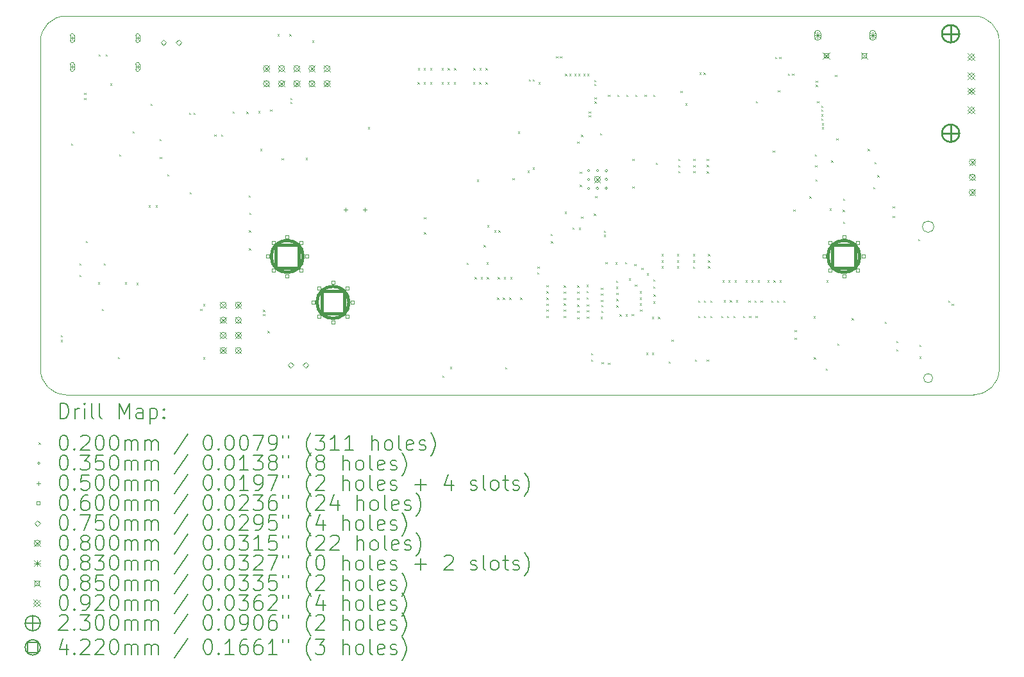
<source format=gbr>
%TF.GenerationSoftware,KiCad,Pcbnew,8.0.0-rc1*%
%TF.CreationDate,2025-03-22T13:15:12+03:00*%
%TF.ProjectId,Movita_CM4_CT_Router_V1.0,4d6f7669-7461-45f4-934d-345f43545f52,REV1*%
%TF.SameCoordinates,Original*%
%TF.FileFunction,Drillmap*%
%TF.FilePolarity,Positive*%
%FSLAX45Y45*%
G04 Gerber Fmt 4.5, Leading zero omitted, Abs format (unit mm)*
G04 Created by KiCad (PCBNEW 8.0.0-rc1) date 2025-03-22 13:15:12*
%MOMM*%
%LPD*%
G01*
G04 APERTURE LIST*
%ADD10C,0.050000*%
%ADD11C,0.200000*%
%ADD12C,0.100000*%
%ADD13C,0.230000*%
%ADD14C,0.422000*%
G04 APERTURE END LIST*
D10*
X10917377Y-8583419D02*
G75*
G02*
X11251377Y-8249417I334003J-1D01*
G01*
X11251377Y-13249419D02*
X23243356Y-13249410D01*
X23244364Y-8249419D02*
X11251377Y-8249419D01*
X11251377Y-13249419D02*
G75*
G02*
X10917381Y-12915419I3J333999D01*
G01*
X10917377Y-8583419D02*
X10917377Y-12915419D01*
X23244364Y-8249419D02*
G75*
G02*
X23577371Y-8583419I-494J-333501D01*
G01*
X23577356Y-12916409D02*
X23577366Y-8583419D01*
X23577356Y-12916409D02*
G75*
G02*
X23243356Y-13249406I-333496J499D01*
G01*
X22713377Y-11031419D02*
G75*
G02*
X22563377Y-11031419I-75000J0D01*
G01*
X22563377Y-11031419D02*
G75*
G02*
X22713377Y-11031419I75000J0D01*
G01*
X22698377Y-13031419D02*
G75*
G02*
X22578377Y-13031419I-60000J0D01*
G01*
X22578377Y-13031419D02*
G75*
G02*
X22698377Y-13031419I60000J0D01*
G01*
D11*
D12*
X11186203Y-12465245D02*
X11206203Y-12485245D01*
X11206203Y-12465245D02*
X11186203Y-12485245D01*
X11188203Y-12527245D02*
X11208203Y-12547245D01*
X11208203Y-12527245D02*
X11188203Y-12547245D01*
X11320377Y-9935419D02*
X11340377Y-9955419D01*
X11340377Y-9935419D02*
X11320377Y-9955419D01*
X11430377Y-11516419D02*
X11450377Y-11536419D01*
X11450377Y-11516419D02*
X11430377Y-11536419D01*
X11433203Y-11668245D02*
X11453203Y-11688245D01*
X11453203Y-11668245D02*
X11433203Y-11688245D01*
X11493377Y-9329419D02*
X11513377Y-9349419D01*
X11513377Y-9329419D02*
X11493377Y-9349419D01*
X11496203Y-9266245D02*
X11516203Y-9286245D01*
X11516203Y-9266245D02*
X11496203Y-9286245D01*
X11514203Y-11221245D02*
X11534203Y-11241245D01*
X11534203Y-11221245D02*
X11514203Y-11241245D01*
X11678377Y-11766419D02*
X11698377Y-11786419D01*
X11698377Y-11766419D02*
X11678377Y-11786419D01*
X11686203Y-8757245D02*
X11706203Y-8777245D01*
X11706203Y-8757245D02*
X11686203Y-8777245D01*
X11725048Y-12116745D02*
X11745048Y-12136745D01*
X11745048Y-12116745D02*
X11725048Y-12136745D01*
X11753377Y-11514419D02*
X11773377Y-11534419D01*
X11773377Y-11514419D02*
X11753377Y-11534419D01*
X11776203Y-8756245D02*
X11796203Y-8776245D01*
X11796203Y-8756245D02*
X11776203Y-8776245D01*
X11838377Y-9140245D02*
X11858377Y-9160245D01*
X11858377Y-9140245D02*
X11838377Y-9160245D01*
X11941203Y-12751245D02*
X11961203Y-12771245D01*
X11961203Y-12751245D02*
X11941203Y-12771245D01*
X11958377Y-10078419D02*
X11978377Y-10098419D01*
X11978377Y-10078419D02*
X11958377Y-10098419D01*
X12034203Y-11764419D02*
X12054203Y-11784419D01*
X12054203Y-11764419D02*
X12034203Y-11784419D01*
X12133377Y-9769419D02*
X12153377Y-9789419D01*
X12153377Y-9769419D02*
X12133377Y-9789419D01*
X12182203Y-11773245D02*
X12202203Y-11793245D01*
X12202203Y-11773245D02*
X12182203Y-11793245D01*
X12346203Y-10749245D02*
X12366203Y-10769245D01*
X12366203Y-10749245D02*
X12346203Y-10769245D01*
X12370453Y-9407245D02*
X12390453Y-9427245D01*
X12390453Y-9407245D02*
X12370453Y-9427245D01*
X12437203Y-10750245D02*
X12457203Y-10770245D01*
X12457203Y-10750245D02*
X12437203Y-10770245D01*
X12491203Y-9875245D02*
X12511203Y-9895245D01*
X12511203Y-9875245D02*
X12491203Y-9895245D01*
X12495203Y-10109245D02*
X12515203Y-10129245D01*
X12515203Y-10109245D02*
X12495203Y-10129245D01*
X12590203Y-10339245D02*
X12610203Y-10359245D01*
X12610203Y-10339245D02*
X12590203Y-10359245D01*
X12877203Y-9525245D02*
X12897203Y-9545245D01*
X12897203Y-9525245D02*
X12877203Y-9545245D01*
X12889203Y-10576245D02*
X12909203Y-10596245D01*
X12909203Y-10576245D02*
X12889203Y-10596245D01*
X12940203Y-9525245D02*
X12960203Y-9545245D01*
X12960203Y-9525245D02*
X12940203Y-9545245D01*
X13028358Y-12117245D02*
X13048358Y-12137245D01*
X13048358Y-12117245D02*
X13028358Y-12137245D01*
X13063203Y-12755245D02*
X13083203Y-12775245D01*
X13083203Y-12755245D02*
X13063203Y-12775245D01*
X13066203Y-12052245D02*
X13086203Y-12072245D01*
X13086203Y-12052245D02*
X13066203Y-12072245D01*
X13212377Y-9815419D02*
X13232377Y-9835419D01*
X13232377Y-9815419D02*
X13212377Y-9835419D01*
X13300377Y-9814419D02*
X13320377Y-9834419D01*
X13320377Y-9814419D02*
X13300377Y-9834419D01*
X13453203Y-9508245D02*
X13473203Y-9528245D01*
X13473203Y-9508245D02*
X13453203Y-9528245D01*
X13637377Y-9513419D02*
X13657377Y-9533419D01*
X13657377Y-9513419D02*
X13637377Y-9533419D01*
X13665203Y-10617245D02*
X13685203Y-10637245D01*
X13685203Y-10617245D02*
X13665203Y-10637245D01*
X13669203Y-11081245D02*
X13689203Y-11101245D01*
X13689203Y-11081245D02*
X13669203Y-11101245D01*
X13669203Y-11316245D02*
X13689203Y-11336245D01*
X13689203Y-11316245D02*
X13669203Y-11336245D01*
X13673203Y-10848245D02*
X13693203Y-10868245D01*
X13693203Y-10848245D02*
X13673203Y-10868245D01*
X13795377Y-9506419D02*
X13815377Y-9526419D01*
X13815377Y-9506419D02*
X13795377Y-9526419D01*
X13819203Y-10004245D02*
X13839203Y-10024245D01*
X13839203Y-10004245D02*
X13819203Y-10024245D01*
X13855705Y-12130566D02*
X13875705Y-12150566D01*
X13875705Y-12130566D02*
X13855705Y-12150566D01*
X13857203Y-12183245D02*
X13877203Y-12203245D01*
X13877203Y-12183245D02*
X13857203Y-12203245D01*
X13916203Y-12408245D02*
X13936203Y-12428245D01*
X13936203Y-12408245D02*
X13916203Y-12428245D01*
X13949377Y-9483419D02*
X13969377Y-9503419D01*
X13969377Y-9483419D02*
X13949377Y-9503419D01*
X14046627Y-8490419D02*
X14066627Y-8510419D01*
X14066627Y-8490419D02*
X14046627Y-8510419D01*
X14103877Y-10128419D02*
X14123877Y-10148419D01*
X14123877Y-10128419D02*
X14103877Y-10148419D01*
X14204377Y-8489419D02*
X14224377Y-8509419D01*
X14224377Y-8489419D02*
X14204377Y-8509419D01*
X14217377Y-9329069D02*
X14237377Y-9349069D01*
X14237377Y-9329069D02*
X14217377Y-9349069D01*
X14217377Y-9381769D02*
X14237377Y-9401769D01*
X14237377Y-9381769D02*
X14217377Y-9401769D01*
X14421203Y-10123245D02*
X14441203Y-10143245D01*
X14441203Y-10123245D02*
X14421203Y-10143245D01*
X14503377Y-8575419D02*
X14523377Y-8595419D01*
X14523377Y-8575419D02*
X14503377Y-8595419D01*
X15239877Y-9716919D02*
X15259877Y-9736919D01*
X15259877Y-9716919D02*
X15239877Y-9736919D01*
X15898203Y-9124245D02*
X15918203Y-9144245D01*
X15918203Y-9124245D02*
X15898203Y-9144245D01*
X15900203Y-8938245D02*
X15920203Y-8958245D01*
X15920203Y-8938245D02*
X15900203Y-8958245D01*
X15976203Y-9124245D02*
X15996203Y-9144245D01*
X15996203Y-9124245D02*
X15976203Y-9144245D01*
X15978203Y-8938245D02*
X15998203Y-8958245D01*
X15998203Y-8938245D02*
X15978203Y-8958245D01*
X15981877Y-10908572D02*
X16001877Y-10928572D01*
X16001877Y-10908572D02*
X15981877Y-10928572D01*
X15981877Y-11105572D02*
X16001877Y-11125572D01*
X16001877Y-11105572D02*
X15981877Y-11125572D01*
X16060203Y-9124245D02*
X16080203Y-9144245D01*
X16080203Y-9124245D02*
X16060203Y-9144245D01*
X16062203Y-8938245D02*
X16082203Y-8958245D01*
X16082203Y-8938245D02*
X16062203Y-8958245D01*
X16215203Y-9124245D02*
X16235203Y-9144245D01*
X16235203Y-9124245D02*
X16215203Y-9144245D01*
X16217203Y-8938245D02*
X16237203Y-8958245D01*
X16237203Y-8938245D02*
X16217203Y-8958245D01*
X16223377Y-13000419D02*
X16243377Y-13020419D01*
X16243377Y-13000419D02*
X16223377Y-13020419D01*
X16293203Y-9124245D02*
X16313203Y-9144245D01*
X16313203Y-9124245D02*
X16293203Y-9144245D01*
X16295203Y-8938245D02*
X16315203Y-8958245D01*
X16315203Y-8938245D02*
X16295203Y-8958245D01*
X16326377Y-12883245D02*
X16346377Y-12903245D01*
X16346377Y-12883245D02*
X16326377Y-12903245D01*
X16377203Y-9124245D02*
X16397203Y-9144245D01*
X16397203Y-9124245D02*
X16377203Y-9144245D01*
X16379203Y-8938245D02*
X16399203Y-8958245D01*
X16399203Y-8938245D02*
X16379203Y-8958245D01*
X16547203Y-11508245D02*
X16567203Y-11528245D01*
X16567203Y-11508245D02*
X16547203Y-11528245D01*
X16632203Y-9123245D02*
X16652203Y-9143245D01*
X16652203Y-9123245D02*
X16632203Y-9143245D01*
X16634203Y-8937245D02*
X16654203Y-8957245D01*
X16654203Y-8937245D02*
X16634203Y-8957245D01*
X16651203Y-11697245D02*
X16671203Y-11717245D01*
X16671203Y-11697245D02*
X16651203Y-11717245D01*
X16681377Y-10412419D02*
X16701377Y-10432419D01*
X16701377Y-10412419D02*
X16681377Y-10432419D01*
X16710203Y-9123245D02*
X16730203Y-9143245D01*
X16730203Y-9123245D02*
X16710203Y-9143245D01*
X16712203Y-8937245D02*
X16732203Y-8957245D01*
X16732203Y-8937245D02*
X16712203Y-8957245D01*
X16729203Y-11697245D02*
X16749203Y-11717245D01*
X16749203Y-11697245D02*
X16729203Y-11717245D01*
X16768377Y-11274193D02*
X16788377Y-11294193D01*
X16788377Y-11274193D02*
X16768377Y-11294193D01*
X16794203Y-9123245D02*
X16814203Y-9143245D01*
X16814203Y-9123245D02*
X16794203Y-9143245D01*
X16796203Y-8937245D02*
X16816203Y-8957245D01*
X16816203Y-8937245D02*
X16796203Y-8957245D01*
X16806203Y-11502245D02*
X16826203Y-11522245D01*
X16826203Y-11502245D02*
X16806203Y-11522245D01*
X16813203Y-11697245D02*
X16833203Y-11717245D01*
X16833203Y-11697245D02*
X16813203Y-11717245D01*
X16818377Y-11013419D02*
X16838377Y-11033419D01*
X16838377Y-11013419D02*
X16818377Y-11033419D01*
X16911027Y-11079419D02*
X16931027Y-11099419D01*
X16931027Y-11079419D02*
X16911027Y-11099419D01*
X16946203Y-11968245D02*
X16966203Y-11988245D01*
X16966203Y-11968245D02*
X16946203Y-11988245D01*
X16956203Y-11697245D02*
X16976203Y-11717245D01*
X16976203Y-11697245D02*
X16956203Y-11717245D01*
X16963727Y-11079419D02*
X16983727Y-11099419D01*
X16983727Y-11079419D02*
X16963727Y-11099419D01*
X17024203Y-11968245D02*
X17044203Y-11988245D01*
X17044203Y-11968245D02*
X17024203Y-11988245D01*
X17034203Y-11697245D02*
X17054203Y-11717245D01*
X17054203Y-11697245D02*
X17034203Y-11717245D01*
X17053203Y-12886245D02*
X17073203Y-12906245D01*
X17073203Y-12886245D02*
X17053203Y-12906245D01*
X17108203Y-11968245D02*
X17128203Y-11988245D01*
X17128203Y-11968245D02*
X17108203Y-11988245D01*
X17118203Y-11697245D02*
X17138203Y-11717245D01*
X17138203Y-11697245D02*
X17118203Y-11717245D01*
X17149203Y-10391245D02*
X17169203Y-10411245D01*
X17169203Y-10391245D02*
X17149203Y-10411245D01*
X17220203Y-9775245D02*
X17240203Y-9795245D01*
X17240203Y-9775245D02*
X17220203Y-9795245D01*
X17251203Y-11968245D02*
X17271203Y-11988245D01*
X17271203Y-11968245D02*
X17251203Y-11988245D01*
X17350203Y-10293245D02*
X17370203Y-10313245D01*
X17370203Y-10293245D02*
X17350203Y-10313245D01*
X17365853Y-9085245D02*
X17385853Y-9105245D01*
X17385853Y-9085245D02*
X17365853Y-9105245D01*
X17416203Y-10250245D02*
X17436203Y-10270245D01*
X17436203Y-10250245D02*
X17416203Y-10270245D01*
X17418553Y-9085245D02*
X17438553Y-9105245D01*
X17438553Y-9085245D02*
X17418553Y-9105245D01*
X17477377Y-11636419D02*
X17497377Y-11656419D01*
X17497377Y-11636419D02*
X17477377Y-11656419D01*
X17479377Y-11557419D02*
X17499377Y-11577419D01*
X17499377Y-11557419D02*
X17479377Y-11577419D01*
X17492203Y-9124245D02*
X17512203Y-9144245D01*
X17512203Y-9124245D02*
X17492203Y-9144245D01*
X17598203Y-11806245D02*
X17618203Y-11826245D01*
X17618203Y-11806245D02*
X17598203Y-11826245D01*
X17598203Y-11884245D02*
X17618203Y-11904245D01*
X17618203Y-11884245D02*
X17598203Y-11904245D01*
X17598203Y-11968245D02*
X17618203Y-11988245D01*
X17618203Y-11968245D02*
X17598203Y-11988245D01*
X17600203Y-12048245D02*
X17620203Y-12068245D01*
X17620203Y-12048245D02*
X17600203Y-12068245D01*
X17600203Y-12126245D02*
X17620203Y-12146245D01*
X17620203Y-12126245D02*
X17600203Y-12146245D01*
X17600203Y-12210245D02*
X17620203Y-12230245D01*
X17620203Y-12210245D02*
X17600203Y-12230245D01*
X17656377Y-11128419D02*
X17676377Y-11148419D01*
X17676377Y-11128419D02*
X17656377Y-11148419D01*
X17659377Y-11223419D02*
X17679377Y-11243419D01*
X17679377Y-11223419D02*
X17659377Y-11243419D01*
X17725853Y-8782245D02*
X17745853Y-8802245D01*
X17745853Y-8782245D02*
X17725853Y-8802245D01*
X17778553Y-8782245D02*
X17798553Y-8802245D01*
X17798553Y-8782245D02*
X17778553Y-8802245D01*
X17828203Y-11809245D02*
X17848203Y-11829245D01*
X17848203Y-11809245D02*
X17828203Y-11829245D01*
X17828203Y-11887245D02*
X17848203Y-11907245D01*
X17848203Y-11887245D02*
X17828203Y-11907245D01*
X17828203Y-11971245D02*
X17848203Y-11991245D01*
X17848203Y-11971245D02*
X17828203Y-11991245D01*
X17829203Y-12046245D02*
X17849203Y-12066245D01*
X17849203Y-12046245D02*
X17829203Y-12066245D01*
X17829203Y-12124245D02*
X17849203Y-12144245D01*
X17849203Y-12124245D02*
X17829203Y-12144245D01*
X17829203Y-12208245D02*
X17849203Y-12228245D01*
X17849203Y-12208245D02*
X17829203Y-12228245D01*
X17838203Y-10834592D02*
X17858203Y-10854592D01*
X17858203Y-10834592D02*
X17838203Y-10854592D01*
X17845853Y-9014439D02*
X17865853Y-9034439D01*
X17865853Y-9014439D02*
X17845853Y-9034439D01*
X17898553Y-9014439D02*
X17918553Y-9034439D01*
X17918553Y-9014439D02*
X17898553Y-9034439D01*
X17941377Y-11044419D02*
X17961377Y-11064419D01*
X17961377Y-11044419D02*
X17941377Y-11064419D01*
X17965853Y-9014081D02*
X17985853Y-9034081D01*
X17985853Y-9014081D02*
X17965853Y-9034081D01*
X18005203Y-11809245D02*
X18025203Y-11829245D01*
X18025203Y-11809245D02*
X18005203Y-11829245D01*
X18005203Y-11887245D02*
X18025203Y-11907245D01*
X18025203Y-11887245D02*
X18005203Y-11907245D01*
X18005203Y-11971245D02*
X18025203Y-11991245D01*
X18025203Y-11971245D02*
X18005203Y-11991245D01*
X18005203Y-12063245D02*
X18025203Y-12083245D01*
X18025203Y-12063245D02*
X18005203Y-12083245D01*
X18005203Y-12141245D02*
X18025203Y-12161245D01*
X18025203Y-12141245D02*
X18005203Y-12161245D01*
X18005203Y-12225245D02*
X18025203Y-12245245D01*
X18025203Y-12225245D02*
X18005203Y-12245245D01*
X18006377Y-9905419D02*
X18026377Y-9925419D01*
X18026377Y-9905419D02*
X18006377Y-9925419D01*
X18018553Y-9014081D02*
X18038553Y-9034081D01*
X18038553Y-9014081D02*
X18018553Y-9034081D01*
X18029377Y-11046419D02*
X18049377Y-11066419D01*
X18049377Y-11046419D02*
X18029377Y-11066419D01*
X18038203Y-10306245D02*
X18058203Y-10326245D01*
X18058203Y-10306245D02*
X18038203Y-10326245D01*
X18040203Y-10478245D02*
X18060203Y-10498245D01*
X18060203Y-10478245D02*
X18040203Y-10498245D01*
X18056377Y-10898774D02*
X18076377Y-10918774D01*
X18076377Y-10898774D02*
X18056377Y-10918774D01*
X18057377Y-9819419D02*
X18077377Y-9839419D01*
X18077377Y-9819419D02*
X18057377Y-9839419D01*
X18085853Y-9013596D02*
X18105853Y-9033596D01*
X18105853Y-9013596D02*
X18085853Y-9033596D01*
X18129203Y-11800245D02*
X18149203Y-11820245D01*
X18149203Y-11800245D02*
X18129203Y-11820245D01*
X18129203Y-11878245D02*
X18149203Y-11898245D01*
X18149203Y-11878245D02*
X18129203Y-11898245D01*
X18129203Y-11962245D02*
X18149203Y-11982245D01*
X18149203Y-11962245D02*
X18129203Y-11982245D01*
X18133203Y-12056245D02*
X18153203Y-12076245D01*
X18153203Y-12056245D02*
X18133203Y-12076245D01*
X18133203Y-12134245D02*
X18153203Y-12154245D01*
X18153203Y-12134245D02*
X18133203Y-12154245D01*
X18133203Y-12218245D02*
X18153203Y-12238245D01*
X18153203Y-12218245D02*
X18133203Y-12238245D01*
X18138553Y-9013596D02*
X18158553Y-9033596D01*
X18158553Y-9013596D02*
X18138553Y-9033596D01*
X18157203Y-9508895D02*
X18177203Y-9528895D01*
X18177203Y-9508895D02*
X18157203Y-9528895D01*
X18157203Y-9561595D02*
X18177203Y-9581595D01*
X18177203Y-9561595D02*
X18157203Y-9581595D01*
X18186377Y-12700419D02*
X18206377Y-12720419D01*
X18206377Y-12700419D02*
X18186377Y-12720419D01*
X18186377Y-12785419D02*
X18206377Y-12805419D01*
X18206377Y-12785419D02*
X18186377Y-12805419D01*
X18225377Y-10861419D02*
X18245377Y-10881419D01*
X18245377Y-10861419D02*
X18225377Y-10881419D01*
X18230777Y-9092756D02*
X18250777Y-9112756D01*
X18250777Y-9092756D02*
X18230777Y-9112756D01*
X18230777Y-9145456D02*
X18250777Y-9165456D01*
X18250777Y-9145456D02*
X18230777Y-9165456D01*
X18234203Y-9324895D02*
X18254203Y-9344895D01*
X18254203Y-9324895D02*
X18234203Y-9344895D01*
X18234203Y-9377595D02*
X18254203Y-9397595D01*
X18254203Y-9377595D02*
X18234203Y-9397595D01*
X18241203Y-10628245D02*
X18261203Y-10648245D01*
X18261203Y-10628245D02*
X18241203Y-10648245D01*
X18305377Y-9799419D02*
X18325377Y-9819419D01*
X18325377Y-9799419D02*
X18305377Y-9819419D01*
X18317203Y-12224245D02*
X18337203Y-12244245D01*
X18337203Y-12224245D02*
X18317203Y-12244245D01*
X18320203Y-11838245D02*
X18340203Y-11858245D01*
X18340203Y-11838245D02*
X18320203Y-11858245D01*
X18320203Y-11916245D02*
X18340203Y-11936245D01*
X18340203Y-11916245D02*
X18320203Y-11936245D01*
X18320203Y-12000245D02*
X18340203Y-12020245D01*
X18340203Y-12000245D02*
X18320203Y-12020245D01*
X18321203Y-12065245D02*
X18341203Y-12085245D01*
X18341203Y-12065245D02*
X18321203Y-12085245D01*
X18321203Y-12143245D02*
X18341203Y-12163245D01*
X18341203Y-12143245D02*
X18321203Y-12163245D01*
X18328203Y-12818245D02*
X18348203Y-12838245D01*
X18348203Y-12818245D02*
X18328203Y-12838245D01*
X18357377Y-11086069D02*
X18377377Y-11106069D01*
X18377377Y-11086069D02*
X18357377Y-11106069D01*
X18357377Y-11138769D02*
X18377377Y-11158769D01*
X18377377Y-11138769D02*
X18357377Y-11158769D01*
X18377203Y-11501245D02*
X18397203Y-11521245D01*
X18397203Y-11501245D02*
X18377203Y-11521245D01*
X18411203Y-12829245D02*
X18431203Y-12849245D01*
X18431203Y-12829245D02*
X18411203Y-12849245D01*
X18412203Y-9289655D02*
X18432203Y-9309655D01*
X18432203Y-9289655D02*
X18412203Y-9309655D01*
X18507203Y-11502245D02*
X18527203Y-11522245D01*
X18527203Y-11502245D02*
X18507203Y-11522245D01*
X18518203Y-11742245D02*
X18538203Y-11762245D01*
X18538203Y-11742245D02*
X18518203Y-11762245D01*
X18518203Y-11826245D02*
X18538203Y-11846245D01*
X18538203Y-11826245D02*
X18518203Y-11846245D01*
X18522203Y-11908245D02*
X18542203Y-11928245D01*
X18542203Y-11908245D02*
X18522203Y-11928245D01*
X18522203Y-11986245D02*
X18542203Y-12006245D01*
X18542203Y-11986245D02*
X18522203Y-12006245D01*
X18522203Y-12070245D02*
X18542203Y-12090245D01*
X18542203Y-12070245D02*
X18522203Y-12090245D01*
X18533203Y-9289655D02*
X18553203Y-9309655D01*
X18553203Y-9289655D02*
X18533203Y-9309655D01*
X18563377Y-12189419D02*
X18583377Y-12209419D01*
X18583377Y-12189419D02*
X18563377Y-12209419D01*
X18634203Y-11500245D02*
X18654203Y-11520245D01*
X18654203Y-11500245D02*
X18634203Y-11520245D01*
X18645377Y-12188419D02*
X18665377Y-12208419D01*
X18665377Y-12188419D02*
X18645377Y-12208419D01*
X18653203Y-9289655D02*
X18673203Y-9309655D01*
X18673203Y-9289655D02*
X18653203Y-9309655D01*
X18687203Y-11714245D02*
X18707203Y-11734245D01*
X18707203Y-11714245D02*
X18687203Y-11734245D01*
X18724377Y-12187419D02*
X18744377Y-12207419D01*
X18744377Y-12187419D02*
X18724377Y-12207419D01*
X18732377Y-10137419D02*
X18752377Y-10157419D01*
X18752377Y-10137419D02*
X18732377Y-10157419D01*
X18733377Y-10497419D02*
X18753377Y-10517419D01*
X18753377Y-10497419D02*
X18733377Y-10517419D01*
X18759203Y-11526245D02*
X18779203Y-11546245D01*
X18779203Y-11526245D02*
X18759203Y-11546245D01*
X18768203Y-11794245D02*
X18788203Y-11814245D01*
X18788203Y-11794245D02*
X18768203Y-11814245D01*
X18772203Y-9289655D02*
X18792203Y-9309655D01*
X18792203Y-9289655D02*
X18772203Y-9309655D01*
X18832203Y-11884245D02*
X18852203Y-11904245D01*
X18852203Y-11884245D02*
X18832203Y-11904245D01*
X18832203Y-11968245D02*
X18852203Y-11988245D01*
X18852203Y-11968245D02*
X18832203Y-11988245D01*
X18832203Y-12046245D02*
X18852203Y-12066245D01*
X18852203Y-12046245D02*
X18832203Y-12066245D01*
X18836377Y-12123419D02*
X18856377Y-12143419D01*
X18856377Y-12123419D02*
X18836377Y-12143419D01*
X18853203Y-11577245D02*
X18873203Y-11597245D01*
X18873203Y-11577245D02*
X18853203Y-11597245D01*
X18894743Y-9289655D02*
X18914743Y-9309655D01*
X18914743Y-9289655D02*
X18894743Y-9309655D01*
X18915377Y-12697419D02*
X18935377Y-12717419D01*
X18935377Y-12697419D02*
X18915377Y-12717419D01*
X18922203Y-11648245D02*
X18942203Y-11668245D01*
X18942203Y-11648245D02*
X18922203Y-11668245D01*
X18990377Y-12696419D02*
X19010377Y-12716419D01*
X19010377Y-12696419D02*
X18990377Y-12716419D01*
X18992377Y-12224419D02*
X19012377Y-12244419D01*
X19012377Y-12224419D02*
X18992377Y-12244419D01*
X19008203Y-11730245D02*
X19028203Y-11750245D01*
X19028203Y-11730245D02*
X19008203Y-11750245D01*
X19010203Y-11823245D02*
X19030203Y-11843245D01*
X19030203Y-11823245D02*
X19010203Y-11843245D01*
X19011203Y-9289655D02*
X19031203Y-9309655D01*
X19031203Y-9289655D02*
X19011203Y-9309655D01*
X19011203Y-12019245D02*
X19031203Y-12039245D01*
X19031203Y-12019245D02*
X19011203Y-12039245D01*
X19013203Y-11925245D02*
X19033203Y-11945245D01*
X19033203Y-11925245D02*
X19013203Y-11945245D01*
X19044203Y-10189245D02*
X19064203Y-10209245D01*
X19064203Y-10189245D02*
X19044203Y-10209245D01*
X19072377Y-12224419D02*
X19092377Y-12244419D01*
X19092377Y-12224419D02*
X19072377Y-12244419D01*
X19119203Y-11393245D02*
X19139203Y-11413245D01*
X19139203Y-11393245D02*
X19119203Y-11413245D01*
X19119203Y-11477245D02*
X19139203Y-11497245D01*
X19139203Y-11477245D02*
X19119203Y-11497245D01*
X19119203Y-11555245D02*
X19139203Y-11575245D01*
X19139203Y-11555245D02*
X19119203Y-11575245D01*
X19212377Y-12810419D02*
X19232377Y-12830419D01*
X19232377Y-12810419D02*
X19212377Y-12830419D01*
X19251377Y-12522419D02*
X19271377Y-12542419D01*
X19271377Y-12522419D02*
X19251377Y-12542419D01*
X19324203Y-11393245D02*
X19344203Y-11413245D01*
X19344203Y-11393245D02*
X19324203Y-11413245D01*
X19324203Y-11477245D02*
X19344203Y-11497245D01*
X19344203Y-11477245D02*
X19324203Y-11497245D01*
X19324203Y-11555245D02*
X19344203Y-11575245D01*
X19344203Y-11555245D02*
X19324203Y-11575245D01*
X19338203Y-10137245D02*
X19358203Y-10157245D01*
X19358203Y-10137245D02*
X19338203Y-10157245D01*
X19338203Y-10221245D02*
X19358203Y-10241245D01*
X19358203Y-10221245D02*
X19338203Y-10241245D01*
X19338203Y-10299245D02*
X19358203Y-10319245D01*
X19358203Y-10299245D02*
X19338203Y-10319245D01*
X19369203Y-9239419D02*
X19389203Y-9259419D01*
X19389203Y-9239419D02*
X19369203Y-9259419D01*
X19434177Y-9404907D02*
X19454177Y-9424907D01*
X19454177Y-9404907D02*
X19434177Y-9424907D01*
X19535203Y-11394245D02*
X19555203Y-11414245D01*
X19555203Y-11394245D02*
X19535203Y-11414245D01*
X19535203Y-11478245D02*
X19555203Y-11498245D01*
X19555203Y-11478245D02*
X19535203Y-11498245D01*
X19535203Y-11556245D02*
X19555203Y-11576245D01*
X19555203Y-11556245D02*
X19535203Y-11576245D01*
X19538203Y-10137245D02*
X19558203Y-10157245D01*
X19558203Y-10137245D02*
X19538203Y-10157245D01*
X19538203Y-10221245D02*
X19558203Y-10241245D01*
X19558203Y-10221245D02*
X19538203Y-10241245D01*
X19538203Y-10299245D02*
X19558203Y-10319245D01*
X19558203Y-10299245D02*
X19538203Y-10319245D01*
X19558377Y-12785419D02*
X19578377Y-12805419D01*
X19578377Y-12785419D02*
X19558377Y-12805419D01*
X19599203Y-12006245D02*
X19619203Y-12026245D01*
X19619203Y-12006245D02*
X19599203Y-12026245D01*
X19600203Y-12209245D02*
X19620203Y-12229245D01*
X19620203Y-12209245D02*
X19600203Y-12229245D01*
X19619853Y-8995985D02*
X19639853Y-9015985D01*
X19639853Y-8995985D02*
X19619853Y-9015985D01*
X19672553Y-8995985D02*
X19692553Y-9015985D01*
X19692553Y-8995985D02*
X19672553Y-9015985D01*
X19677203Y-12006245D02*
X19697203Y-12026245D01*
X19697203Y-12006245D02*
X19677203Y-12026245D01*
X19678203Y-12209245D02*
X19698203Y-12229245D01*
X19698203Y-12209245D02*
X19678203Y-12229245D01*
X19715203Y-10138245D02*
X19735203Y-10158245D01*
X19735203Y-10138245D02*
X19715203Y-10158245D01*
X19715203Y-10216245D02*
X19735203Y-10236245D01*
X19735203Y-10216245D02*
X19715203Y-10236245D01*
X19715203Y-10300245D02*
X19735203Y-10320245D01*
X19735203Y-10300245D02*
X19715203Y-10320245D01*
X19715377Y-12786419D02*
X19735377Y-12806419D01*
X19735377Y-12786419D02*
X19715377Y-12806419D01*
X19732203Y-11393245D02*
X19752203Y-11413245D01*
X19752203Y-11393245D02*
X19732203Y-11413245D01*
X19732203Y-11477245D02*
X19752203Y-11497245D01*
X19752203Y-11477245D02*
X19732203Y-11497245D01*
X19732203Y-11555245D02*
X19752203Y-11575245D01*
X19752203Y-11555245D02*
X19732203Y-11575245D01*
X19761203Y-12006245D02*
X19781203Y-12026245D01*
X19781203Y-12006245D02*
X19761203Y-12026245D01*
X19762203Y-12209245D02*
X19782203Y-12229245D01*
X19782203Y-12209245D02*
X19762203Y-12229245D01*
X19905203Y-12209245D02*
X19925203Y-12229245D01*
X19925203Y-12209245D02*
X19905203Y-12229245D01*
X19921203Y-11739245D02*
X19941203Y-11759245D01*
X19941203Y-11739245D02*
X19921203Y-11759245D01*
X19941203Y-12002245D02*
X19961203Y-12022245D01*
X19961203Y-12002245D02*
X19941203Y-12022245D01*
X19983203Y-12209245D02*
X20003203Y-12229245D01*
X20003203Y-12209245D02*
X19983203Y-12229245D01*
X19999203Y-11739245D02*
X20019203Y-11759245D01*
X20019203Y-11739245D02*
X19999203Y-11759245D01*
X20019203Y-12002245D02*
X20039203Y-12022245D01*
X20039203Y-12002245D02*
X20019203Y-12022245D01*
X20067203Y-12209245D02*
X20087203Y-12229245D01*
X20087203Y-12209245D02*
X20067203Y-12229245D01*
X20083203Y-11739245D02*
X20103203Y-11759245D01*
X20103203Y-11739245D02*
X20083203Y-11759245D01*
X20103203Y-12002245D02*
X20123203Y-12022245D01*
X20123203Y-12002245D02*
X20103203Y-12022245D01*
X20196203Y-12209245D02*
X20216203Y-12229245D01*
X20216203Y-12209245D02*
X20196203Y-12229245D01*
X20226203Y-11739245D02*
X20246203Y-11759245D01*
X20246203Y-11739245D02*
X20226203Y-11759245D01*
X20266203Y-12006245D02*
X20286203Y-12026245D01*
X20286203Y-12006245D02*
X20266203Y-12026245D01*
X20274203Y-12209245D02*
X20294203Y-12229245D01*
X20294203Y-12209245D02*
X20274203Y-12229245D01*
X20304203Y-11739245D02*
X20324203Y-11759245D01*
X20324203Y-11739245D02*
X20304203Y-11759245D01*
X20344203Y-12006245D02*
X20364203Y-12026245D01*
X20364203Y-12006245D02*
X20344203Y-12026245D01*
X20358203Y-12209245D02*
X20378203Y-12229245D01*
X20378203Y-12209245D02*
X20358203Y-12229245D01*
X20366203Y-9375245D02*
X20386203Y-9395245D01*
X20386203Y-9375245D02*
X20366203Y-9395245D01*
X20388203Y-11739245D02*
X20408203Y-11759245D01*
X20408203Y-11739245D02*
X20388203Y-11759245D01*
X20428203Y-12006245D02*
X20448203Y-12026245D01*
X20448203Y-12006245D02*
X20428203Y-12026245D01*
X20517203Y-11739245D02*
X20537203Y-11759245D01*
X20537203Y-11739245D02*
X20517203Y-11759245D01*
X20567203Y-12006245D02*
X20587203Y-12026245D01*
X20587203Y-12006245D02*
X20567203Y-12026245D01*
X20588377Y-10028419D02*
X20608377Y-10048419D01*
X20608377Y-10028419D02*
X20588377Y-10048419D01*
X20595203Y-11739245D02*
X20615203Y-11759245D01*
X20615203Y-11739245D02*
X20595203Y-11759245D01*
X20620027Y-8787419D02*
X20640027Y-8807419D01*
X20640027Y-8787419D02*
X20620027Y-8807419D01*
X20645203Y-12006245D02*
X20665203Y-12026245D01*
X20665203Y-12006245D02*
X20645203Y-12026245D01*
X20657203Y-9232245D02*
X20677203Y-9252245D01*
X20677203Y-9232245D02*
X20657203Y-9252245D01*
X20672727Y-8787419D02*
X20692727Y-8807419D01*
X20692727Y-8787419D02*
X20672727Y-8807419D01*
X20679203Y-11739245D02*
X20699203Y-11759245D01*
X20699203Y-11739245D02*
X20679203Y-11759245D01*
X20729203Y-12006245D02*
X20749203Y-12026245D01*
X20749203Y-12006245D02*
X20729203Y-12026245D01*
X20788853Y-9008245D02*
X20808853Y-9028245D01*
X20808853Y-9008245D02*
X20788853Y-9028245D01*
X20841553Y-9008245D02*
X20861553Y-9028245D01*
X20861553Y-9008245D02*
X20841553Y-9028245D01*
X20858203Y-10802419D02*
X20878203Y-10822419D01*
X20878203Y-10802419D02*
X20858203Y-10822419D01*
X20874377Y-12395419D02*
X20894377Y-12415419D01*
X20894377Y-12395419D02*
X20874377Y-12415419D01*
X20876377Y-12499419D02*
X20896377Y-12519419D01*
X20896377Y-12499419D02*
X20876377Y-12519419D01*
X21071377Y-10630419D02*
X21091377Y-10650419D01*
X21091377Y-10630419D02*
X21071377Y-10650419D01*
X21125377Y-12214419D02*
X21145377Y-12234419D01*
X21145377Y-12214419D02*
X21125377Y-12234419D01*
X21131203Y-12757245D02*
X21151203Y-12777245D01*
X21151203Y-12757245D02*
X21131203Y-12777245D01*
X21143377Y-10077419D02*
X21163377Y-10097419D01*
X21163377Y-10077419D02*
X21143377Y-10097419D01*
X21146377Y-10222419D02*
X21166377Y-10242419D01*
X21166377Y-10222419D02*
X21146377Y-10242419D01*
X21153377Y-10409419D02*
X21173377Y-10429419D01*
X21173377Y-10409419D02*
X21153377Y-10429419D01*
X21154377Y-9104069D02*
X21174377Y-9124069D01*
X21174377Y-9104069D02*
X21154377Y-9124069D01*
X21154377Y-9156769D02*
X21174377Y-9176769D01*
X21174377Y-9156769D02*
X21154377Y-9176769D01*
X21173203Y-9373245D02*
X21193203Y-9393245D01*
X21193203Y-9373245D02*
X21173203Y-9393245D01*
X21226377Y-9434069D02*
X21246377Y-9454069D01*
X21246377Y-9434069D02*
X21226377Y-9454069D01*
X21226377Y-9486769D02*
X21246377Y-9506769D01*
X21246377Y-9486769D02*
X21226377Y-9506769D01*
X21226459Y-9548069D02*
X21246459Y-9568069D01*
X21246459Y-9548069D02*
X21226459Y-9568069D01*
X21226459Y-9600769D02*
X21246459Y-9620769D01*
X21246459Y-9600769D02*
X21226459Y-9620769D01*
X21233377Y-9665069D02*
X21253377Y-9685069D01*
X21253377Y-9665069D02*
X21233377Y-9685069D01*
X21233377Y-9717769D02*
X21253377Y-9737769D01*
X21253377Y-9717769D02*
X21233377Y-9737769D01*
X21285203Y-12905245D02*
X21305203Y-12925245D01*
X21305203Y-12905245D02*
X21285203Y-12925245D01*
X21295203Y-11739245D02*
X21315203Y-11759245D01*
X21315203Y-11739245D02*
X21295203Y-11759245D01*
X21339377Y-10791419D02*
X21359377Y-10811419D01*
X21359377Y-10791419D02*
X21339377Y-10811419D01*
X21357877Y-10155919D02*
X21377877Y-10175919D01*
X21377877Y-10155919D02*
X21357877Y-10175919D01*
X21409377Y-9025419D02*
X21429377Y-9045419D01*
X21429377Y-9025419D02*
X21409377Y-9045419D01*
X21427377Y-9864419D02*
X21447377Y-9884419D01*
X21447377Y-9864419D02*
X21427377Y-9884419D01*
X21440377Y-12574419D02*
X21460377Y-12594419D01*
X21460377Y-12574419D02*
X21440377Y-12594419D01*
X21510377Y-10810419D02*
X21530377Y-10830419D01*
X21530377Y-10810419D02*
X21510377Y-10830419D01*
X21512377Y-10658419D02*
X21532377Y-10678419D01*
X21532377Y-10658419D02*
X21512377Y-10678419D01*
X21512377Y-10963419D02*
X21532377Y-10983419D01*
X21532377Y-10963419D02*
X21512377Y-10983419D01*
X21628203Y-12240245D02*
X21648203Y-12260245D01*
X21648203Y-12240245D02*
X21628203Y-12260245D01*
X21840377Y-10003419D02*
X21860377Y-10023419D01*
X21860377Y-10003419D02*
X21840377Y-10023419D01*
X21911377Y-10506419D02*
X21931377Y-10526419D01*
X21931377Y-10506419D02*
X21911377Y-10526419D01*
X21927377Y-10180419D02*
X21947377Y-10200419D01*
X21947377Y-10180419D02*
X21927377Y-10200419D01*
X21968377Y-10350419D02*
X21988377Y-10370419D01*
X21988377Y-10350419D02*
X21968377Y-10370419D01*
X22066377Y-12288419D02*
X22086377Y-12308419D01*
X22086377Y-12288419D02*
X22066377Y-12308419D01*
X22171377Y-10763419D02*
X22191377Y-10783419D01*
X22191377Y-10763419D02*
X22171377Y-10783419D01*
X22171377Y-10889419D02*
X22191377Y-10909419D01*
X22191377Y-10889419D02*
X22171377Y-10909419D01*
X22216377Y-12540419D02*
X22236377Y-12560419D01*
X22236377Y-12540419D02*
X22216377Y-12560419D01*
X22218377Y-12649419D02*
X22238377Y-12669419D01*
X22238377Y-12649419D02*
X22218377Y-12669419D01*
X22504377Y-11194419D02*
X22524377Y-11214419D01*
X22524377Y-11194419D02*
X22504377Y-11214419D01*
X22522377Y-12590419D02*
X22542377Y-12610419D01*
X22542377Y-12590419D02*
X22522377Y-12610419D01*
X22524377Y-12749419D02*
X22544377Y-12769419D01*
X22544377Y-12749419D02*
X22524377Y-12769419D01*
X22904203Y-12009245D02*
X22924203Y-12029245D01*
X22924203Y-12009245D02*
X22904203Y-12029245D01*
X22949290Y-12048834D02*
X22969290Y-12068834D01*
X22969290Y-12048834D02*
X22949290Y-12068834D01*
X18171377Y-10290169D02*
G75*
G02*
X18136377Y-10290169I-17500J0D01*
G01*
X18136377Y-10290169D02*
G75*
G02*
X18171377Y-10290169I17500J0D01*
G01*
X18171377Y-10407669D02*
G75*
G02*
X18136377Y-10407669I-17500J0D01*
G01*
X18136377Y-10407669D02*
G75*
G02*
X18171377Y-10407669I17500J0D01*
G01*
X18171377Y-10525169D02*
G75*
G02*
X18136377Y-10525169I-17500J0D01*
G01*
X18136377Y-10525169D02*
G75*
G02*
X18171377Y-10525169I17500J0D01*
G01*
X18288877Y-10290169D02*
G75*
G02*
X18253877Y-10290169I-17500J0D01*
G01*
X18253877Y-10290169D02*
G75*
G02*
X18288877Y-10290169I17500J0D01*
G01*
X18288877Y-10525169D02*
G75*
G02*
X18253877Y-10525169I-17500J0D01*
G01*
X18253877Y-10525169D02*
G75*
G02*
X18288877Y-10525169I17500J0D01*
G01*
X18406377Y-10290169D02*
G75*
G02*
X18371377Y-10290169I-17500J0D01*
G01*
X18371377Y-10290169D02*
G75*
G02*
X18406377Y-10290169I17500J0D01*
G01*
X18406377Y-10407669D02*
G75*
G02*
X18371377Y-10407669I-17500J0D01*
G01*
X18371377Y-10407669D02*
G75*
G02*
X18406377Y-10407669I17500J0D01*
G01*
X18406377Y-10525169D02*
G75*
G02*
X18371377Y-10525169I-17500J0D01*
G01*
X18371377Y-10525169D02*
G75*
G02*
X18406377Y-10525169I17500J0D01*
G01*
X11336203Y-8516245D02*
X11336203Y-8566245D01*
X11311203Y-8541245D02*
X11361203Y-8541245D01*
X11361203Y-8576245D02*
X11361203Y-8506245D01*
X11311203Y-8506245D02*
G75*
G02*
X11361203Y-8506245I25000J0D01*
G01*
X11311203Y-8506245D02*
X11311203Y-8576245D01*
X11311203Y-8576245D02*
G75*
G03*
X11361203Y-8576245I25000J0D01*
G01*
X11336203Y-8896245D02*
X11336203Y-8946245D01*
X11311203Y-8921245D02*
X11361203Y-8921245D01*
X11361203Y-8956245D02*
X11361203Y-8886245D01*
X11311203Y-8886245D02*
G75*
G02*
X11361203Y-8886245I25000J0D01*
G01*
X11311203Y-8886245D02*
X11311203Y-8956245D01*
X11311203Y-8956245D02*
G75*
G03*
X11361203Y-8956245I25000J0D01*
G01*
X12200203Y-8516245D02*
X12200203Y-8566245D01*
X12175203Y-8541245D02*
X12225203Y-8541245D01*
X12225203Y-8576245D02*
X12225203Y-8506245D01*
X12175203Y-8506245D02*
G75*
G02*
X12225203Y-8506245I25000J0D01*
G01*
X12175203Y-8506245D02*
X12175203Y-8576245D01*
X12175203Y-8576245D02*
G75*
G03*
X12225203Y-8576245I25000J0D01*
G01*
X12200203Y-8896245D02*
X12200203Y-8946245D01*
X12175203Y-8921245D02*
X12225203Y-8921245D01*
X12225203Y-8956245D02*
X12225203Y-8886245D01*
X12175203Y-8886245D02*
G75*
G02*
X12225203Y-8886245I25000J0D01*
G01*
X12175203Y-8886245D02*
X12175203Y-8956245D01*
X12175203Y-8956245D02*
G75*
G03*
X12225203Y-8956245I25000J0D01*
G01*
X14945377Y-10782419D02*
X14945377Y-10832419D01*
X14920377Y-10807419D02*
X14970377Y-10807419D01*
X15199377Y-10782419D02*
X15199377Y-10832419D01*
X15174377Y-10807419D02*
X15224377Y-10807419D01*
X13936590Y-11445632D02*
X13936590Y-11403206D01*
X13894163Y-11403206D01*
X13894163Y-11445632D01*
X13936590Y-11445632D01*
X14011590Y-11260632D02*
X14011590Y-11218206D01*
X13969163Y-11218206D01*
X13969163Y-11260632D01*
X14011590Y-11260632D01*
X14011590Y-11630632D02*
X14011590Y-11588206D01*
X13969163Y-11588206D01*
X13969163Y-11630632D01*
X14011590Y-11630632D01*
X14196590Y-11185632D02*
X14196590Y-11143206D01*
X14154163Y-11143206D01*
X14154163Y-11185632D01*
X14196590Y-11185632D01*
X14196590Y-11705632D02*
X14196590Y-11663206D01*
X14154163Y-11663206D01*
X14154163Y-11705632D01*
X14196590Y-11705632D01*
X14381590Y-11260632D02*
X14381590Y-11218206D01*
X14339163Y-11218206D01*
X14339163Y-11260632D01*
X14381590Y-11260632D01*
X14381590Y-11630632D02*
X14381590Y-11588206D01*
X14339163Y-11588206D01*
X14339163Y-11630632D01*
X14381590Y-11630632D01*
X14456590Y-11445632D02*
X14456590Y-11403206D01*
X14414163Y-11403206D01*
X14414163Y-11445632D01*
X14456590Y-11445632D01*
X14540290Y-12052632D02*
X14540290Y-12010206D01*
X14497863Y-12010206D01*
X14497863Y-12052632D01*
X14540290Y-12052632D01*
X14615290Y-11867632D02*
X14615290Y-11825206D01*
X14572863Y-11825206D01*
X14572863Y-11867632D01*
X14615290Y-11867632D01*
X14615290Y-12237632D02*
X14615290Y-12195206D01*
X14572863Y-12195206D01*
X14572863Y-12237632D01*
X14615290Y-12237632D01*
X14800290Y-11792632D02*
X14800290Y-11750206D01*
X14757863Y-11750206D01*
X14757863Y-11792632D01*
X14800290Y-11792632D01*
X14800290Y-12312632D02*
X14800290Y-12270206D01*
X14757863Y-12270206D01*
X14757863Y-12312632D01*
X14800290Y-12312632D01*
X14985290Y-11867632D02*
X14985290Y-11825206D01*
X14942863Y-11825206D01*
X14942863Y-11867632D01*
X14985290Y-11867632D01*
X14985290Y-12237632D02*
X14985290Y-12195206D01*
X14942863Y-12195206D01*
X14942863Y-12237632D01*
X14985290Y-12237632D01*
X15060290Y-12052632D02*
X15060290Y-12010206D01*
X15017863Y-12010206D01*
X15017863Y-12052632D01*
X15060290Y-12052632D01*
X21286590Y-11445632D02*
X21286590Y-11403206D01*
X21244163Y-11403206D01*
X21244163Y-11445632D01*
X21286590Y-11445632D01*
X21361590Y-11260632D02*
X21361590Y-11218206D01*
X21319163Y-11218206D01*
X21319163Y-11260632D01*
X21361590Y-11260632D01*
X21361590Y-11630632D02*
X21361590Y-11588206D01*
X21319163Y-11588206D01*
X21319163Y-11630632D01*
X21361590Y-11630632D01*
X21546590Y-11185632D02*
X21546590Y-11143206D01*
X21504163Y-11143206D01*
X21504163Y-11185632D01*
X21546590Y-11185632D01*
X21546590Y-11705632D02*
X21546590Y-11663206D01*
X21504163Y-11663206D01*
X21504163Y-11705632D01*
X21546590Y-11705632D01*
X21731590Y-11260632D02*
X21731590Y-11218206D01*
X21689163Y-11218206D01*
X21689163Y-11260632D01*
X21731590Y-11260632D01*
X21731590Y-11630632D02*
X21731590Y-11588206D01*
X21689163Y-11588206D01*
X21689163Y-11630632D01*
X21731590Y-11630632D01*
X21806590Y-11445632D02*
X21806590Y-11403206D01*
X21764163Y-11403206D01*
X21764163Y-11445632D01*
X21806590Y-11445632D01*
X12542203Y-8637745D02*
X12579703Y-8600245D01*
X12542203Y-8562745D01*
X12504703Y-8600245D01*
X12542203Y-8637745D01*
X12742203Y-8637745D02*
X12779703Y-8600245D01*
X12742203Y-8562745D01*
X12704703Y-8600245D01*
X12742203Y-8637745D01*
X14219203Y-12893745D02*
X14256703Y-12856245D01*
X14219203Y-12818745D01*
X14181703Y-12856245D01*
X14219203Y-12893745D01*
X14419203Y-12893745D02*
X14456703Y-12856245D01*
X14419203Y-12818745D01*
X14381703Y-12856245D01*
X14419203Y-12893745D01*
X13290203Y-12026245D02*
X13370203Y-12106245D01*
X13370203Y-12026245D02*
X13290203Y-12106245D01*
X13370203Y-12066245D02*
G75*
G02*
X13290203Y-12066245I-40000J0D01*
G01*
X13290203Y-12066245D02*
G75*
G02*
X13370203Y-12066245I40000J0D01*
G01*
X13290203Y-12226245D02*
X13370203Y-12306245D01*
X13370203Y-12226245D02*
X13290203Y-12306245D01*
X13370203Y-12266245D02*
G75*
G02*
X13290203Y-12266245I-40000J0D01*
G01*
X13290203Y-12266245D02*
G75*
G02*
X13370203Y-12266245I40000J0D01*
G01*
X13290203Y-12426245D02*
X13370203Y-12506245D01*
X13370203Y-12426245D02*
X13290203Y-12506245D01*
X13370203Y-12466245D02*
G75*
G02*
X13290203Y-12466245I-40000J0D01*
G01*
X13290203Y-12466245D02*
G75*
G02*
X13370203Y-12466245I40000J0D01*
G01*
X13290203Y-12626245D02*
X13370203Y-12706245D01*
X13370203Y-12626245D02*
X13290203Y-12706245D01*
X13370203Y-12666245D02*
G75*
G02*
X13290203Y-12666245I-40000J0D01*
G01*
X13290203Y-12666245D02*
G75*
G02*
X13370203Y-12666245I40000J0D01*
G01*
X13490203Y-12026245D02*
X13570203Y-12106245D01*
X13570203Y-12026245D02*
X13490203Y-12106245D01*
X13570203Y-12066245D02*
G75*
G02*
X13490203Y-12066245I-40000J0D01*
G01*
X13490203Y-12066245D02*
G75*
G02*
X13570203Y-12066245I40000J0D01*
G01*
X13490203Y-12226245D02*
X13570203Y-12306245D01*
X13570203Y-12226245D02*
X13490203Y-12306245D01*
X13570203Y-12266245D02*
G75*
G02*
X13490203Y-12266245I-40000J0D01*
G01*
X13490203Y-12266245D02*
G75*
G02*
X13570203Y-12266245I40000J0D01*
G01*
X13490203Y-12426245D02*
X13570203Y-12506245D01*
X13570203Y-12426245D02*
X13490203Y-12506245D01*
X13570203Y-12466245D02*
G75*
G02*
X13490203Y-12466245I-40000J0D01*
G01*
X13490203Y-12466245D02*
G75*
G02*
X13570203Y-12466245I40000J0D01*
G01*
X13490203Y-12626245D02*
X13570203Y-12706245D01*
X13570203Y-12626245D02*
X13490203Y-12706245D01*
X13570203Y-12666245D02*
G75*
G02*
X13490203Y-12666245I-40000J0D01*
G01*
X13490203Y-12666245D02*
G75*
G02*
X13570203Y-12666245I40000J0D01*
G01*
X13861377Y-8902419D02*
X13941377Y-8982419D01*
X13941377Y-8902419D02*
X13861377Y-8982419D01*
X13941377Y-8942419D02*
G75*
G02*
X13861377Y-8942419I-40000J0D01*
G01*
X13861377Y-8942419D02*
G75*
G02*
X13941377Y-8942419I40000J0D01*
G01*
X13861377Y-9102419D02*
X13941377Y-9182419D01*
X13941377Y-9102419D02*
X13861377Y-9182419D01*
X13941377Y-9142419D02*
G75*
G02*
X13861377Y-9142419I-40000J0D01*
G01*
X13861377Y-9142419D02*
G75*
G02*
X13941377Y-9142419I40000J0D01*
G01*
X14061377Y-8902419D02*
X14141377Y-8982419D01*
X14141377Y-8902419D02*
X14061377Y-8982419D01*
X14141377Y-8942419D02*
G75*
G02*
X14061377Y-8942419I-40000J0D01*
G01*
X14061377Y-8942419D02*
G75*
G02*
X14141377Y-8942419I40000J0D01*
G01*
X14061377Y-9102419D02*
X14141377Y-9182419D01*
X14141377Y-9102419D02*
X14061377Y-9182419D01*
X14141377Y-9142419D02*
G75*
G02*
X14061377Y-9142419I-40000J0D01*
G01*
X14061377Y-9142419D02*
G75*
G02*
X14141377Y-9142419I40000J0D01*
G01*
X14261377Y-8902419D02*
X14341377Y-8982419D01*
X14341377Y-8902419D02*
X14261377Y-8982419D01*
X14341377Y-8942419D02*
G75*
G02*
X14261377Y-8942419I-40000J0D01*
G01*
X14261377Y-8942419D02*
G75*
G02*
X14341377Y-8942419I40000J0D01*
G01*
X14261377Y-9102419D02*
X14341377Y-9182419D01*
X14341377Y-9102419D02*
X14261377Y-9182419D01*
X14341377Y-9142419D02*
G75*
G02*
X14261377Y-9142419I-40000J0D01*
G01*
X14261377Y-9142419D02*
G75*
G02*
X14341377Y-9142419I40000J0D01*
G01*
X14461377Y-8902419D02*
X14541377Y-8982419D01*
X14541377Y-8902419D02*
X14461377Y-8982419D01*
X14541377Y-8942419D02*
G75*
G02*
X14461377Y-8942419I-40000J0D01*
G01*
X14461377Y-8942419D02*
G75*
G02*
X14541377Y-8942419I40000J0D01*
G01*
X14461377Y-9102419D02*
X14541377Y-9182419D01*
X14541377Y-9102419D02*
X14461377Y-9182419D01*
X14541377Y-9142419D02*
G75*
G02*
X14461377Y-9142419I-40000J0D01*
G01*
X14461377Y-9142419D02*
G75*
G02*
X14541377Y-9142419I40000J0D01*
G01*
X14661377Y-8902419D02*
X14741377Y-8982419D01*
X14741377Y-8902419D02*
X14661377Y-8982419D01*
X14741377Y-8942419D02*
G75*
G02*
X14661377Y-8942419I-40000J0D01*
G01*
X14661377Y-8942419D02*
G75*
G02*
X14741377Y-8942419I40000J0D01*
G01*
X14661377Y-9102419D02*
X14741377Y-9182419D01*
X14741377Y-9102419D02*
X14661377Y-9182419D01*
X14741377Y-9142419D02*
G75*
G02*
X14661377Y-9142419I-40000J0D01*
G01*
X14661377Y-9142419D02*
G75*
G02*
X14741377Y-9142419I40000J0D01*
G01*
X18231377Y-10367669D02*
X18311377Y-10447669D01*
X18311377Y-10367669D02*
X18231377Y-10447669D01*
X18311377Y-10407669D02*
G75*
G02*
X18231377Y-10407669I-40000J0D01*
G01*
X18231377Y-10407669D02*
G75*
G02*
X18311377Y-10407669I40000J0D01*
G01*
X23182203Y-10138245D02*
X23262203Y-10218245D01*
X23262203Y-10138245D02*
X23182203Y-10218245D01*
X23262203Y-10178245D02*
G75*
G02*
X23182203Y-10178245I-40000J0D01*
G01*
X23182203Y-10178245D02*
G75*
G02*
X23262203Y-10178245I40000J0D01*
G01*
X23182203Y-10338245D02*
X23262203Y-10418245D01*
X23262203Y-10338245D02*
X23182203Y-10418245D01*
X23262203Y-10378245D02*
G75*
G02*
X23182203Y-10378245I-40000J0D01*
G01*
X23182203Y-10378245D02*
G75*
G02*
X23262203Y-10378245I40000J0D01*
G01*
X23182203Y-10538245D02*
X23262203Y-10618245D01*
X23262203Y-10538245D02*
X23182203Y-10618245D01*
X23262203Y-10578245D02*
G75*
G02*
X23182203Y-10578245I-40000J0D01*
G01*
X23182203Y-10578245D02*
G75*
G02*
X23262203Y-10578245I40000J0D01*
G01*
X21138377Y-8462294D02*
X21221377Y-8545294D01*
X21221377Y-8462294D02*
X21138377Y-8545294D01*
X21179877Y-8462294D02*
X21179877Y-8545294D01*
X21138377Y-8503794D02*
X21221377Y-8503794D01*
X21221377Y-8527294D02*
X21221377Y-8480294D01*
X21138377Y-8480294D02*
G75*
G02*
X21221377Y-8480294I41500J0D01*
G01*
X21138377Y-8480294D02*
X21138377Y-8527294D01*
X21138377Y-8527294D02*
G75*
G03*
X21221377Y-8527294I41500J0D01*
G01*
X21863377Y-8462294D02*
X21946377Y-8545294D01*
X21946377Y-8462294D02*
X21863377Y-8545294D01*
X21904877Y-8462294D02*
X21904877Y-8545294D01*
X21863377Y-8503794D02*
X21946377Y-8503794D01*
X21863377Y-8480294D02*
X21863377Y-8527294D01*
X21946377Y-8527294D02*
G75*
G02*
X21863377Y-8527294I-41500J0D01*
G01*
X21946377Y-8527294D02*
X21946377Y-8480294D01*
X21946377Y-8480294D02*
G75*
G03*
X21863377Y-8480294I-41500J0D01*
G01*
X21249877Y-8729294D02*
X21334877Y-8814294D01*
X21334877Y-8729294D02*
X21249877Y-8814294D01*
X21322429Y-8801846D02*
X21322429Y-8741742D01*
X21262324Y-8741742D01*
X21262324Y-8801846D01*
X21322429Y-8801846D01*
X21749877Y-8729294D02*
X21834877Y-8814294D01*
X21834877Y-8729294D02*
X21749877Y-8814294D01*
X21822429Y-8801846D02*
X21822429Y-8741742D01*
X21762324Y-8741742D01*
X21762324Y-8801846D01*
X21822429Y-8801846D01*
X23160377Y-8744419D02*
X23252377Y-8836419D01*
X23252377Y-8744419D02*
X23160377Y-8836419D01*
X23206377Y-8836419D02*
X23252377Y-8790419D01*
X23206377Y-8744419D01*
X23160377Y-8790419D01*
X23206377Y-8836419D01*
X23160377Y-8994419D02*
X23252377Y-9086419D01*
X23252377Y-8994419D02*
X23160377Y-9086419D01*
X23206377Y-9086419D02*
X23252377Y-9040419D01*
X23206377Y-8994419D01*
X23160377Y-9040419D01*
X23206377Y-9086419D01*
X23160377Y-9194419D02*
X23252377Y-9286419D01*
X23252377Y-9194419D02*
X23160377Y-9286419D01*
X23206377Y-9286419D02*
X23252377Y-9240419D01*
X23206377Y-9194419D01*
X23160377Y-9240419D01*
X23206377Y-9286419D01*
X23160377Y-9444419D02*
X23252377Y-9536419D01*
X23252377Y-9444419D02*
X23160377Y-9536419D01*
X23206377Y-9536419D02*
X23252377Y-9490419D01*
X23206377Y-9444419D01*
X23160377Y-9490419D01*
X23206377Y-9536419D01*
D13*
X22935377Y-8368419D02*
X22935377Y-8598419D01*
X22820377Y-8483419D02*
X23050377Y-8483419D01*
X23050377Y-8483419D02*
G75*
G02*
X22820377Y-8483419I-115000J0D01*
G01*
X22820377Y-8483419D02*
G75*
G02*
X23050377Y-8483419I115000J0D01*
G01*
X22935377Y-9682419D02*
X22935377Y-9912419D01*
X22820377Y-9797419D02*
X23050377Y-9797419D01*
X23050377Y-9797419D02*
G75*
G02*
X22820377Y-9797419I-115000J0D01*
G01*
X22820377Y-9797419D02*
G75*
G02*
X23050377Y-9797419I115000J0D01*
G01*
D14*
X14324578Y-11573620D02*
X14324578Y-11275218D01*
X14026176Y-11275218D01*
X14026176Y-11573620D01*
X14324578Y-11573620D01*
X14386377Y-11424419D02*
G75*
G02*
X13964377Y-11424419I-211000J0D01*
G01*
X13964377Y-11424419D02*
G75*
G02*
X14386377Y-11424419I211000J0D01*
G01*
X14928278Y-12180620D02*
X14928278Y-11882218D01*
X14629876Y-11882218D01*
X14629876Y-12180620D01*
X14928278Y-12180620D01*
X14990077Y-12031419D02*
G75*
G02*
X14568077Y-12031419I-211000J0D01*
G01*
X14568077Y-12031419D02*
G75*
G02*
X14990077Y-12031419I211000J0D01*
G01*
X21674578Y-11573620D02*
X21674578Y-11275218D01*
X21376176Y-11275218D01*
X21376176Y-11573620D01*
X21674578Y-11573620D01*
X21736377Y-11424419D02*
G75*
G02*
X21314377Y-11424419I-211000J0D01*
G01*
X21314377Y-11424419D02*
G75*
G02*
X21736377Y-11424419I211000J0D01*
G01*
D11*
X11175653Y-13563403D02*
X11175653Y-13363403D01*
X11175653Y-13363403D02*
X11223272Y-13363403D01*
X11223272Y-13363403D02*
X11251844Y-13372927D01*
X11251844Y-13372927D02*
X11270891Y-13391974D01*
X11270891Y-13391974D02*
X11280415Y-13411022D01*
X11280415Y-13411022D02*
X11289939Y-13449117D01*
X11289939Y-13449117D02*
X11289939Y-13477688D01*
X11289939Y-13477688D02*
X11280415Y-13515784D01*
X11280415Y-13515784D02*
X11270891Y-13534831D01*
X11270891Y-13534831D02*
X11251844Y-13553879D01*
X11251844Y-13553879D02*
X11223272Y-13563403D01*
X11223272Y-13563403D02*
X11175653Y-13563403D01*
X11375653Y-13563403D02*
X11375653Y-13430069D01*
X11375653Y-13468165D02*
X11385177Y-13449117D01*
X11385177Y-13449117D02*
X11394701Y-13439593D01*
X11394701Y-13439593D02*
X11413749Y-13430069D01*
X11413749Y-13430069D02*
X11432796Y-13430069D01*
X11499463Y-13563403D02*
X11499463Y-13430069D01*
X11499463Y-13363403D02*
X11489939Y-13372927D01*
X11489939Y-13372927D02*
X11499463Y-13382450D01*
X11499463Y-13382450D02*
X11508987Y-13372927D01*
X11508987Y-13372927D02*
X11499463Y-13363403D01*
X11499463Y-13363403D02*
X11499463Y-13382450D01*
X11623272Y-13563403D02*
X11604225Y-13553879D01*
X11604225Y-13553879D02*
X11594701Y-13534831D01*
X11594701Y-13534831D02*
X11594701Y-13363403D01*
X11728034Y-13563403D02*
X11708987Y-13553879D01*
X11708987Y-13553879D02*
X11699463Y-13534831D01*
X11699463Y-13534831D02*
X11699463Y-13363403D01*
X11956606Y-13563403D02*
X11956606Y-13363403D01*
X11956606Y-13363403D02*
X12023272Y-13506260D01*
X12023272Y-13506260D02*
X12089939Y-13363403D01*
X12089939Y-13363403D02*
X12089939Y-13563403D01*
X12270891Y-13563403D02*
X12270891Y-13458641D01*
X12270891Y-13458641D02*
X12261368Y-13439593D01*
X12261368Y-13439593D02*
X12242320Y-13430069D01*
X12242320Y-13430069D02*
X12204225Y-13430069D01*
X12204225Y-13430069D02*
X12185177Y-13439593D01*
X12270891Y-13553879D02*
X12251844Y-13563403D01*
X12251844Y-13563403D02*
X12204225Y-13563403D01*
X12204225Y-13563403D02*
X12185177Y-13553879D01*
X12185177Y-13553879D02*
X12175653Y-13534831D01*
X12175653Y-13534831D02*
X12175653Y-13515784D01*
X12175653Y-13515784D02*
X12185177Y-13496736D01*
X12185177Y-13496736D02*
X12204225Y-13487212D01*
X12204225Y-13487212D02*
X12251844Y-13487212D01*
X12251844Y-13487212D02*
X12270891Y-13477688D01*
X12366130Y-13430069D02*
X12366130Y-13630069D01*
X12366130Y-13439593D02*
X12385177Y-13430069D01*
X12385177Y-13430069D02*
X12423272Y-13430069D01*
X12423272Y-13430069D02*
X12442320Y-13439593D01*
X12442320Y-13439593D02*
X12451844Y-13449117D01*
X12451844Y-13449117D02*
X12461368Y-13468165D01*
X12461368Y-13468165D02*
X12461368Y-13525307D01*
X12461368Y-13525307D02*
X12451844Y-13544355D01*
X12451844Y-13544355D02*
X12442320Y-13553879D01*
X12442320Y-13553879D02*
X12423272Y-13563403D01*
X12423272Y-13563403D02*
X12385177Y-13563403D01*
X12385177Y-13563403D02*
X12366130Y-13553879D01*
X12547082Y-13544355D02*
X12556606Y-13553879D01*
X12556606Y-13553879D02*
X12547082Y-13563403D01*
X12547082Y-13563403D02*
X12537558Y-13553879D01*
X12537558Y-13553879D02*
X12547082Y-13544355D01*
X12547082Y-13544355D02*
X12547082Y-13563403D01*
X12547082Y-13439593D02*
X12556606Y-13449117D01*
X12556606Y-13449117D02*
X12547082Y-13458641D01*
X12547082Y-13458641D02*
X12537558Y-13449117D01*
X12537558Y-13449117D02*
X12547082Y-13439593D01*
X12547082Y-13439593D02*
X12547082Y-13458641D01*
D12*
X10894877Y-13881919D02*
X10914877Y-13901919D01*
X10914877Y-13881919D02*
X10894877Y-13901919D01*
D11*
X11213749Y-13783403D02*
X11232796Y-13783403D01*
X11232796Y-13783403D02*
X11251844Y-13792927D01*
X11251844Y-13792927D02*
X11261368Y-13802450D01*
X11261368Y-13802450D02*
X11270891Y-13821498D01*
X11270891Y-13821498D02*
X11280415Y-13859593D01*
X11280415Y-13859593D02*
X11280415Y-13907212D01*
X11280415Y-13907212D02*
X11270891Y-13945307D01*
X11270891Y-13945307D02*
X11261368Y-13964355D01*
X11261368Y-13964355D02*
X11251844Y-13973879D01*
X11251844Y-13973879D02*
X11232796Y-13983403D01*
X11232796Y-13983403D02*
X11213749Y-13983403D01*
X11213749Y-13983403D02*
X11194701Y-13973879D01*
X11194701Y-13973879D02*
X11185177Y-13964355D01*
X11185177Y-13964355D02*
X11175653Y-13945307D01*
X11175653Y-13945307D02*
X11166130Y-13907212D01*
X11166130Y-13907212D02*
X11166130Y-13859593D01*
X11166130Y-13859593D02*
X11175653Y-13821498D01*
X11175653Y-13821498D02*
X11185177Y-13802450D01*
X11185177Y-13802450D02*
X11194701Y-13792927D01*
X11194701Y-13792927D02*
X11213749Y-13783403D01*
X11366130Y-13964355D02*
X11375653Y-13973879D01*
X11375653Y-13973879D02*
X11366130Y-13983403D01*
X11366130Y-13983403D02*
X11356606Y-13973879D01*
X11356606Y-13973879D02*
X11366130Y-13964355D01*
X11366130Y-13964355D02*
X11366130Y-13983403D01*
X11451844Y-13802450D02*
X11461368Y-13792927D01*
X11461368Y-13792927D02*
X11480415Y-13783403D01*
X11480415Y-13783403D02*
X11528034Y-13783403D01*
X11528034Y-13783403D02*
X11547082Y-13792927D01*
X11547082Y-13792927D02*
X11556606Y-13802450D01*
X11556606Y-13802450D02*
X11566130Y-13821498D01*
X11566130Y-13821498D02*
X11566130Y-13840546D01*
X11566130Y-13840546D02*
X11556606Y-13869117D01*
X11556606Y-13869117D02*
X11442320Y-13983403D01*
X11442320Y-13983403D02*
X11566130Y-13983403D01*
X11689939Y-13783403D02*
X11708987Y-13783403D01*
X11708987Y-13783403D02*
X11728034Y-13792927D01*
X11728034Y-13792927D02*
X11737558Y-13802450D01*
X11737558Y-13802450D02*
X11747082Y-13821498D01*
X11747082Y-13821498D02*
X11756606Y-13859593D01*
X11756606Y-13859593D02*
X11756606Y-13907212D01*
X11756606Y-13907212D02*
X11747082Y-13945307D01*
X11747082Y-13945307D02*
X11737558Y-13964355D01*
X11737558Y-13964355D02*
X11728034Y-13973879D01*
X11728034Y-13973879D02*
X11708987Y-13983403D01*
X11708987Y-13983403D02*
X11689939Y-13983403D01*
X11689939Y-13983403D02*
X11670891Y-13973879D01*
X11670891Y-13973879D02*
X11661368Y-13964355D01*
X11661368Y-13964355D02*
X11651844Y-13945307D01*
X11651844Y-13945307D02*
X11642320Y-13907212D01*
X11642320Y-13907212D02*
X11642320Y-13859593D01*
X11642320Y-13859593D02*
X11651844Y-13821498D01*
X11651844Y-13821498D02*
X11661368Y-13802450D01*
X11661368Y-13802450D02*
X11670891Y-13792927D01*
X11670891Y-13792927D02*
X11689939Y-13783403D01*
X11880415Y-13783403D02*
X11899463Y-13783403D01*
X11899463Y-13783403D02*
X11918511Y-13792927D01*
X11918511Y-13792927D02*
X11928034Y-13802450D01*
X11928034Y-13802450D02*
X11937558Y-13821498D01*
X11937558Y-13821498D02*
X11947082Y-13859593D01*
X11947082Y-13859593D02*
X11947082Y-13907212D01*
X11947082Y-13907212D02*
X11937558Y-13945307D01*
X11937558Y-13945307D02*
X11928034Y-13964355D01*
X11928034Y-13964355D02*
X11918511Y-13973879D01*
X11918511Y-13973879D02*
X11899463Y-13983403D01*
X11899463Y-13983403D02*
X11880415Y-13983403D01*
X11880415Y-13983403D02*
X11861368Y-13973879D01*
X11861368Y-13973879D02*
X11851844Y-13964355D01*
X11851844Y-13964355D02*
X11842320Y-13945307D01*
X11842320Y-13945307D02*
X11832796Y-13907212D01*
X11832796Y-13907212D02*
X11832796Y-13859593D01*
X11832796Y-13859593D02*
X11842320Y-13821498D01*
X11842320Y-13821498D02*
X11851844Y-13802450D01*
X11851844Y-13802450D02*
X11861368Y-13792927D01*
X11861368Y-13792927D02*
X11880415Y-13783403D01*
X12032796Y-13983403D02*
X12032796Y-13850069D01*
X12032796Y-13869117D02*
X12042320Y-13859593D01*
X12042320Y-13859593D02*
X12061368Y-13850069D01*
X12061368Y-13850069D02*
X12089939Y-13850069D01*
X12089939Y-13850069D02*
X12108987Y-13859593D01*
X12108987Y-13859593D02*
X12118511Y-13878641D01*
X12118511Y-13878641D02*
X12118511Y-13983403D01*
X12118511Y-13878641D02*
X12128034Y-13859593D01*
X12128034Y-13859593D02*
X12147082Y-13850069D01*
X12147082Y-13850069D02*
X12175653Y-13850069D01*
X12175653Y-13850069D02*
X12194701Y-13859593D01*
X12194701Y-13859593D02*
X12204225Y-13878641D01*
X12204225Y-13878641D02*
X12204225Y-13983403D01*
X12299463Y-13983403D02*
X12299463Y-13850069D01*
X12299463Y-13869117D02*
X12308987Y-13859593D01*
X12308987Y-13859593D02*
X12328034Y-13850069D01*
X12328034Y-13850069D02*
X12356606Y-13850069D01*
X12356606Y-13850069D02*
X12375653Y-13859593D01*
X12375653Y-13859593D02*
X12385177Y-13878641D01*
X12385177Y-13878641D02*
X12385177Y-13983403D01*
X12385177Y-13878641D02*
X12394701Y-13859593D01*
X12394701Y-13859593D02*
X12413749Y-13850069D01*
X12413749Y-13850069D02*
X12442320Y-13850069D01*
X12442320Y-13850069D02*
X12461368Y-13859593D01*
X12461368Y-13859593D02*
X12470892Y-13878641D01*
X12470892Y-13878641D02*
X12470892Y-13983403D01*
X12861368Y-13773879D02*
X12689939Y-14031022D01*
X13118511Y-13783403D02*
X13137558Y-13783403D01*
X13137558Y-13783403D02*
X13156606Y-13792927D01*
X13156606Y-13792927D02*
X13166130Y-13802450D01*
X13166130Y-13802450D02*
X13175654Y-13821498D01*
X13175654Y-13821498D02*
X13185177Y-13859593D01*
X13185177Y-13859593D02*
X13185177Y-13907212D01*
X13185177Y-13907212D02*
X13175654Y-13945307D01*
X13175654Y-13945307D02*
X13166130Y-13964355D01*
X13166130Y-13964355D02*
X13156606Y-13973879D01*
X13156606Y-13973879D02*
X13137558Y-13983403D01*
X13137558Y-13983403D02*
X13118511Y-13983403D01*
X13118511Y-13983403D02*
X13099463Y-13973879D01*
X13099463Y-13973879D02*
X13089939Y-13964355D01*
X13089939Y-13964355D02*
X13080415Y-13945307D01*
X13080415Y-13945307D02*
X13070892Y-13907212D01*
X13070892Y-13907212D02*
X13070892Y-13859593D01*
X13070892Y-13859593D02*
X13080415Y-13821498D01*
X13080415Y-13821498D02*
X13089939Y-13802450D01*
X13089939Y-13802450D02*
X13099463Y-13792927D01*
X13099463Y-13792927D02*
X13118511Y-13783403D01*
X13270892Y-13964355D02*
X13280415Y-13973879D01*
X13280415Y-13973879D02*
X13270892Y-13983403D01*
X13270892Y-13983403D02*
X13261368Y-13973879D01*
X13261368Y-13973879D02*
X13270892Y-13964355D01*
X13270892Y-13964355D02*
X13270892Y-13983403D01*
X13404225Y-13783403D02*
X13423273Y-13783403D01*
X13423273Y-13783403D02*
X13442320Y-13792927D01*
X13442320Y-13792927D02*
X13451844Y-13802450D01*
X13451844Y-13802450D02*
X13461368Y-13821498D01*
X13461368Y-13821498D02*
X13470892Y-13859593D01*
X13470892Y-13859593D02*
X13470892Y-13907212D01*
X13470892Y-13907212D02*
X13461368Y-13945307D01*
X13461368Y-13945307D02*
X13451844Y-13964355D01*
X13451844Y-13964355D02*
X13442320Y-13973879D01*
X13442320Y-13973879D02*
X13423273Y-13983403D01*
X13423273Y-13983403D02*
X13404225Y-13983403D01*
X13404225Y-13983403D02*
X13385177Y-13973879D01*
X13385177Y-13973879D02*
X13375654Y-13964355D01*
X13375654Y-13964355D02*
X13366130Y-13945307D01*
X13366130Y-13945307D02*
X13356606Y-13907212D01*
X13356606Y-13907212D02*
X13356606Y-13859593D01*
X13356606Y-13859593D02*
X13366130Y-13821498D01*
X13366130Y-13821498D02*
X13375654Y-13802450D01*
X13375654Y-13802450D02*
X13385177Y-13792927D01*
X13385177Y-13792927D02*
X13404225Y-13783403D01*
X13594701Y-13783403D02*
X13613749Y-13783403D01*
X13613749Y-13783403D02*
X13632796Y-13792927D01*
X13632796Y-13792927D02*
X13642320Y-13802450D01*
X13642320Y-13802450D02*
X13651844Y-13821498D01*
X13651844Y-13821498D02*
X13661368Y-13859593D01*
X13661368Y-13859593D02*
X13661368Y-13907212D01*
X13661368Y-13907212D02*
X13651844Y-13945307D01*
X13651844Y-13945307D02*
X13642320Y-13964355D01*
X13642320Y-13964355D02*
X13632796Y-13973879D01*
X13632796Y-13973879D02*
X13613749Y-13983403D01*
X13613749Y-13983403D02*
X13594701Y-13983403D01*
X13594701Y-13983403D02*
X13575654Y-13973879D01*
X13575654Y-13973879D02*
X13566130Y-13964355D01*
X13566130Y-13964355D02*
X13556606Y-13945307D01*
X13556606Y-13945307D02*
X13547082Y-13907212D01*
X13547082Y-13907212D02*
X13547082Y-13859593D01*
X13547082Y-13859593D02*
X13556606Y-13821498D01*
X13556606Y-13821498D02*
X13566130Y-13802450D01*
X13566130Y-13802450D02*
X13575654Y-13792927D01*
X13575654Y-13792927D02*
X13594701Y-13783403D01*
X13728035Y-13783403D02*
X13861368Y-13783403D01*
X13861368Y-13783403D02*
X13775654Y-13983403D01*
X13947082Y-13983403D02*
X13985177Y-13983403D01*
X13985177Y-13983403D02*
X14004225Y-13973879D01*
X14004225Y-13973879D02*
X14013749Y-13964355D01*
X14013749Y-13964355D02*
X14032796Y-13935784D01*
X14032796Y-13935784D02*
X14042320Y-13897688D01*
X14042320Y-13897688D02*
X14042320Y-13821498D01*
X14042320Y-13821498D02*
X14032796Y-13802450D01*
X14032796Y-13802450D02*
X14023273Y-13792927D01*
X14023273Y-13792927D02*
X14004225Y-13783403D01*
X14004225Y-13783403D02*
X13966130Y-13783403D01*
X13966130Y-13783403D02*
X13947082Y-13792927D01*
X13947082Y-13792927D02*
X13937558Y-13802450D01*
X13937558Y-13802450D02*
X13928035Y-13821498D01*
X13928035Y-13821498D02*
X13928035Y-13869117D01*
X13928035Y-13869117D02*
X13937558Y-13888165D01*
X13937558Y-13888165D02*
X13947082Y-13897688D01*
X13947082Y-13897688D02*
X13966130Y-13907212D01*
X13966130Y-13907212D02*
X14004225Y-13907212D01*
X14004225Y-13907212D02*
X14023273Y-13897688D01*
X14023273Y-13897688D02*
X14032796Y-13888165D01*
X14032796Y-13888165D02*
X14042320Y-13869117D01*
X14118511Y-13783403D02*
X14118511Y-13821498D01*
X14194701Y-13783403D02*
X14194701Y-13821498D01*
X14489939Y-14059593D02*
X14480416Y-14050069D01*
X14480416Y-14050069D02*
X14461368Y-14021498D01*
X14461368Y-14021498D02*
X14451844Y-14002450D01*
X14451844Y-14002450D02*
X14442320Y-13973879D01*
X14442320Y-13973879D02*
X14432797Y-13926260D01*
X14432797Y-13926260D02*
X14432797Y-13888165D01*
X14432797Y-13888165D02*
X14442320Y-13840546D01*
X14442320Y-13840546D02*
X14451844Y-13811974D01*
X14451844Y-13811974D02*
X14461368Y-13792927D01*
X14461368Y-13792927D02*
X14480416Y-13764355D01*
X14480416Y-13764355D02*
X14489939Y-13754831D01*
X14547082Y-13783403D02*
X14670892Y-13783403D01*
X14670892Y-13783403D02*
X14604225Y-13859593D01*
X14604225Y-13859593D02*
X14632797Y-13859593D01*
X14632797Y-13859593D02*
X14651844Y-13869117D01*
X14651844Y-13869117D02*
X14661368Y-13878641D01*
X14661368Y-13878641D02*
X14670892Y-13897688D01*
X14670892Y-13897688D02*
X14670892Y-13945307D01*
X14670892Y-13945307D02*
X14661368Y-13964355D01*
X14661368Y-13964355D02*
X14651844Y-13973879D01*
X14651844Y-13973879D02*
X14632797Y-13983403D01*
X14632797Y-13983403D02*
X14575654Y-13983403D01*
X14575654Y-13983403D02*
X14556606Y-13973879D01*
X14556606Y-13973879D02*
X14547082Y-13964355D01*
X14861368Y-13983403D02*
X14747082Y-13983403D01*
X14804225Y-13983403D02*
X14804225Y-13783403D01*
X14804225Y-13783403D02*
X14785177Y-13811974D01*
X14785177Y-13811974D02*
X14766130Y-13831022D01*
X14766130Y-13831022D02*
X14747082Y-13840546D01*
X15051844Y-13983403D02*
X14937558Y-13983403D01*
X14994701Y-13983403D02*
X14994701Y-13783403D01*
X14994701Y-13783403D02*
X14975654Y-13811974D01*
X14975654Y-13811974D02*
X14956606Y-13831022D01*
X14956606Y-13831022D02*
X14937558Y-13840546D01*
X15289939Y-13983403D02*
X15289939Y-13783403D01*
X15375654Y-13983403D02*
X15375654Y-13878641D01*
X15375654Y-13878641D02*
X15366130Y-13859593D01*
X15366130Y-13859593D02*
X15347082Y-13850069D01*
X15347082Y-13850069D02*
X15318511Y-13850069D01*
X15318511Y-13850069D02*
X15299463Y-13859593D01*
X15299463Y-13859593D02*
X15289939Y-13869117D01*
X15499463Y-13983403D02*
X15480416Y-13973879D01*
X15480416Y-13973879D02*
X15470892Y-13964355D01*
X15470892Y-13964355D02*
X15461368Y-13945307D01*
X15461368Y-13945307D02*
X15461368Y-13888165D01*
X15461368Y-13888165D02*
X15470892Y-13869117D01*
X15470892Y-13869117D02*
X15480416Y-13859593D01*
X15480416Y-13859593D02*
X15499463Y-13850069D01*
X15499463Y-13850069D02*
X15528035Y-13850069D01*
X15528035Y-13850069D02*
X15547082Y-13859593D01*
X15547082Y-13859593D02*
X15556606Y-13869117D01*
X15556606Y-13869117D02*
X15566130Y-13888165D01*
X15566130Y-13888165D02*
X15566130Y-13945307D01*
X15566130Y-13945307D02*
X15556606Y-13964355D01*
X15556606Y-13964355D02*
X15547082Y-13973879D01*
X15547082Y-13973879D02*
X15528035Y-13983403D01*
X15528035Y-13983403D02*
X15499463Y-13983403D01*
X15680416Y-13983403D02*
X15661368Y-13973879D01*
X15661368Y-13973879D02*
X15651844Y-13954831D01*
X15651844Y-13954831D02*
X15651844Y-13783403D01*
X15832797Y-13973879D02*
X15813749Y-13983403D01*
X15813749Y-13983403D02*
X15775654Y-13983403D01*
X15775654Y-13983403D02*
X15756606Y-13973879D01*
X15756606Y-13973879D02*
X15747082Y-13954831D01*
X15747082Y-13954831D02*
X15747082Y-13878641D01*
X15747082Y-13878641D02*
X15756606Y-13859593D01*
X15756606Y-13859593D02*
X15775654Y-13850069D01*
X15775654Y-13850069D02*
X15813749Y-13850069D01*
X15813749Y-13850069D02*
X15832797Y-13859593D01*
X15832797Y-13859593D02*
X15842320Y-13878641D01*
X15842320Y-13878641D02*
X15842320Y-13897688D01*
X15842320Y-13897688D02*
X15747082Y-13916736D01*
X15918511Y-13973879D02*
X15937559Y-13983403D01*
X15937559Y-13983403D02*
X15975654Y-13983403D01*
X15975654Y-13983403D02*
X15994701Y-13973879D01*
X15994701Y-13973879D02*
X16004225Y-13954831D01*
X16004225Y-13954831D02*
X16004225Y-13945307D01*
X16004225Y-13945307D02*
X15994701Y-13926260D01*
X15994701Y-13926260D02*
X15975654Y-13916736D01*
X15975654Y-13916736D02*
X15947082Y-13916736D01*
X15947082Y-13916736D02*
X15928035Y-13907212D01*
X15928035Y-13907212D02*
X15918511Y-13888165D01*
X15918511Y-13888165D02*
X15918511Y-13878641D01*
X15918511Y-13878641D02*
X15928035Y-13859593D01*
X15928035Y-13859593D02*
X15947082Y-13850069D01*
X15947082Y-13850069D02*
X15975654Y-13850069D01*
X15975654Y-13850069D02*
X15994701Y-13859593D01*
X16070892Y-14059593D02*
X16080416Y-14050069D01*
X16080416Y-14050069D02*
X16099463Y-14021498D01*
X16099463Y-14021498D02*
X16108987Y-14002450D01*
X16108987Y-14002450D02*
X16118511Y-13973879D01*
X16118511Y-13973879D02*
X16128035Y-13926260D01*
X16128035Y-13926260D02*
X16128035Y-13888165D01*
X16128035Y-13888165D02*
X16118511Y-13840546D01*
X16118511Y-13840546D02*
X16108987Y-13811974D01*
X16108987Y-13811974D02*
X16099463Y-13792927D01*
X16099463Y-13792927D02*
X16080416Y-13764355D01*
X16080416Y-13764355D02*
X16070892Y-13754831D01*
D12*
X10914877Y-14155919D02*
G75*
G02*
X10879877Y-14155919I-17500J0D01*
G01*
X10879877Y-14155919D02*
G75*
G02*
X10914877Y-14155919I17500J0D01*
G01*
D11*
X11213749Y-14047403D02*
X11232796Y-14047403D01*
X11232796Y-14047403D02*
X11251844Y-14056927D01*
X11251844Y-14056927D02*
X11261368Y-14066450D01*
X11261368Y-14066450D02*
X11270891Y-14085498D01*
X11270891Y-14085498D02*
X11280415Y-14123593D01*
X11280415Y-14123593D02*
X11280415Y-14171212D01*
X11280415Y-14171212D02*
X11270891Y-14209307D01*
X11270891Y-14209307D02*
X11261368Y-14228355D01*
X11261368Y-14228355D02*
X11251844Y-14237879D01*
X11251844Y-14237879D02*
X11232796Y-14247403D01*
X11232796Y-14247403D02*
X11213749Y-14247403D01*
X11213749Y-14247403D02*
X11194701Y-14237879D01*
X11194701Y-14237879D02*
X11185177Y-14228355D01*
X11185177Y-14228355D02*
X11175653Y-14209307D01*
X11175653Y-14209307D02*
X11166130Y-14171212D01*
X11166130Y-14171212D02*
X11166130Y-14123593D01*
X11166130Y-14123593D02*
X11175653Y-14085498D01*
X11175653Y-14085498D02*
X11185177Y-14066450D01*
X11185177Y-14066450D02*
X11194701Y-14056927D01*
X11194701Y-14056927D02*
X11213749Y-14047403D01*
X11366130Y-14228355D02*
X11375653Y-14237879D01*
X11375653Y-14237879D02*
X11366130Y-14247403D01*
X11366130Y-14247403D02*
X11356606Y-14237879D01*
X11356606Y-14237879D02*
X11366130Y-14228355D01*
X11366130Y-14228355D02*
X11366130Y-14247403D01*
X11442320Y-14047403D02*
X11566130Y-14047403D01*
X11566130Y-14047403D02*
X11499463Y-14123593D01*
X11499463Y-14123593D02*
X11528034Y-14123593D01*
X11528034Y-14123593D02*
X11547082Y-14133117D01*
X11547082Y-14133117D02*
X11556606Y-14142641D01*
X11556606Y-14142641D02*
X11566130Y-14161688D01*
X11566130Y-14161688D02*
X11566130Y-14209307D01*
X11566130Y-14209307D02*
X11556606Y-14228355D01*
X11556606Y-14228355D02*
X11547082Y-14237879D01*
X11547082Y-14237879D02*
X11528034Y-14247403D01*
X11528034Y-14247403D02*
X11470891Y-14247403D01*
X11470891Y-14247403D02*
X11451844Y-14237879D01*
X11451844Y-14237879D02*
X11442320Y-14228355D01*
X11747082Y-14047403D02*
X11651844Y-14047403D01*
X11651844Y-14047403D02*
X11642320Y-14142641D01*
X11642320Y-14142641D02*
X11651844Y-14133117D01*
X11651844Y-14133117D02*
X11670891Y-14123593D01*
X11670891Y-14123593D02*
X11718511Y-14123593D01*
X11718511Y-14123593D02*
X11737558Y-14133117D01*
X11737558Y-14133117D02*
X11747082Y-14142641D01*
X11747082Y-14142641D02*
X11756606Y-14161688D01*
X11756606Y-14161688D02*
X11756606Y-14209307D01*
X11756606Y-14209307D02*
X11747082Y-14228355D01*
X11747082Y-14228355D02*
X11737558Y-14237879D01*
X11737558Y-14237879D02*
X11718511Y-14247403D01*
X11718511Y-14247403D02*
X11670891Y-14247403D01*
X11670891Y-14247403D02*
X11651844Y-14237879D01*
X11651844Y-14237879D02*
X11642320Y-14228355D01*
X11880415Y-14047403D02*
X11899463Y-14047403D01*
X11899463Y-14047403D02*
X11918511Y-14056927D01*
X11918511Y-14056927D02*
X11928034Y-14066450D01*
X11928034Y-14066450D02*
X11937558Y-14085498D01*
X11937558Y-14085498D02*
X11947082Y-14123593D01*
X11947082Y-14123593D02*
X11947082Y-14171212D01*
X11947082Y-14171212D02*
X11937558Y-14209307D01*
X11937558Y-14209307D02*
X11928034Y-14228355D01*
X11928034Y-14228355D02*
X11918511Y-14237879D01*
X11918511Y-14237879D02*
X11899463Y-14247403D01*
X11899463Y-14247403D02*
X11880415Y-14247403D01*
X11880415Y-14247403D02*
X11861368Y-14237879D01*
X11861368Y-14237879D02*
X11851844Y-14228355D01*
X11851844Y-14228355D02*
X11842320Y-14209307D01*
X11842320Y-14209307D02*
X11832796Y-14171212D01*
X11832796Y-14171212D02*
X11832796Y-14123593D01*
X11832796Y-14123593D02*
X11842320Y-14085498D01*
X11842320Y-14085498D02*
X11851844Y-14066450D01*
X11851844Y-14066450D02*
X11861368Y-14056927D01*
X11861368Y-14056927D02*
X11880415Y-14047403D01*
X12032796Y-14247403D02*
X12032796Y-14114069D01*
X12032796Y-14133117D02*
X12042320Y-14123593D01*
X12042320Y-14123593D02*
X12061368Y-14114069D01*
X12061368Y-14114069D02*
X12089939Y-14114069D01*
X12089939Y-14114069D02*
X12108987Y-14123593D01*
X12108987Y-14123593D02*
X12118511Y-14142641D01*
X12118511Y-14142641D02*
X12118511Y-14247403D01*
X12118511Y-14142641D02*
X12128034Y-14123593D01*
X12128034Y-14123593D02*
X12147082Y-14114069D01*
X12147082Y-14114069D02*
X12175653Y-14114069D01*
X12175653Y-14114069D02*
X12194701Y-14123593D01*
X12194701Y-14123593D02*
X12204225Y-14142641D01*
X12204225Y-14142641D02*
X12204225Y-14247403D01*
X12299463Y-14247403D02*
X12299463Y-14114069D01*
X12299463Y-14133117D02*
X12308987Y-14123593D01*
X12308987Y-14123593D02*
X12328034Y-14114069D01*
X12328034Y-14114069D02*
X12356606Y-14114069D01*
X12356606Y-14114069D02*
X12375653Y-14123593D01*
X12375653Y-14123593D02*
X12385177Y-14142641D01*
X12385177Y-14142641D02*
X12385177Y-14247403D01*
X12385177Y-14142641D02*
X12394701Y-14123593D01*
X12394701Y-14123593D02*
X12413749Y-14114069D01*
X12413749Y-14114069D02*
X12442320Y-14114069D01*
X12442320Y-14114069D02*
X12461368Y-14123593D01*
X12461368Y-14123593D02*
X12470892Y-14142641D01*
X12470892Y-14142641D02*
X12470892Y-14247403D01*
X12861368Y-14037879D02*
X12689939Y-14295022D01*
X13118511Y-14047403D02*
X13137558Y-14047403D01*
X13137558Y-14047403D02*
X13156606Y-14056927D01*
X13156606Y-14056927D02*
X13166130Y-14066450D01*
X13166130Y-14066450D02*
X13175654Y-14085498D01*
X13175654Y-14085498D02*
X13185177Y-14123593D01*
X13185177Y-14123593D02*
X13185177Y-14171212D01*
X13185177Y-14171212D02*
X13175654Y-14209307D01*
X13175654Y-14209307D02*
X13166130Y-14228355D01*
X13166130Y-14228355D02*
X13156606Y-14237879D01*
X13156606Y-14237879D02*
X13137558Y-14247403D01*
X13137558Y-14247403D02*
X13118511Y-14247403D01*
X13118511Y-14247403D02*
X13099463Y-14237879D01*
X13099463Y-14237879D02*
X13089939Y-14228355D01*
X13089939Y-14228355D02*
X13080415Y-14209307D01*
X13080415Y-14209307D02*
X13070892Y-14171212D01*
X13070892Y-14171212D02*
X13070892Y-14123593D01*
X13070892Y-14123593D02*
X13080415Y-14085498D01*
X13080415Y-14085498D02*
X13089939Y-14066450D01*
X13089939Y-14066450D02*
X13099463Y-14056927D01*
X13099463Y-14056927D02*
X13118511Y-14047403D01*
X13270892Y-14228355D02*
X13280415Y-14237879D01*
X13280415Y-14237879D02*
X13270892Y-14247403D01*
X13270892Y-14247403D02*
X13261368Y-14237879D01*
X13261368Y-14237879D02*
X13270892Y-14228355D01*
X13270892Y-14228355D02*
X13270892Y-14247403D01*
X13404225Y-14047403D02*
X13423273Y-14047403D01*
X13423273Y-14047403D02*
X13442320Y-14056927D01*
X13442320Y-14056927D02*
X13451844Y-14066450D01*
X13451844Y-14066450D02*
X13461368Y-14085498D01*
X13461368Y-14085498D02*
X13470892Y-14123593D01*
X13470892Y-14123593D02*
X13470892Y-14171212D01*
X13470892Y-14171212D02*
X13461368Y-14209307D01*
X13461368Y-14209307D02*
X13451844Y-14228355D01*
X13451844Y-14228355D02*
X13442320Y-14237879D01*
X13442320Y-14237879D02*
X13423273Y-14247403D01*
X13423273Y-14247403D02*
X13404225Y-14247403D01*
X13404225Y-14247403D02*
X13385177Y-14237879D01*
X13385177Y-14237879D02*
X13375654Y-14228355D01*
X13375654Y-14228355D02*
X13366130Y-14209307D01*
X13366130Y-14209307D02*
X13356606Y-14171212D01*
X13356606Y-14171212D02*
X13356606Y-14123593D01*
X13356606Y-14123593D02*
X13366130Y-14085498D01*
X13366130Y-14085498D02*
X13375654Y-14066450D01*
X13375654Y-14066450D02*
X13385177Y-14056927D01*
X13385177Y-14056927D02*
X13404225Y-14047403D01*
X13661368Y-14247403D02*
X13547082Y-14247403D01*
X13604225Y-14247403D02*
X13604225Y-14047403D01*
X13604225Y-14047403D02*
X13585177Y-14075974D01*
X13585177Y-14075974D02*
X13566130Y-14095022D01*
X13566130Y-14095022D02*
X13547082Y-14104546D01*
X13728035Y-14047403D02*
X13851844Y-14047403D01*
X13851844Y-14047403D02*
X13785177Y-14123593D01*
X13785177Y-14123593D02*
X13813749Y-14123593D01*
X13813749Y-14123593D02*
X13832796Y-14133117D01*
X13832796Y-14133117D02*
X13842320Y-14142641D01*
X13842320Y-14142641D02*
X13851844Y-14161688D01*
X13851844Y-14161688D02*
X13851844Y-14209307D01*
X13851844Y-14209307D02*
X13842320Y-14228355D01*
X13842320Y-14228355D02*
X13832796Y-14237879D01*
X13832796Y-14237879D02*
X13813749Y-14247403D01*
X13813749Y-14247403D02*
X13756606Y-14247403D01*
X13756606Y-14247403D02*
X13737558Y-14237879D01*
X13737558Y-14237879D02*
X13728035Y-14228355D01*
X13966130Y-14133117D02*
X13947082Y-14123593D01*
X13947082Y-14123593D02*
X13937558Y-14114069D01*
X13937558Y-14114069D02*
X13928035Y-14095022D01*
X13928035Y-14095022D02*
X13928035Y-14085498D01*
X13928035Y-14085498D02*
X13937558Y-14066450D01*
X13937558Y-14066450D02*
X13947082Y-14056927D01*
X13947082Y-14056927D02*
X13966130Y-14047403D01*
X13966130Y-14047403D02*
X14004225Y-14047403D01*
X14004225Y-14047403D02*
X14023273Y-14056927D01*
X14023273Y-14056927D02*
X14032796Y-14066450D01*
X14032796Y-14066450D02*
X14042320Y-14085498D01*
X14042320Y-14085498D02*
X14042320Y-14095022D01*
X14042320Y-14095022D02*
X14032796Y-14114069D01*
X14032796Y-14114069D02*
X14023273Y-14123593D01*
X14023273Y-14123593D02*
X14004225Y-14133117D01*
X14004225Y-14133117D02*
X13966130Y-14133117D01*
X13966130Y-14133117D02*
X13947082Y-14142641D01*
X13947082Y-14142641D02*
X13937558Y-14152165D01*
X13937558Y-14152165D02*
X13928035Y-14171212D01*
X13928035Y-14171212D02*
X13928035Y-14209307D01*
X13928035Y-14209307D02*
X13937558Y-14228355D01*
X13937558Y-14228355D02*
X13947082Y-14237879D01*
X13947082Y-14237879D02*
X13966130Y-14247403D01*
X13966130Y-14247403D02*
X14004225Y-14247403D01*
X14004225Y-14247403D02*
X14023273Y-14237879D01*
X14023273Y-14237879D02*
X14032796Y-14228355D01*
X14032796Y-14228355D02*
X14042320Y-14209307D01*
X14042320Y-14209307D02*
X14042320Y-14171212D01*
X14042320Y-14171212D02*
X14032796Y-14152165D01*
X14032796Y-14152165D02*
X14023273Y-14142641D01*
X14023273Y-14142641D02*
X14004225Y-14133117D01*
X14118511Y-14047403D02*
X14118511Y-14085498D01*
X14194701Y-14047403D02*
X14194701Y-14085498D01*
X14489939Y-14323593D02*
X14480416Y-14314069D01*
X14480416Y-14314069D02*
X14461368Y-14285498D01*
X14461368Y-14285498D02*
X14451844Y-14266450D01*
X14451844Y-14266450D02*
X14442320Y-14237879D01*
X14442320Y-14237879D02*
X14432797Y-14190260D01*
X14432797Y-14190260D02*
X14432797Y-14152165D01*
X14432797Y-14152165D02*
X14442320Y-14104546D01*
X14442320Y-14104546D02*
X14451844Y-14075974D01*
X14451844Y-14075974D02*
X14461368Y-14056927D01*
X14461368Y-14056927D02*
X14480416Y-14028355D01*
X14480416Y-14028355D02*
X14489939Y-14018831D01*
X14594701Y-14133117D02*
X14575654Y-14123593D01*
X14575654Y-14123593D02*
X14566130Y-14114069D01*
X14566130Y-14114069D02*
X14556606Y-14095022D01*
X14556606Y-14095022D02*
X14556606Y-14085498D01*
X14556606Y-14085498D02*
X14566130Y-14066450D01*
X14566130Y-14066450D02*
X14575654Y-14056927D01*
X14575654Y-14056927D02*
X14594701Y-14047403D01*
X14594701Y-14047403D02*
X14632797Y-14047403D01*
X14632797Y-14047403D02*
X14651844Y-14056927D01*
X14651844Y-14056927D02*
X14661368Y-14066450D01*
X14661368Y-14066450D02*
X14670892Y-14085498D01*
X14670892Y-14085498D02*
X14670892Y-14095022D01*
X14670892Y-14095022D02*
X14661368Y-14114069D01*
X14661368Y-14114069D02*
X14651844Y-14123593D01*
X14651844Y-14123593D02*
X14632797Y-14133117D01*
X14632797Y-14133117D02*
X14594701Y-14133117D01*
X14594701Y-14133117D02*
X14575654Y-14142641D01*
X14575654Y-14142641D02*
X14566130Y-14152165D01*
X14566130Y-14152165D02*
X14556606Y-14171212D01*
X14556606Y-14171212D02*
X14556606Y-14209307D01*
X14556606Y-14209307D02*
X14566130Y-14228355D01*
X14566130Y-14228355D02*
X14575654Y-14237879D01*
X14575654Y-14237879D02*
X14594701Y-14247403D01*
X14594701Y-14247403D02*
X14632797Y-14247403D01*
X14632797Y-14247403D02*
X14651844Y-14237879D01*
X14651844Y-14237879D02*
X14661368Y-14228355D01*
X14661368Y-14228355D02*
X14670892Y-14209307D01*
X14670892Y-14209307D02*
X14670892Y-14171212D01*
X14670892Y-14171212D02*
X14661368Y-14152165D01*
X14661368Y-14152165D02*
X14651844Y-14142641D01*
X14651844Y-14142641D02*
X14632797Y-14133117D01*
X14908987Y-14247403D02*
X14908987Y-14047403D01*
X14994701Y-14247403D02*
X14994701Y-14142641D01*
X14994701Y-14142641D02*
X14985178Y-14123593D01*
X14985178Y-14123593D02*
X14966130Y-14114069D01*
X14966130Y-14114069D02*
X14937558Y-14114069D01*
X14937558Y-14114069D02*
X14918511Y-14123593D01*
X14918511Y-14123593D02*
X14908987Y-14133117D01*
X15118511Y-14247403D02*
X15099463Y-14237879D01*
X15099463Y-14237879D02*
X15089939Y-14228355D01*
X15089939Y-14228355D02*
X15080416Y-14209307D01*
X15080416Y-14209307D02*
X15080416Y-14152165D01*
X15080416Y-14152165D02*
X15089939Y-14133117D01*
X15089939Y-14133117D02*
X15099463Y-14123593D01*
X15099463Y-14123593D02*
X15118511Y-14114069D01*
X15118511Y-14114069D02*
X15147082Y-14114069D01*
X15147082Y-14114069D02*
X15166130Y-14123593D01*
X15166130Y-14123593D02*
X15175654Y-14133117D01*
X15175654Y-14133117D02*
X15185178Y-14152165D01*
X15185178Y-14152165D02*
X15185178Y-14209307D01*
X15185178Y-14209307D02*
X15175654Y-14228355D01*
X15175654Y-14228355D02*
X15166130Y-14237879D01*
X15166130Y-14237879D02*
X15147082Y-14247403D01*
X15147082Y-14247403D02*
X15118511Y-14247403D01*
X15299463Y-14247403D02*
X15280416Y-14237879D01*
X15280416Y-14237879D02*
X15270892Y-14218831D01*
X15270892Y-14218831D02*
X15270892Y-14047403D01*
X15451844Y-14237879D02*
X15432797Y-14247403D01*
X15432797Y-14247403D02*
X15394701Y-14247403D01*
X15394701Y-14247403D02*
X15375654Y-14237879D01*
X15375654Y-14237879D02*
X15366130Y-14218831D01*
X15366130Y-14218831D02*
X15366130Y-14142641D01*
X15366130Y-14142641D02*
X15375654Y-14123593D01*
X15375654Y-14123593D02*
X15394701Y-14114069D01*
X15394701Y-14114069D02*
X15432797Y-14114069D01*
X15432797Y-14114069D02*
X15451844Y-14123593D01*
X15451844Y-14123593D02*
X15461368Y-14142641D01*
X15461368Y-14142641D02*
X15461368Y-14161688D01*
X15461368Y-14161688D02*
X15366130Y-14180736D01*
X15537559Y-14237879D02*
X15556606Y-14247403D01*
X15556606Y-14247403D02*
X15594701Y-14247403D01*
X15594701Y-14247403D02*
X15613749Y-14237879D01*
X15613749Y-14237879D02*
X15623273Y-14218831D01*
X15623273Y-14218831D02*
X15623273Y-14209307D01*
X15623273Y-14209307D02*
X15613749Y-14190260D01*
X15613749Y-14190260D02*
X15594701Y-14180736D01*
X15594701Y-14180736D02*
X15566130Y-14180736D01*
X15566130Y-14180736D02*
X15547082Y-14171212D01*
X15547082Y-14171212D02*
X15537559Y-14152165D01*
X15537559Y-14152165D02*
X15537559Y-14142641D01*
X15537559Y-14142641D02*
X15547082Y-14123593D01*
X15547082Y-14123593D02*
X15566130Y-14114069D01*
X15566130Y-14114069D02*
X15594701Y-14114069D01*
X15594701Y-14114069D02*
X15613749Y-14123593D01*
X15689940Y-14323593D02*
X15699463Y-14314069D01*
X15699463Y-14314069D02*
X15718511Y-14285498D01*
X15718511Y-14285498D02*
X15728035Y-14266450D01*
X15728035Y-14266450D02*
X15737559Y-14237879D01*
X15737559Y-14237879D02*
X15747082Y-14190260D01*
X15747082Y-14190260D02*
X15747082Y-14152165D01*
X15747082Y-14152165D02*
X15737559Y-14104546D01*
X15737559Y-14104546D02*
X15728035Y-14075974D01*
X15728035Y-14075974D02*
X15718511Y-14056927D01*
X15718511Y-14056927D02*
X15699463Y-14028355D01*
X15699463Y-14028355D02*
X15689940Y-14018831D01*
D12*
X10889877Y-14394919D02*
X10889877Y-14444919D01*
X10864877Y-14419919D02*
X10914877Y-14419919D01*
D11*
X11213749Y-14311403D02*
X11232796Y-14311403D01*
X11232796Y-14311403D02*
X11251844Y-14320927D01*
X11251844Y-14320927D02*
X11261368Y-14330450D01*
X11261368Y-14330450D02*
X11270891Y-14349498D01*
X11270891Y-14349498D02*
X11280415Y-14387593D01*
X11280415Y-14387593D02*
X11280415Y-14435212D01*
X11280415Y-14435212D02*
X11270891Y-14473307D01*
X11270891Y-14473307D02*
X11261368Y-14492355D01*
X11261368Y-14492355D02*
X11251844Y-14501879D01*
X11251844Y-14501879D02*
X11232796Y-14511403D01*
X11232796Y-14511403D02*
X11213749Y-14511403D01*
X11213749Y-14511403D02*
X11194701Y-14501879D01*
X11194701Y-14501879D02*
X11185177Y-14492355D01*
X11185177Y-14492355D02*
X11175653Y-14473307D01*
X11175653Y-14473307D02*
X11166130Y-14435212D01*
X11166130Y-14435212D02*
X11166130Y-14387593D01*
X11166130Y-14387593D02*
X11175653Y-14349498D01*
X11175653Y-14349498D02*
X11185177Y-14330450D01*
X11185177Y-14330450D02*
X11194701Y-14320927D01*
X11194701Y-14320927D02*
X11213749Y-14311403D01*
X11366130Y-14492355D02*
X11375653Y-14501879D01*
X11375653Y-14501879D02*
X11366130Y-14511403D01*
X11366130Y-14511403D02*
X11356606Y-14501879D01*
X11356606Y-14501879D02*
X11366130Y-14492355D01*
X11366130Y-14492355D02*
X11366130Y-14511403D01*
X11556606Y-14311403D02*
X11461368Y-14311403D01*
X11461368Y-14311403D02*
X11451844Y-14406641D01*
X11451844Y-14406641D02*
X11461368Y-14397117D01*
X11461368Y-14397117D02*
X11480415Y-14387593D01*
X11480415Y-14387593D02*
X11528034Y-14387593D01*
X11528034Y-14387593D02*
X11547082Y-14397117D01*
X11547082Y-14397117D02*
X11556606Y-14406641D01*
X11556606Y-14406641D02*
X11566130Y-14425688D01*
X11566130Y-14425688D02*
X11566130Y-14473307D01*
X11566130Y-14473307D02*
X11556606Y-14492355D01*
X11556606Y-14492355D02*
X11547082Y-14501879D01*
X11547082Y-14501879D02*
X11528034Y-14511403D01*
X11528034Y-14511403D02*
X11480415Y-14511403D01*
X11480415Y-14511403D02*
X11461368Y-14501879D01*
X11461368Y-14501879D02*
X11451844Y-14492355D01*
X11689939Y-14311403D02*
X11708987Y-14311403D01*
X11708987Y-14311403D02*
X11728034Y-14320927D01*
X11728034Y-14320927D02*
X11737558Y-14330450D01*
X11737558Y-14330450D02*
X11747082Y-14349498D01*
X11747082Y-14349498D02*
X11756606Y-14387593D01*
X11756606Y-14387593D02*
X11756606Y-14435212D01*
X11756606Y-14435212D02*
X11747082Y-14473307D01*
X11747082Y-14473307D02*
X11737558Y-14492355D01*
X11737558Y-14492355D02*
X11728034Y-14501879D01*
X11728034Y-14501879D02*
X11708987Y-14511403D01*
X11708987Y-14511403D02*
X11689939Y-14511403D01*
X11689939Y-14511403D02*
X11670891Y-14501879D01*
X11670891Y-14501879D02*
X11661368Y-14492355D01*
X11661368Y-14492355D02*
X11651844Y-14473307D01*
X11651844Y-14473307D02*
X11642320Y-14435212D01*
X11642320Y-14435212D02*
X11642320Y-14387593D01*
X11642320Y-14387593D02*
X11651844Y-14349498D01*
X11651844Y-14349498D02*
X11661368Y-14330450D01*
X11661368Y-14330450D02*
X11670891Y-14320927D01*
X11670891Y-14320927D02*
X11689939Y-14311403D01*
X11880415Y-14311403D02*
X11899463Y-14311403D01*
X11899463Y-14311403D02*
X11918511Y-14320927D01*
X11918511Y-14320927D02*
X11928034Y-14330450D01*
X11928034Y-14330450D02*
X11937558Y-14349498D01*
X11937558Y-14349498D02*
X11947082Y-14387593D01*
X11947082Y-14387593D02*
X11947082Y-14435212D01*
X11947082Y-14435212D02*
X11937558Y-14473307D01*
X11937558Y-14473307D02*
X11928034Y-14492355D01*
X11928034Y-14492355D02*
X11918511Y-14501879D01*
X11918511Y-14501879D02*
X11899463Y-14511403D01*
X11899463Y-14511403D02*
X11880415Y-14511403D01*
X11880415Y-14511403D02*
X11861368Y-14501879D01*
X11861368Y-14501879D02*
X11851844Y-14492355D01*
X11851844Y-14492355D02*
X11842320Y-14473307D01*
X11842320Y-14473307D02*
X11832796Y-14435212D01*
X11832796Y-14435212D02*
X11832796Y-14387593D01*
X11832796Y-14387593D02*
X11842320Y-14349498D01*
X11842320Y-14349498D02*
X11851844Y-14330450D01*
X11851844Y-14330450D02*
X11861368Y-14320927D01*
X11861368Y-14320927D02*
X11880415Y-14311403D01*
X12032796Y-14511403D02*
X12032796Y-14378069D01*
X12032796Y-14397117D02*
X12042320Y-14387593D01*
X12042320Y-14387593D02*
X12061368Y-14378069D01*
X12061368Y-14378069D02*
X12089939Y-14378069D01*
X12089939Y-14378069D02*
X12108987Y-14387593D01*
X12108987Y-14387593D02*
X12118511Y-14406641D01*
X12118511Y-14406641D02*
X12118511Y-14511403D01*
X12118511Y-14406641D02*
X12128034Y-14387593D01*
X12128034Y-14387593D02*
X12147082Y-14378069D01*
X12147082Y-14378069D02*
X12175653Y-14378069D01*
X12175653Y-14378069D02*
X12194701Y-14387593D01*
X12194701Y-14387593D02*
X12204225Y-14406641D01*
X12204225Y-14406641D02*
X12204225Y-14511403D01*
X12299463Y-14511403D02*
X12299463Y-14378069D01*
X12299463Y-14397117D02*
X12308987Y-14387593D01*
X12308987Y-14387593D02*
X12328034Y-14378069D01*
X12328034Y-14378069D02*
X12356606Y-14378069D01*
X12356606Y-14378069D02*
X12375653Y-14387593D01*
X12375653Y-14387593D02*
X12385177Y-14406641D01*
X12385177Y-14406641D02*
X12385177Y-14511403D01*
X12385177Y-14406641D02*
X12394701Y-14387593D01*
X12394701Y-14387593D02*
X12413749Y-14378069D01*
X12413749Y-14378069D02*
X12442320Y-14378069D01*
X12442320Y-14378069D02*
X12461368Y-14387593D01*
X12461368Y-14387593D02*
X12470892Y-14406641D01*
X12470892Y-14406641D02*
X12470892Y-14511403D01*
X12861368Y-14301879D02*
X12689939Y-14559022D01*
X13118511Y-14311403D02*
X13137558Y-14311403D01*
X13137558Y-14311403D02*
X13156606Y-14320927D01*
X13156606Y-14320927D02*
X13166130Y-14330450D01*
X13166130Y-14330450D02*
X13175654Y-14349498D01*
X13175654Y-14349498D02*
X13185177Y-14387593D01*
X13185177Y-14387593D02*
X13185177Y-14435212D01*
X13185177Y-14435212D02*
X13175654Y-14473307D01*
X13175654Y-14473307D02*
X13166130Y-14492355D01*
X13166130Y-14492355D02*
X13156606Y-14501879D01*
X13156606Y-14501879D02*
X13137558Y-14511403D01*
X13137558Y-14511403D02*
X13118511Y-14511403D01*
X13118511Y-14511403D02*
X13099463Y-14501879D01*
X13099463Y-14501879D02*
X13089939Y-14492355D01*
X13089939Y-14492355D02*
X13080415Y-14473307D01*
X13080415Y-14473307D02*
X13070892Y-14435212D01*
X13070892Y-14435212D02*
X13070892Y-14387593D01*
X13070892Y-14387593D02*
X13080415Y-14349498D01*
X13080415Y-14349498D02*
X13089939Y-14330450D01*
X13089939Y-14330450D02*
X13099463Y-14320927D01*
X13099463Y-14320927D02*
X13118511Y-14311403D01*
X13270892Y-14492355D02*
X13280415Y-14501879D01*
X13280415Y-14501879D02*
X13270892Y-14511403D01*
X13270892Y-14511403D02*
X13261368Y-14501879D01*
X13261368Y-14501879D02*
X13270892Y-14492355D01*
X13270892Y-14492355D02*
X13270892Y-14511403D01*
X13404225Y-14311403D02*
X13423273Y-14311403D01*
X13423273Y-14311403D02*
X13442320Y-14320927D01*
X13442320Y-14320927D02*
X13451844Y-14330450D01*
X13451844Y-14330450D02*
X13461368Y-14349498D01*
X13461368Y-14349498D02*
X13470892Y-14387593D01*
X13470892Y-14387593D02*
X13470892Y-14435212D01*
X13470892Y-14435212D02*
X13461368Y-14473307D01*
X13461368Y-14473307D02*
X13451844Y-14492355D01*
X13451844Y-14492355D02*
X13442320Y-14501879D01*
X13442320Y-14501879D02*
X13423273Y-14511403D01*
X13423273Y-14511403D02*
X13404225Y-14511403D01*
X13404225Y-14511403D02*
X13385177Y-14501879D01*
X13385177Y-14501879D02*
X13375654Y-14492355D01*
X13375654Y-14492355D02*
X13366130Y-14473307D01*
X13366130Y-14473307D02*
X13356606Y-14435212D01*
X13356606Y-14435212D02*
X13356606Y-14387593D01*
X13356606Y-14387593D02*
X13366130Y-14349498D01*
X13366130Y-14349498D02*
X13375654Y-14330450D01*
X13375654Y-14330450D02*
X13385177Y-14320927D01*
X13385177Y-14320927D02*
X13404225Y-14311403D01*
X13661368Y-14511403D02*
X13547082Y-14511403D01*
X13604225Y-14511403D02*
X13604225Y-14311403D01*
X13604225Y-14311403D02*
X13585177Y-14339974D01*
X13585177Y-14339974D02*
X13566130Y-14359022D01*
X13566130Y-14359022D02*
X13547082Y-14368546D01*
X13756606Y-14511403D02*
X13794701Y-14511403D01*
X13794701Y-14511403D02*
X13813749Y-14501879D01*
X13813749Y-14501879D02*
X13823273Y-14492355D01*
X13823273Y-14492355D02*
X13842320Y-14463784D01*
X13842320Y-14463784D02*
X13851844Y-14425688D01*
X13851844Y-14425688D02*
X13851844Y-14349498D01*
X13851844Y-14349498D02*
X13842320Y-14330450D01*
X13842320Y-14330450D02*
X13832796Y-14320927D01*
X13832796Y-14320927D02*
X13813749Y-14311403D01*
X13813749Y-14311403D02*
X13775654Y-14311403D01*
X13775654Y-14311403D02*
X13756606Y-14320927D01*
X13756606Y-14320927D02*
X13747082Y-14330450D01*
X13747082Y-14330450D02*
X13737558Y-14349498D01*
X13737558Y-14349498D02*
X13737558Y-14397117D01*
X13737558Y-14397117D02*
X13747082Y-14416165D01*
X13747082Y-14416165D02*
X13756606Y-14425688D01*
X13756606Y-14425688D02*
X13775654Y-14435212D01*
X13775654Y-14435212D02*
X13813749Y-14435212D01*
X13813749Y-14435212D02*
X13832796Y-14425688D01*
X13832796Y-14425688D02*
X13842320Y-14416165D01*
X13842320Y-14416165D02*
X13851844Y-14397117D01*
X13918511Y-14311403D02*
X14051844Y-14311403D01*
X14051844Y-14311403D02*
X13966130Y-14511403D01*
X14118511Y-14311403D02*
X14118511Y-14349498D01*
X14194701Y-14311403D02*
X14194701Y-14349498D01*
X14489939Y-14587593D02*
X14480416Y-14578069D01*
X14480416Y-14578069D02*
X14461368Y-14549498D01*
X14461368Y-14549498D02*
X14451844Y-14530450D01*
X14451844Y-14530450D02*
X14442320Y-14501879D01*
X14442320Y-14501879D02*
X14432797Y-14454260D01*
X14432797Y-14454260D02*
X14432797Y-14416165D01*
X14432797Y-14416165D02*
X14442320Y-14368546D01*
X14442320Y-14368546D02*
X14451844Y-14339974D01*
X14451844Y-14339974D02*
X14461368Y-14320927D01*
X14461368Y-14320927D02*
X14480416Y-14292355D01*
X14480416Y-14292355D02*
X14489939Y-14282831D01*
X14556606Y-14330450D02*
X14566130Y-14320927D01*
X14566130Y-14320927D02*
X14585177Y-14311403D01*
X14585177Y-14311403D02*
X14632797Y-14311403D01*
X14632797Y-14311403D02*
X14651844Y-14320927D01*
X14651844Y-14320927D02*
X14661368Y-14330450D01*
X14661368Y-14330450D02*
X14670892Y-14349498D01*
X14670892Y-14349498D02*
X14670892Y-14368546D01*
X14670892Y-14368546D02*
X14661368Y-14397117D01*
X14661368Y-14397117D02*
X14547082Y-14511403D01*
X14547082Y-14511403D02*
X14670892Y-14511403D01*
X14908987Y-14511403D02*
X14908987Y-14311403D01*
X14994701Y-14511403D02*
X14994701Y-14406641D01*
X14994701Y-14406641D02*
X14985178Y-14387593D01*
X14985178Y-14387593D02*
X14966130Y-14378069D01*
X14966130Y-14378069D02*
X14937558Y-14378069D01*
X14937558Y-14378069D02*
X14918511Y-14387593D01*
X14918511Y-14387593D02*
X14908987Y-14397117D01*
X15118511Y-14511403D02*
X15099463Y-14501879D01*
X15099463Y-14501879D02*
X15089939Y-14492355D01*
X15089939Y-14492355D02*
X15080416Y-14473307D01*
X15080416Y-14473307D02*
X15080416Y-14416165D01*
X15080416Y-14416165D02*
X15089939Y-14397117D01*
X15089939Y-14397117D02*
X15099463Y-14387593D01*
X15099463Y-14387593D02*
X15118511Y-14378069D01*
X15118511Y-14378069D02*
X15147082Y-14378069D01*
X15147082Y-14378069D02*
X15166130Y-14387593D01*
X15166130Y-14387593D02*
X15175654Y-14397117D01*
X15175654Y-14397117D02*
X15185178Y-14416165D01*
X15185178Y-14416165D02*
X15185178Y-14473307D01*
X15185178Y-14473307D02*
X15175654Y-14492355D01*
X15175654Y-14492355D02*
X15166130Y-14501879D01*
X15166130Y-14501879D02*
X15147082Y-14511403D01*
X15147082Y-14511403D02*
X15118511Y-14511403D01*
X15299463Y-14511403D02*
X15280416Y-14501879D01*
X15280416Y-14501879D02*
X15270892Y-14482831D01*
X15270892Y-14482831D02*
X15270892Y-14311403D01*
X15451844Y-14501879D02*
X15432797Y-14511403D01*
X15432797Y-14511403D02*
X15394701Y-14511403D01*
X15394701Y-14511403D02*
X15375654Y-14501879D01*
X15375654Y-14501879D02*
X15366130Y-14482831D01*
X15366130Y-14482831D02*
X15366130Y-14406641D01*
X15366130Y-14406641D02*
X15375654Y-14387593D01*
X15375654Y-14387593D02*
X15394701Y-14378069D01*
X15394701Y-14378069D02*
X15432797Y-14378069D01*
X15432797Y-14378069D02*
X15451844Y-14387593D01*
X15451844Y-14387593D02*
X15461368Y-14406641D01*
X15461368Y-14406641D02*
X15461368Y-14425688D01*
X15461368Y-14425688D02*
X15366130Y-14444736D01*
X15537559Y-14501879D02*
X15556606Y-14511403D01*
X15556606Y-14511403D02*
X15594701Y-14511403D01*
X15594701Y-14511403D02*
X15613749Y-14501879D01*
X15613749Y-14501879D02*
X15623273Y-14482831D01*
X15623273Y-14482831D02*
X15623273Y-14473307D01*
X15623273Y-14473307D02*
X15613749Y-14454260D01*
X15613749Y-14454260D02*
X15594701Y-14444736D01*
X15594701Y-14444736D02*
X15566130Y-14444736D01*
X15566130Y-14444736D02*
X15547082Y-14435212D01*
X15547082Y-14435212D02*
X15537559Y-14416165D01*
X15537559Y-14416165D02*
X15537559Y-14406641D01*
X15537559Y-14406641D02*
X15547082Y-14387593D01*
X15547082Y-14387593D02*
X15566130Y-14378069D01*
X15566130Y-14378069D02*
X15594701Y-14378069D01*
X15594701Y-14378069D02*
X15613749Y-14387593D01*
X15861368Y-14435212D02*
X16013749Y-14435212D01*
X15937559Y-14511403D02*
X15937559Y-14359022D01*
X16347082Y-14378069D02*
X16347082Y-14511403D01*
X16299463Y-14301879D02*
X16251844Y-14444736D01*
X16251844Y-14444736D02*
X16375654Y-14444736D01*
X16594702Y-14501879D02*
X16613749Y-14511403D01*
X16613749Y-14511403D02*
X16651844Y-14511403D01*
X16651844Y-14511403D02*
X16670892Y-14501879D01*
X16670892Y-14501879D02*
X16680416Y-14482831D01*
X16680416Y-14482831D02*
X16680416Y-14473307D01*
X16680416Y-14473307D02*
X16670892Y-14454260D01*
X16670892Y-14454260D02*
X16651844Y-14444736D01*
X16651844Y-14444736D02*
X16623273Y-14444736D01*
X16623273Y-14444736D02*
X16604225Y-14435212D01*
X16604225Y-14435212D02*
X16594702Y-14416165D01*
X16594702Y-14416165D02*
X16594702Y-14406641D01*
X16594702Y-14406641D02*
X16604225Y-14387593D01*
X16604225Y-14387593D02*
X16623273Y-14378069D01*
X16623273Y-14378069D02*
X16651844Y-14378069D01*
X16651844Y-14378069D02*
X16670892Y-14387593D01*
X16794702Y-14511403D02*
X16775654Y-14501879D01*
X16775654Y-14501879D02*
X16766130Y-14482831D01*
X16766130Y-14482831D02*
X16766130Y-14311403D01*
X16899464Y-14511403D02*
X16880416Y-14501879D01*
X16880416Y-14501879D02*
X16870892Y-14492355D01*
X16870892Y-14492355D02*
X16861368Y-14473307D01*
X16861368Y-14473307D02*
X16861368Y-14416165D01*
X16861368Y-14416165D02*
X16870892Y-14397117D01*
X16870892Y-14397117D02*
X16880416Y-14387593D01*
X16880416Y-14387593D02*
X16899464Y-14378069D01*
X16899464Y-14378069D02*
X16928035Y-14378069D01*
X16928035Y-14378069D02*
X16947083Y-14387593D01*
X16947083Y-14387593D02*
X16956606Y-14397117D01*
X16956606Y-14397117D02*
X16966130Y-14416165D01*
X16966130Y-14416165D02*
X16966130Y-14473307D01*
X16966130Y-14473307D02*
X16956606Y-14492355D01*
X16956606Y-14492355D02*
X16947083Y-14501879D01*
X16947083Y-14501879D02*
X16928035Y-14511403D01*
X16928035Y-14511403D02*
X16899464Y-14511403D01*
X17023273Y-14378069D02*
X17099464Y-14378069D01*
X17051845Y-14311403D02*
X17051845Y-14482831D01*
X17051845Y-14482831D02*
X17061368Y-14501879D01*
X17061368Y-14501879D02*
X17080416Y-14511403D01*
X17080416Y-14511403D02*
X17099464Y-14511403D01*
X17156606Y-14501879D02*
X17175654Y-14511403D01*
X17175654Y-14511403D02*
X17213749Y-14511403D01*
X17213749Y-14511403D02*
X17232797Y-14501879D01*
X17232797Y-14501879D02*
X17242321Y-14482831D01*
X17242321Y-14482831D02*
X17242321Y-14473307D01*
X17242321Y-14473307D02*
X17232797Y-14454260D01*
X17232797Y-14454260D02*
X17213749Y-14444736D01*
X17213749Y-14444736D02*
X17185178Y-14444736D01*
X17185178Y-14444736D02*
X17166130Y-14435212D01*
X17166130Y-14435212D02*
X17156606Y-14416165D01*
X17156606Y-14416165D02*
X17156606Y-14406641D01*
X17156606Y-14406641D02*
X17166130Y-14387593D01*
X17166130Y-14387593D02*
X17185178Y-14378069D01*
X17185178Y-14378069D02*
X17213749Y-14378069D01*
X17213749Y-14378069D02*
X17232797Y-14387593D01*
X17308987Y-14587593D02*
X17318511Y-14578069D01*
X17318511Y-14578069D02*
X17337559Y-14549498D01*
X17337559Y-14549498D02*
X17347083Y-14530450D01*
X17347083Y-14530450D02*
X17356606Y-14501879D01*
X17356606Y-14501879D02*
X17366130Y-14454260D01*
X17366130Y-14454260D02*
X17366130Y-14416165D01*
X17366130Y-14416165D02*
X17356606Y-14368546D01*
X17356606Y-14368546D02*
X17347083Y-14339974D01*
X17347083Y-14339974D02*
X17337559Y-14320927D01*
X17337559Y-14320927D02*
X17318511Y-14292355D01*
X17318511Y-14292355D02*
X17308987Y-14282831D01*
D12*
X10906090Y-14705132D02*
X10906090Y-14662706D01*
X10863663Y-14662706D01*
X10863663Y-14705132D01*
X10906090Y-14705132D01*
D11*
X11213749Y-14575403D02*
X11232796Y-14575403D01*
X11232796Y-14575403D02*
X11251844Y-14584927D01*
X11251844Y-14584927D02*
X11261368Y-14594450D01*
X11261368Y-14594450D02*
X11270891Y-14613498D01*
X11270891Y-14613498D02*
X11280415Y-14651593D01*
X11280415Y-14651593D02*
X11280415Y-14699212D01*
X11280415Y-14699212D02*
X11270891Y-14737307D01*
X11270891Y-14737307D02*
X11261368Y-14756355D01*
X11261368Y-14756355D02*
X11251844Y-14765879D01*
X11251844Y-14765879D02*
X11232796Y-14775403D01*
X11232796Y-14775403D02*
X11213749Y-14775403D01*
X11213749Y-14775403D02*
X11194701Y-14765879D01*
X11194701Y-14765879D02*
X11185177Y-14756355D01*
X11185177Y-14756355D02*
X11175653Y-14737307D01*
X11175653Y-14737307D02*
X11166130Y-14699212D01*
X11166130Y-14699212D02*
X11166130Y-14651593D01*
X11166130Y-14651593D02*
X11175653Y-14613498D01*
X11175653Y-14613498D02*
X11185177Y-14594450D01*
X11185177Y-14594450D02*
X11194701Y-14584927D01*
X11194701Y-14584927D02*
X11213749Y-14575403D01*
X11366130Y-14756355D02*
X11375653Y-14765879D01*
X11375653Y-14765879D02*
X11366130Y-14775403D01*
X11366130Y-14775403D02*
X11356606Y-14765879D01*
X11356606Y-14765879D02*
X11366130Y-14756355D01*
X11366130Y-14756355D02*
X11366130Y-14775403D01*
X11547082Y-14575403D02*
X11508987Y-14575403D01*
X11508987Y-14575403D02*
X11489939Y-14584927D01*
X11489939Y-14584927D02*
X11480415Y-14594450D01*
X11480415Y-14594450D02*
X11461368Y-14623022D01*
X11461368Y-14623022D02*
X11451844Y-14661117D01*
X11451844Y-14661117D02*
X11451844Y-14737307D01*
X11451844Y-14737307D02*
X11461368Y-14756355D01*
X11461368Y-14756355D02*
X11470891Y-14765879D01*
X11470891Y-14765879D02*
X11489939Y-14775403D01*
X11489939Y-14775403D02*
X11528034Y-14775403D01*
X11528034Y-14775403D02*
X11547082Y-14765879D01*
X11547082Y-14765879D02*
X11556606Y-14756355D01*
X11556606Y-14756355D02*
X11566130Y-14737307D01*
X11566130Y-14737307D02*
X11566130Y-14689688D01*
X11566130Y-14689688D02*
X11556606Y-14670641D01*
X11556606Y-14670641D02*
X11547082Y-14661117D01*
X11547082Y-14661117D02*
X11528034Y-14651593D01*
X11528034Y-14651593D02*
X11489939Y-14651593D01*
X11489939Y-14651593D02*
X11470891Y-14661117D01*
X11470891Y-14661117D02*
X11461368Y-14670641D01*
X11461368Y-14670641D02*
X11451844Y-14689688D01*
X11689939Y-14575403D02*
X11708987Y-14575403D01*
X11708987Y-14575403D02*
X11728034Y-14584927D01*
X11728034Y-14584927D02*
X11737558Y-14594450D01*
X11737558Y-14594450D02*
X11747082Y-14613498D01*
X11747082Y-14613498D02*
X11756606Y-14651593D01*
X11756606Y-14651593D02*
X11756606Y-14699212D01*
X11756606Y-14699212D02*
X11747082Y-14737307D01*
X11747082Y-14737307D02*
X11737558Y-14756355D01*
X11737558Y-14756355D02*
X11728034Y-14765879D01*
X11728034Y-14765879D02*
X11708987Y-14775403D01*
X11708987Y-14775403D02*
X11689939Y-14775403D01*
X11689939Y-14775403D02*
X11670891Y-14765879D01*
X11670891Y-14765879D02*
X11661368Y-14756355D01*
X11661368Y-14756355D02*
X11651844Y-14737307D01*
X11651844Y-14737307D02*
X11642320Y-14699212D01*
X11642320Y-14699212D02*
X11642320Y-14651593D01*
X11642320Y-14651593D02*
X11651844Y-14613498D01*
X11651844Y-14613498D02*
X11661368Y-14594450D01*
X11661368Y-14594450D02*
X11670891Y-14584927D01*
X11670891Y-14584927D02*
X11689939Y-14575403D01*
X11880415Y-14575403D02*
X11899463Y-14575403D01*
X11899463Y-14575403D02*
X11918511Y-14584927D01*
X11918511Y-14584927D02*
X11928034Y-14594450D01*
X11928034Y-14594450D02*
X11937558Y-14613498D01*
X11937558Y-14613498D02*
X11947082Y-14651593D01*
X11947082Y-14651593D02*
X11947082Y-14699212D01*
X11947082Y-14699212D02*
X11937558Y-14737307D01*
X11937558Y-14737307D02*
X11928034Y-14756355D01*
X11928034Y-14756355D02*
X11918511Y-14765879D01*
X11918511Y-14765879D02*
X11899463Y-14775403D01*
X11899463Y-14775403D02*
X11880415Y-14775403D01*
X11880415Y-14775403D02*
X11861368Y-14765879D01*
X11861368Y-14765879D02*
X11851844Y-14756355D01*
X11851844Y-14756355D02*
X11842320Y-14737307D01*
X11842320Y-14737307D02*
X11832796Y-14699212D01*
X11832796Y-14699212D02*
X11832796Y-14651593D01*
X11832796Y-14651593D02*
X11842320Y-14613498D01*
X11842320Y-14613498D02*
X11851844Y-14594450D01*
X11851844Y-14594450D02*
X11861368Y-14584927D01*
X11861368Y-14584927D02*
X11880415Y-14575403D01*
X12032796Y-14775403D02*
X12032796Y-14642069D01*
X12032796Y-14661117D02*
X12042320Y-14651593D01*
X12042320Y-14651593D02*
X12061368Y-14642069D01*
X12061368Y-14642069D02*
X12089939Y-14642069D01*
X12089939Y-14642069D02*
X12108987Y-14651593D01*
X12108987Y-14651593D02*
X12118511Y-14670641D01*
X12118511Y-14670641D02*
X12118511Y-14775403D01*
X12118511Y-14670641D02*
X12128034Y-14651593D01*
X12128034Y-14651593D02*
X12147082Y-14642069D01*
X12147082Y-14642069D02*
X12175653Y-14642069D01*
X12175653Y-14642069D02*
X12194701Y-14651593D01*
X12194701Y-14651593D02*
X12204225Y-14670641D01*
X12204225Y-14670641D02*
X12204225Y-14775403D01*
X12299463Y-14775403D02*
X12299463Y-14642069D01*
X12299463Y-14661117D02*
X12308987Y-14651593D01*
X12308987Y-14651593D02*
X12328034Y-14642069D01*
X12328034Y-14642069D02*
X12356606Y-14642069D01*
X12356606Y-14642069D02*
X12375653Y-14651593D01*
X12375653Y-14651593D02*
X12385177Y-14670641D01*
X12385177Y-14670641D02*
X12385177Y-14775403D01*
X12385177Y-14670641D02*
X12394701Y-14651593D01*
X12394701Y-14651593D02*
X12413749Y-14642069D01*
X12413749Y-14642069D02*
X12442320Y-14642069D01*
X12442320Y-14642069D02*
X12461368Y-14651593D01*
X12461368Y-14651593D02*
X12470892Y-14670641D01*
X12470892Y-14670641D02*
X12470892Y-14775403D01*
X12861368Y-14565879D02*
X12689939Y-14823022D01*
X13118511Y-14575403D02*
X13137558Y-14575403D01*
X13137558Y-14575403D02*
X13156606Y-14584927D01*
X13156606Y-14584927D02*
X13166130Y-14594450D01*
X13166130Y-14594450D02*
X13175654Y-14613498D01*
X13175654Y-14613498D02*
X13185177Y-14651593D01*
X13185177Y-14651593D02*
X13185177Y-14699212D01*
X13185177Y-14699212D02*
X13175654Y-14737307D01*
X13175654Y-14737307D02*
X13166130Y-14756355D01*
X13166130Y-14756355D02*
X13156606Y-14765879D01*
X13156606Y-14765879D02*
X13137558Y-14775403D01*
X13137558Y-14775403D02*
X13118511Y-14775403D01*
X13118511Y-14775403D02*
X13099463Y-14765879D01*
X13099463Y-14765879D02*
X13089939Y-14756355D01*
X13089939Y-14756355D02*
X13080415Y-14737307D01*
X13080415Y-14737307D02*
X13070892Y-14699212D01*
X13070892Y-14699212D02*
X13070892Y-14651593D01*
X13070892Y-14651593D02*
X13080415Y-14613498D01*
X13080415Y-14613498D02*
X13089939Y-14594450D01*
X13089939Y-14594450D02*
X13099463Y-14584927D01*
X13099463Y-14584927D02*
X13118511Y-14575403D01*
X13270892Y-14756355D02*
X13280415Y-14765879D01*
X13280415Y-14765879D02*
X13270892Y-14775403D01*
X13270892Y-14775403D02*
X13261368Y-14765879D01*
X13261368Y-14765879D02*
X13270892Y-14756355D01*
X13270892Y-14756355D02*
X13270892Y-14775403D01*
X13404225Y-14575403D02*
X13423273Y-14575403D01*
X13423273Y-14575403D02*
X13442320Y-14584927D01*
X13442320Y-14584927D02*
X13451844Y-14594450D01*
X13451844Y-14594450D02*
X13461368Y-14613498D01*
X13461368Y-14613498D02*
X13470892Y-14651593D01*
X13470892Y-14651593D02*
X13470892Y-14699212D01*
X13470892Y-14699212D02*
X13461368Y-14737307D01*
X13461368Y-14737307D02*
X13451844Y-14756355D01*
X13451844Y-14756355D02*
X13442320Y-14765879D01*
X13442320Y-14765879D02*
X13423273Y-14775403D01*
X13423273Y-14775403D02*
X13404225Y-14775403D01*
X13404225Y-14775403D02*
X13385177Y-14765879D01*
X13385177Y-14765879D02*
X13375654Y-14756355D01*
X13375654Y-14756355D02*
X13366130Y-14737307D01*
X13366130Y-14737307D02*
X13356606Y-14699212D01*
X13356606Y-14699212D02*
X13356606Y-14651593D01*
X13356606Y-14651593D02*
X13366130Y-14613498D01*
X13366130Y-14613498D02*
X13375654Y-14594450D01*
X13375654Y-14594450D02*
X13385177Y-14584927D01*
X13385177Y-14584927D02*
X13404225Y-14575403D01*
X13547082Y-14594450D02*
X13556606Y-14584927D01*
X13556606Y-14584927D02*
X13575654Y-14575403D01*
X13575654Y-14575403D02*
X13623273Y-14575403D01*
X13623273Y-14575403D02*
X13642320Y-14584927D01*
X13642320Y-14584927D02*
X13651844Y-14594450D01*
X13651844Y-14594450D02*
X13661368Y-14613498D01*
X13661368Y-14613498D02*
X13661368Y-14632546D01*
X13661368Y-14632546D02*
X13651844Y-14661117D01*
X13651844Y-14661117D02*
X13537558Y-14775403D01*
X13537558Y-14775403D02*
X13661368Y-14775403D01*
X13728035Y-14575403D02*
X13851844Y-14575403D01*
X13851844Y-14575403D02*
X13785177Y-14651593D01*
X13785177Y-14651593D02*
X13813749Y-14651593D01*
X13813749Y-14651593D02*
X13832796Y-14661117D01*
X13832796Y-14661117D02*
X13842320Y-14670641D01*
X13842320Y-14670641D02*
X13851844Y-14689688D01*
X13851844Y-14689688D02*
X13851844Y-14737307D01*
X13851844Y-14737307D02*
X13842320Y-14756355D01*
X13842320Y-14756355D02*
X13832796Y-14765879D01*
X13832796Y-14765879D02*
X13813749Y-14775403D01*
X13813749Y-14775403D02*
X13756606Y-14775403D01*
X13756606Y-14775403D02*
X13737558Y-14765879D01*
X13737558Y-14765879D02*
X13728035Y-14756355D01*
X14023273Y-14575403D02*
X13985177Y-14575403D01*
X13985177Y-14575403D02*
X13966130Y-14584927D01*
X13966130Y-14584927D02*
X13956606Y-14594450D01*
X13956606Y-14594450D02*
X13937558Y-14623022D01*
X13937558Y-14623022D02*
X13928035Y-14661117D01*
X13928035Y-14661117D02*
X13928035Y-14737307D01*
X13928035Y-14737307D02*
X13937558Y-14756355D01*
X13937558Y-14756355D02*
X13947082Y-14765879D01*
X13947082Y-14765879D02*
X13966130Y-14775403D01*
X13966130Y-14775403D02*
X14004225Y-14775403D01*
X14004225Y-14775403D02*
X14023273Y-14765879D01*
X14023273Y-14765879D02*
X14032796Y-14756355D01*
X14032796Y-14756355D02*
X14042320Y-14737307D01*
X14042320Y-14737307D02*
X14042320Y-14689688D01*
X14042320Y-14689688D02*
X14032796Y-14670641D01*
X14032796Y-14670641D02*
X14023273Y-14661117D01*
X14023273Y-14661117D02*
X14004225Y-14651593D01*
X14004225Y-14651593D02*
X13966130Y-14651593D01*
X13966130Y-14651593D02*
X13947082Y-14661117D01*
X13947082Y-14661117D02*
X13937558Y-14670641D01*
X13937558Y-14670641D02*
X13928035Y-14689688D01*
X14118511Y-14575403D02*
X14118511Y-14613498D01*
X14194701Y-14575403D02*
X14194701Y-14613498D01*
X14489939Y-14851593D02*
X14480416Y-14842069D01*
X14480416Y-14842069D02*
X14461368Y-14813498D01*
X14461368Y-14813498D02*
X14451844Y-14794450D01*
X14451844Y-14794450D02*
X14442320Y-14765879D01*
X14442320Y-14765879D02*
X14432797Y-14718260D01*
X14432797Y-14718260D02*
X14432797Y-14680165D01*
X14432797Y-14680165D02*
X14442320Y-14632546D01*
X14442320Y-14632546D02*
X14451844Y-14603974D01*
X14451844Y-14603974D02*
X14461368Y-14584927D01*
X14461368Y-14584927D02*
X14480416Y-14556355D01*
X14480416Y-14556355D02*
X14489939Y-14546831D01*
X14556606Y-14594450D02*
X14566130Y-14584927D01*
X14566130Y-14584927D02*
X14585177Y-14575403D01*
X14585177Y-14575403D02*
X14632797Y-14575403D01*
X14632797Y-14575403D02*
X14651844Y-14584927D01*
X14651844Y-14584927D02*
X14661368Y-14594450D01*
X14661368Y-14594450D02*
X14670892Y-14613498D01*
X14670892Y-14613498D02*
X14670892Y-14632546D01*
X14670892Y-14632546D02*
X14661368Y-14661117D01*
X14661368Y-14661117D02*
X14547082Y-14775403D01*
X14547082Y-14775403D02*
X14670892Y-14775403D01*
X14842320Y-14642069D02*
X14842320Y-14775403D01*
X14794701Y-14565879D02*
X14747082Y-14708736D01*
X14747082Y-14708736D02*
X14870892Y-14708736D01*
X15099463Y-14775403D02*
X15099463Y-14575403D01*
X15185178Y-14775403D02*
X15185178Y-14670641D01*
X15185178Y-14670641D02*
X15175654Y-14651593D01*
X15175654Y-14651593D02*
X15156606Y-14642069D01*
X15156606Y-14642069D02*
X15128035Y-14642069D01*
X15128035Y-14642069D02*
X15108987Y-14651593D01*
X15108987Y-14651593D02*
X15099463Y-14661117D01*
X15308987Y-14775403D02*
X15289939Y-14765879D01*
X15289939Y-14765879D02*
X15280416Y-14756355D01*
X15280416Y-14756355D02*
X15270892Y-14737307D01*
X15270892Y-14737307D02*
X15270892Y-14680165D01*
X15270892Y-14680165D02*
X15280416Y-14661117D01*
X15280416Y-14661117D02*
X15289939Y-14651593D01*
X15289939Y-14651593D02*
X15308987Y-14642069D01*
X15308987Y-14642069D02*
X15337559Y-14642069D01*
X15337559Y-14642069D02*
X15356606Y-14651593D01*
X15356606Y-14651593D02*
X15366130Y-14661117D01*
X15366130Y-14661117D02*
X15375654Y-14680165D01*
X15375654Y-14680165D02*
X15375654Y-14737307D01*
X15375654Y-14737307D02*
X15366130Y-14756355D01*
X15366130Y-14756355D02*
X15356606Y-14765879D01*
X15356606Y-14765879D02*
X15337559Y-14775403D01*
X15337559Y-14775403D02*
X15308987Y-14775403D01*
X15489939Y-14775403D02*
X15470892Y-14765879D01*
X15470892Y-14765879D02*
X15461368Y-14746831D01*
X15461368Y-14746831D02*
X15461368Y-14575403D01*
X15642320Y-14765879D02*
X15623273Y-14775403D01*
X15623273Y-14775403D02*
X15585178Y-14775403D01*
X15585178Y-14775403D02*
X15566130Y-14765879D01*
X15566130Y-14765879D02*
X15556606Y-14746831D01*
X15556606Y-14746831D02*
X15556606Y-14670641D01*
X15556606Y-14670641D02*
X15566130Y-14651593D01*
X15566130Y-14651593D02*
X15585178Y-14642069D01*
X15585178Y-14642069D02*
X15623273Y-14642069D01*
X15623273Y-14642069D02*
X15642320Y-14651593D01*
X15642320Y-14651593D02*
X15651844Y-14670641D01*
X15651844Y-14670641D02*
X15651844Y-14689688D01*
X15651844Y-14689688D02*
X15556606Y-14708736D01*
X15728035Y-14765879D02*
X15747082Y-14775403D01*
X15747082Y-14775403D02*
X15785178Y-14775403D01*
X15785178Y-14775403D02*
X15804225Y-14765879D01*
X15804225Y-14765879D02*
X15813749Y-14746831D01*
X15813749Y-14746831D02*
X15813749Y-14737307D01*
X15813749Y-14737307D02*
X15804225Y-14718260D01*
X15804225Y-14718260D02*
X15785178Y-14708736D01*
X15785178Y-14708736D02*
X15756606Y-14708736D01*
X15756606Y-14708736D02*
X15737559Y-14699212D01*
X15737559Y-14699212D02*
X15728035Y-14680165D01*
X15728035Y-14680165D02*
X15728035Y-14670641D01*
X15728035Y-14670641D02*
X15737559Y-14651593D01*
X15737559Y-14651593D02*
X15756606Y-14642069D01*
X15756606Y-14642069D02*
X15785178Y-14642069D01*
X15785178Y-14642069D02*
X15804225Y-14651593D01*
X15880416Y-14851593D02*
X15889940Y-14842069D01*
X15889940Y-14842069D02*
X15908987Y-14813498D01*
X15908987Y-14813498D02*
X15918511Y-14794450D01*
X15918511Y-14794450D02*
X15928035Y-14765879D01*
X15928035Y-14765879D02*
X15937559Y-14718260D01*
X15937559Y-14718260D02*
X15937559Y-14680165D01*
X15937559Y-14680165D02*
X15928035Y-14632546D01*
X15928035Y-14632546D02*
X15918511Y-14603974D01*
X15918511Y-14603974D02*
X15908987Y-14584927D01*
X15908987Y-14584927D02*
X15889940Y-14556355D01*
X15889940Y-14556355D02*
X15880416Y-14546831D01*
D12*
X10877377Y-14985419D02*
X10914877Y-14947919D01*
X10877377Y-14910419D01*
X10839877Y-14947919D01*
X10877377Y-14985419D01*
D11*
X11213749Y-14839403D02*
X11232796Y-14839403D01*
X11232796Y-14839403D02*
X11251844Y-14848927D01*
X11251844Y-14848927D02*
X11261368Y-14858450D01*
X11261368Y-14858450D02*
X11270891Y-14877498D01*
X11270891Y-14877498D02*
X11280415Y-14915593D01*
X11280415Y-14915593D02*
X11280415Y-14963212D01*
X11280415Y-14963212D02*
X11270891Y-15001307D01*
X11270891Y-15001307D02*
X11261368Y-15020355D01*
X11261368Y-15020355D02*
X11251844Y-15029879D01*
X11251844Y-15029879D02*
X11232796Y-15039403D01*
X11232796Y-15039403D02*
X11213749Y-15039403D01*
X11213749Y-15039403D02*
X11194701Y-15029879D01*
X11194701Y-15029879D02*
X11185177Y-15020355D01*
X11185177Y-15020355D02*
X11175653Y-15001307D01*
X11175653Y-15001307D02*
X11166130Y-14963212D01*
X11166130Y-14963212D02*
X11166130Y-14915593D01*
X11166130Y-14915593D02*
X11175653Y-14877498D01*
X11175653Y-14877498D02*
X11185177Y-14858450D01*
X11185177Y-14858450D02*
X11194701Y-14848927D01*
X11194701Y-14848927D02*
X11213749Y-14839403D01*
X11366130Y-15020355D02*
X11375653Y-15029879D01*
X11375653Y-15029879D02*
X11366130Y-15039403D01*
X11366130Y-15039403D02*
X11356606Y-15029879D01*
X11356606Y-15029879D02*
X11366130Y-15020355D01*
X11366130Y-15020355D02*
X11366130Y-15039403D01*
X11442320Y-14839403D02*
X11575653Y-14839403D01*
X11575653Y-14839403D02*
X11489939Y-15039403D01*
X11747082Y-14839403D02*
X11651844Y-14839403D01*
X11651844Y-14839403D02*
X11642320Y-14934641D01*
X11642320Y-14934641D02*
X11651844Y-14925117D01*
X11651844Y-14925117D02*
X11670891Y-14915593D01*
X11670891Y-14915593D02*
X11718511Y-14915593D01*
X11718511Y-14915593D02*
X11737558Y-14925117D01*
X11737558Y-14925117D02*
X11747082Y-14934641D01*
X11747082Y-14934641D02*
X11756606Y-14953688D01*
X11756606Y-14953688D02*
X11756606Y-15001307D01*
X11756606Y-15001307D02*
X11747082Y-15020355D01*
X11747082Y-15020355D02*
X11737558Y-15029879D01*
X11737558Y-15029879D02*
X11718511Y-15039403D01*
X11718511Y-15039403D02*
X11670891Y-15039403D01*
X11670891Y-15039403D02*
X11651844Y-15029879D01*
X11651844Y-15029879D02*
X11642320Y-15020355D01*
X11880415Y-14839403D02*
X11899463Y-14839403D01*
X11899463Y-14839403D02*
X11918511Y-14848927D01*
X11918511Y-14848927D02*
X11928034Y-14858450D01*
X11928034Y-14858450D02*
X11937558Y-14877498D01*
X11937558Y-14877498D02*
X11947082Y-14915593D01*
X11947082Y-14915593D02*
X11947082Y-14963212D01*
X11947082Y-14963212D02*
X11937558Y-15001307D01*
X11937558Y-15001307D02*
X11928034Y-15020355D01*
X11928034Y-15020355D02*
X11918511Y-15029879D01*
X11918511Y-15029879D02*
X11899463Y-15039403D01*
X11899463Y-15039403D02*
X11880415Y-15039403D01*
X11880415Y-15039403D02*
X11861368Y-15029879D01*
X11861368Y-15029879D02*
X11851844Y-15020355D01*
X11851844Y-15020355D02*
X11842320Y-15001307D01*
X11842320Y-15001307D02*
X11832796Y-14963212D01*
X11832796Y-14963212D02*
X11832796Y-14915593D01*
X11832796Y-14915593D02*
X11842320Y-14877498D01*
X11842320Y-14877498D02*
X11851844Y-14858450D01*
X11851844Y-14858450D02*
X11861368Y-14848927D01*
X11861368Y-14848927D02*
X11880415Y-14839403D01*
X12032796Y-15039403D02*
X12032796Y-14906069D01*
X12032796Y-14925117D02*
X12042320Y-14915593D01*
X12042320Y-14915593D02*
X12061368Y-14906069D01*
X12061368Y-14906069D02*
X12089939Y-14906069D01*
X12089939Y-14906069D02*
X12108987Y-14915593D01*
X12108987Y-14915593D02*
X12118511Y-14934641D01*
X12118511Y-14934641D02*
X12118511Y-15039403D01*
X12118511Y-14934641D02*
X12128034Y-14915593D01*
X12128034Y-14915593D02*
X12147082Y-14906069D01*
X12147082Y-14906069D02*
X12175653Y-14906069D01*
X12175653Y-14906069D02*
X12194701Y-14915593D01*
X12194701Y-14915593D02*
X12204225Y-14934641D01*
X12204225Y-14934641D02*
X12204225Y-15039403D01*
X12299463Y-15039403D02*
X12299463Y-14906069D01*
X12299463Y-14925117D02*
X12308987Y-14915593D01*
X12308987Y-14915593D02*
X12328034Y-14906069D01*
X12328034Y-14906069D02*
X12356606Y-14906069D01*
X12356606Y-14906069D02*
X12375653Y-14915593D01*
X12375653Y-14915593D02*
X12385177Y-14934641D01*
X12385177Y-14934641D02*
X12385177Y-15039403D01*
X12385177Y-14934641D02*
X12394701Y-14915593D01*
X12394701Y-14915593D02*
X12413749Y-14906069D01*
X12413749Y-14906069D02*
X12442320Y-14906069D01*
X12442320Y-14906069D02*
X12461368Y-14915593D01*
X12461368Y-14915593D02*
X12470892Y-14934641D01*
X12470892Y-14934641D02*
X12470892Y-15039403D01*
X12861368Y-14829879D02*
X12689939Y-15087022D01*
X13118511Y-14839403D02*
X13137558Y-14839403D01*
X13137558Y-14839403D02*
X13156606Y-14848927D01*
X13156606Y-14848927D02*
X13166130Y-14858450D01*
X13166130Y-14858450D02*
X13175654Y-14877498D01*
X13175654Y-14877498D02*
X13185177Y-14915593D01*
X13185177Y-14915593D02*
X13185177Y-14963212D01*
X13185177Y-14963212D02*
X13175654Y-15001307D01*
X13175654Y-15001307D02*
X13166130Y-15020355D01*
X13166130Y-15020355D02*
X13156606Y-15029879D01*
X13156606Y-15029879D02*
X13137558Y-15039403D01*
X13137558Y-15039403D02*
X13118511Y-15039403D01*
X13118511Y-15039403D02*
X13099463Y-15029879D01*
X13099463Y-15029879D02*
X13089939Y-15020355D01*
X13089939Y-15020355D02*
X13080415Y-15001307D01*
X13080415Y-15001307D02*
X13070892Y-14963212D01*
X13070892Y-14963212D02*
X13070892Y-14915593D01*
X13070892Y-14915593D02*
X13080415Y-14877498D01*
X13080415Y-14877498D02*
X13089939Y-14858450D01*
X13089939Y-14858450D02*
X13099463Y-14848927D01*
X13099463Y-14848927D02*
X13118511Y-14839403D01*
X13270892Y-15020355D02*
X13280415Y-15029879D01*
X13280415Y-15029879D02*
X13270892Y-15039403D01*
X13270892Y-15039403D02*
X13261368Y-15029879D01*
X13261368Y-15029879D02*
X13270892Y-15020355D01*
X13270892Y-15020355D02*
X13270892Y-15039403D01*
X13404225Y-14839403D02*
X13423273Y-14839403D01*
X13423273Y-14839403D02*
X13442320Y-14848927D01*
X13442320Y-14848927D02*
X13451844Y-14858450D01*
X13451844Y-14858450D02*
X13461368Y-14877498D01*
X13461368Y-14877498D02*
X13470892Y-14915593D01*
X13470892Y-14915593D02*
X13470892Y-14963212D01*
X13470892Y-14963212D02*
X13461368Y-15001307D01*
X13461368Y-15001307D02*
X13451844Y-15020355D01*
X13451844Y-15020355D02*
X13442320Y-15029879D01*
X13442320Y-15029879D02*
X13423273Y-15039403D01*
X13423273Y-15039403D02*
X13404225Y-15039403D01*
X13404225Y-15039403D02*
X13385177Y-15029879D01*
X13385177Y-15029879D02*
X13375654Y-15020355D01*
X13375654Y-15020355D02*
X13366130Y-15001307D01*
X13366130Y-15001307D02*
X13356606Y-14963212D01*
X13356606Y-14963212D02*
X13356606Y-14915593D01*
X13356606Y-14915593D02*
X13366130Y-14877498D01*
X13366130Y-14877498D02*
X13375654Y-14858450D01*
X13375654Y-14858450D02*
X13385177Y-14848927D01*
X13385177Y-14848927D02*
X13404225Y-14839403D01*
X13547082Y-14858450D02*
X13556606Y-14848927D01*
X13556606Y-14848927D02*
X13575654Y-14839403D01*
X13575654Y-14839403D02*
X13623273Y-14839403D01*
X13623273Y-14839403D02*
X13642320Y-14848927D01*
X13642320Y-14848927D02*
X13651844Y-14858450D01*
X13651844Y-14858450D02*
X13661368Y-14877498D01*
X13661368Y-14877498D02*
X13661368Y-14896546D01*
X13661368Y-14896546D02*
X13651844Y-14925117D01*
X13651844Y-14925117D02*
X13537558Y-15039403D01*
X13537558Y-15039403D02*
X13661368Y-15039403D01*
X13756606Y-15039403D02*
X13794701Y-15039403D01*
X13794701Y-15039403D02*
X13813749Y-15029879D01*
X13813749Y-15029879D02*
X13823273Y-15020355D01*
X13823273Y-15020355D02*
X13842320Y-14991784D01*
X13842320Y-14991784D02*
X13851844Y-14953688D01*
X13851844Y-14953688D02*
X13851844Y-14877498D01*
X13851844Y-14877498D02*
X13842320Y-14858450D01*
X13842320Y-14858450D02*
X13832796Y-14848927D01*
X13832796Y-14848927D02*
X13813749Y-14839403D01*
X13813749Y-14839403D02*
X13775654Y-14839403D01*
X13775654Y-14839403D02*
X13756606Y-14848927D01*
X13756606Y-14848927D02*
X13747082Y-14858450D01*
X13747082Y-14858450D02*
X13737558Y-14877498D01*
X13737558Y-14877498D02*
X13737558Y-14925117D01*
X13737558Y-14925117D02*
X13747082Y-14944165D01*
X13747082Y-14944165D02*
X13756606Y-14953688D01*
X13756606Y-14953688D02*
X13775654Y-14963212D01*
X13775654Y-14963212D02*
X13813749Y-14963212D01*
X13813749Y-14963212D02*
X13832796Y-14953688D01*
X13832796Y-14953688D02*
X13842320Y-14944165D01*
X13842320Y-14944165D02*
X13851844Y-14925117D01*
X14032796Y-14839403D02*
X13937558Y-14839403D01*
X13937558Y-14839403D02*
X13928035Y-14934641D01*
X13928035Y-14934641D02*
X13937558Y-14925117D01*
X13937558Y-14925117D02*
X13956606Y-14915593D01*
X13956606Y-14915593D02*
X14004225Y-14915593D01*
X14004225Y-14915593D02*
X14023273Y-14925117D01*
X14023273Y-14925117D02*
X14032796Y-14934641D01*
X14032796Y-14934641D02*
X14042320Y-14953688D01*
X14042320Y-14953688D02*
X14042320Y-15001307D01*
X14042320Y-15001307D02*
X14032796Y-15020355D01*
X14032796Y-15020355D02*
X14023273Y-15029879D01*
X14023273Y-15029879D02*
X14004225Y-15039403D01*
X14004225Y-15039403D02*
X13956606Y-15039403D01*
X13956606Y-15039403D02*
X13937558Y-15029879D01*
X13937558Y-15029879D02*
X13928035Y-15020355D01*
X14118511Y-14839403D02*
X14118511Y-14877498D01*
X14194701Y-14839403D02*
X14194701Y-14877498D01*
X14489939Y-15115593D02*
X14480416Y-15106069D01*
X14480416Y-15106069D02*
X14461368Y-15077498D01*
X14461368Y-15077498D02*
X14451844Y-15058450D01*
X14451844Y-15058450D02*
X14442320Y-15029879D01*
X14442320Y-15029879D02*
X14432797Y-14982260D01*
X14432797Y-14982260D02*
X14432797Y-14944165D01*
X14432797Y-14944165D02*
X14442320Y-14896546D01*
X14442320Y-14896546D02*
X14451844Y-14867974D01*
X14451844Y-14867974D02*
X14461368Y-14848927D01*
X14461368Y-14848927D02*
X14480416Y-14820355D01*
X14480416Y-14820355D02*
X14489939Y-14810831D01*
X14651844Y-14906069D02*
X14651844Y-15039403D01*
X14604225Y-14829879D02*
X14556606Y-14972736D01*
X14556606Y-14972736D02*
X14680416Y-14972736D01*
X14908987Y-15039403D02*
X14908987Y-14839403D01*
X14994701Y-15039403D02*
X14994701Y-14934641D01*
X14994701Y-14934641D02*
X14985178Y-14915593D01*
X14985178Y-14915593D02*
X14966130Y-14906069D01*
X14966130Y-14906069D02*
X14937558Y-14906069D01*
X14937558Y-14906069D02*
X14918511Y-14915593D01*
X14918511Y-14915593D02*
X14908987Y-14925117D01*
X15118511Y-15039403D02*
X15099463Y-15029879D01*
X15099463Y-15029879D02*
X15089939Y-15020355D01*
X15089939Y-15020355D02*
X15080416Y-15001307D01*
X15080416Y-15001307D02*
X15080416Y-14944165D01*
X15080416Y-14944165D02*
X15089939Y-14925117D01*
X15089939Y-14925117D02*
X15099463Y-14915593D01*
X15099463Y-14915593D02*
X15118511Y-14906069D01*
X15118511Y-14906069D02*
X15147082Y-14906069D01*
X15147082Y-14906069D02*
X15166130Y-14915593D01*
X15166130Y-14915593D02*
X15175654Y-14925117D01*
X15175654Y-14925117D02*
X15185178Y-14944165D01*
X15185178Y-14944165D02*
X15185178Y-15001307D01*
X15185178Y-15001307D02*
X15175654Y-15020355D01*
X15175654Y-15020355D02*
X15166130Y-15029879D01*
X15166130Y-15029879D02*
X15147082Y-15039403D01*
X15147082Y-15039403D02*
X15118511Y-15039403D01*
X15299463Y-15039403D02*
X15280416Y-15029879D01*
X15280416Y-15029879D02*
X15270892Y-15010831D01*
X15270892Y-15010831D02*
X15270892Y-14839403D01*
X15451844Y-15029879D02*
X15432797Y-15039403D01*
X15432797Y-15039403D02*
X15394701Y-15039403D01*
X15394701Y-15039403D02*
X15375654Y-15029879D01*
X15375654Y-15029879D02*
X15366130Y-15010831D01*
X15366130Y-15010831D02*
X15366130Y-14934641D01*
X15366130Y-14934641D02*
X15375654Y-14915593D01*
X15375654Y-14915593D02*
X15394701Y-14906069D01*
X15394701Y-14906069D02*
X15432797Y-14906069D01*
X15432797Y-14906069D02*
X15451844Y-14915593D01*
X15451844Y-14915593D02*
X15461368Y-14934641D01*
X15461368Y-14934641D02*
X15461368Y-14953688D01*
X15461368Y-14953688D02*
X15366130Y-14972736D01*
X15537559Y-15029879D02*
X15556606Y-15039403D01*
X15556606Y-15039403D02*
X15594701Y-15039403D01*
X15594701Y-15039403D02*
X15613749Y-15029879D01*
X15613749Y-15029879D02*
X15623273Y-15010831D01*
X15623273Y-15010831D02*
X15623273Y-15001307D01*
X15623273Y-15001307D02*
X15613749Y-14982260D01*
X15613749Y-14982260D02*
X15594701Y-14972736D01*
X15594701Y-14972736D02*
X15566130Y-14972736D01*
X15566130Y-14972736D02*
X15547082Y-14963212D01*
X15547082Y-14963212D02*
X15537559Y-14944165D01*
X15537559Y-14944165D02*
X15537559Y-14934641D01*
X15537559Y-14934641D02*
X15547082Y-14915593D01*
X15547082Y-14915593D02*
X15566130Y-14906069D01*
X15566130Y-14906069D02*
X15594701Y-14906069D01*
X15594701Y-14906069D02*
X15613749Y-14915593D01*
X15689940Y-15115593D02*
X15699463Y-15106069D01*
X15699463Y-15106069D02*
X15718511Y-15077498D01*
X15718511Y-15077498D02*
X15728035Y-15058450D01*
X15728035Y-15058450D02*
X15737559Y-15029879D01*
X15737559Y-15029879D02*
X15747082Y-14982260D01*
X15747082Y-14982260D02*
X15747082Y-14944165D01*
X15747082Y-14944165D02*
X15737559Y-14896546D01*
X15737559Y-14896546D02*
X15728035Y-14867974D01*
X15728035Y-14867974D02*
X15718511Y-14848927D01*
X15718511Y-14848927D02*
X15699463Y-14820355D01*
X15699463Y-14820355D02*
X15689940Y-14810831D01*
D12*
X10834877Y-15171919D02*
X10914877Y-15251919D01*
X10914877Y-15171919D02*
X10834877Y-15251919D01*
X10914877Y-15211919D02*
G75*
G02*
X10834877Y-15211919I-40000J0D01*
G01*
X10834877Y-15211919D02*
G75*
G02*
X10914877Y-15211919I40000J0D01*
G01*
D11*
X11213749Y-15103403D02*
X11232796Y-15103403D01*
X11232796Y-15103403D02*
X11251844Y-15112927D01*
X11251844Y-15112927D02*
X11261368Y-15122450D01*
X11261368Y-15122450D02*
X11270891Y-15141498D01*
X11270891Y-15141498D02*
X11280415Y-15179593D01*
X11280415Y-15179593D02*
X11280415Y-15227212D01*
X11280415Y-15227212D02*
X11270891Y-15265307D01*
X11270891Y-15265307D02*
X11261368Y-15284355D01*
X11261368Y-15284355D02*
X11251844Y-15293879D01*
X11251844Y-15293879D02*
X11232796Y-15303403D01*
X11232796Y-15303403D02*
X11213749Y-15303403D01*
X11213749Y-15303403D02*
X11194701Y-15293879D01*
X11194701Y-15293879D02*
X11185177Y-15284355D01*
X11185177Y-15284355D02*
X11175653Y-15265307D01*
X11175653Y-15265307D02*
X11166130Y-15227212D01*
X11166130Y-15227212D02*
X11166130Y-15179593D01*
X11166130Y-15179593D02*
X11175653Y-15141498D01*
X11175653Y-15141498D02*
X11185177Y-15122450D01*
X11185177Y-15122450D02*
X11194701Y-15112927D01*
X11194701Y-15112927D02*
X11213749Y-15103403D01*
X11366130Y-15284355D02*
X11375653Y-15293879D01*
X11375653Y-15293879D02*
X11366130Y-15303403D01*
X11366130Y-15303403D02*
X11356606Y-15293879D01*
X11356606Y-15293879D02*
X11366130Y-15284355D01*
X11366130Y-15284355D02*
X11366130Y-15303403D01*
X11489939Y-15189117D02*
X11470891Y-15179593D01*
X11470891Y-15179593D02*
X11461368Y-15170069D01*
X11461368Y-15170069D02*
X11451844Y-15151022D01*
X11451844Y-15151022D02*
X11451844Y-15141498D01*
X11451844Y-15141498D02*
X11461368Y-15122450D01*
X11461368Y-15122450D02*
X11470891Y-15112927D01*
X11470891Y-15112927D02*
X11489939Y-15103403D01*
X11489939Y-15103403D02*
X11528034Y-15103403D01*
X11528034Y-15103403D02*
X11547082Y-15112927D01*
X11547082Y-15112927D02*
X11556606Y-15122450D01*
X11556606Y-15122450D02*
X11566130Y-15141498D01*
X11566130Y-15141498D02*
X11566130Y-15151022D01*
X11566130Y-15151022D02*
X11556606Y-15170069D01*
X11556606Y-15170069D02*
X11547082Y-15179593D01*
X11547082Y-15179593D02*
X11528034Y-15189117D01*
X11528034Y-15189117D02*
X11489939Y-15189117D01*
X11489939Y-15189117D02*
X11470891Y-15198641D01*
X11470891Y-15198641D02*
X11461368Y-15208165D01*
X11461368Y-15208165D02*
X11451844Y-15227212D01*
X11451844Y-15227212D02*
X11451844Y-15265307D01*
X11451844Y-15265307D02*
X11461368Y-15284355D01*
X11461368Y-15284355D02*
X11470891Y-15293879D01*
X11470891Y-15293879D02*
X11489939Y-15303403D01*
X11489939Y-15303403D02*
X11528034Y-15303403D01*
X11528034Y-15303403D02*
X11547082Y-15293879D01*
X11547082Y-15293879D02*
X11556606Y-15284355D01*
X11556606Y-15284355D02*
X11566130Y-15265307D01*
X11566130Y-15265307D02*
X11566130Y-15227212D01*
X11566130Y-15227212D02*
X11556606Y-15208165D01*
X11556606Y-15208165D02*
X11547082Y-15198641D01*
X11547082Y-15198641D02*
X11528034Y-15189117D01*
X11689939Y-15103403D02*
X11708987Y-15103403D01*
X11708987Y-15103403D02*
X11728034Y-15112927D01*
X11728034Y-15112927D02*
X11737558Y-15122450D01*
X11737558Y-15122450D02*
X11747082Y-15141498D01*
X11747082Y-15141498D02*
X11756606Y-15179593D01*
X11756606Y-15179593D02*
X11756606Y-15227212D01*
X11756606Y-15227212D02*
X11747082Y-15265307D01*
X11747082Y-15265307D02*
X11737558Y-15284355D01*
X11737558Y-15284355D02*
X11728034Y-15293879D01*
X11728034Y-15293879D02*
X11708987Y-15303403D01*
X11708987Y-15303403D02*
X11689939Y-15303403D01*
X11689939Y-15303403D02*
X11670891Y-15293879D01*
X11670891Y-15293879D02*
X11661368Y-15284355D01*
X11661368Y-15284355D02*
X11651844Y-15265307D01*
X11651844Y-15265307D02*
X11642320Y-15227212D01*
X11642320Y-15227212D02*
X11642320Y-15179593D01*
X11642320Y-15179593D02*
X11651844Y-15141498D01*
X11651844Y-15141498D02*
X11661368Y-15122450D01*
X11661368Y-15122450D02*
X11670891Y-15112927D01*
X11670891Y-15112927D02*
X11689939Y-15103403D01*
X11880415Y-15103403D02*
X11899463Y-15103403D01*
X11899463Y-15103403D02*
X11918511Y-15112927D01*
X11918511Y-15112927D02*
X11928034Y-15122450D01*
X11928034Y-15122450D02*
X11937558Y-15141498D01*
X11937558Y-15141498D02*
X11947082Y-15179593D01*
X11947082Y-15179593D02*
X11947082Y-15227212D01*
X11947082Y-15227212D02*
X11937558Y-15265307D01*
X11937558Y-15265307D02*
X11928034Y-15284355D01*
X11928034Y-15284355D02*
X11918511Y-15293879D01*
X11918511Y-15293879D02*
X11899463Y-15303403D01*
X11899463Y-15303403D02*
X11880415Y-15303403D01*
X11880415Y-15303403D02*
X11861368Y-15293879D01*
X11861368Y-15293879D02*
X11851844Y-15284355D01*
X11851844Y-15284355D02*
X11842320Y-15265307D01*
X11842320Y-15265307D02*
X11832796Y-15227212D01*
X11832796Y-15227212D02*
X11832796Y-15179593D01*
X11832796Y-15179593D02*
X11842320Y-15141498D01*
X11842320Y-15141498D02*
X11851844Y-15122450D01*
X11851844Y-15122450D02*
X11861368Y-15112927D01*
X11861368Y-15112927D02*
X11880415Y-15103403D01*
X12032796Y-15303403D02*
X12032796Y-15170069D01*
X12032796Y-15189117D02*
X12042320Y-15179593D01*
X12042320Y-15179593D02*
X12061368Y-15170069D01*
X12061368Y-15170069D02*
X12089939Y-15170069D01*
X12089939Y-15170069D02*
X12108987Y-15179593D01*
X12108987Y-15179593D02*
X12118511Y-15198641D01*
X12118511Y-15198641D02*
X12118511Y-15303403D01*
X12118511Y-15198641D02*
X12128034Y-15179593D01*
X12128034Y-15179593D02*
X12147082Y-15170069D01*
X12147082Y-15170069D02*
X12175653Y-15170069D01*
X12175653Y-15170069D02*
X12194701Y-15179593D01*
X12194701Y-15179593D02*
X12204225Y-15198641D01*
X12204225Y-15198641D02*
X12204225Y-15303403D01*
X12299463Y-15303403D02*
X12299463Y-15170069D01*
X12299463Y-15189117D02*
X12308987Y-15179593D01*
X12308987Y-15179593D02*
X12328034Y-15170069D01*
X12328034Y-15170069D02*
X12356606Y-15170069D01*
X12356606Y-15170069D02*
X12375653Y-15179593D01*
X12375653Y-15179593D02*
X12385177Y-15198641D01*
X12385177Y-15198641D02*
X12385177Y-15303403D01*
X12385177Y-15198641D02*
X12394701Y-15179593D01*
X12394701Y-15179593D02*
X12413749Y-15170069D01*
X12413749Y-15170069D02*
X12442320Y-15170069D01*
X12442320Y-15170069D02*
X12461368Y-15179593D01*
X12461368Y-15179593D02*
X12470892Y-15198641D01*
X12470892Y-15198641D02*
X12470892Y-15303403D01*
X12861368Y-15093879D02*
X12689939Y-15351022D01*
X13118511Y-15103403D02*
X13137558Y-15103403D01*
X13137558Y-15103403D02*
X13156606Y-15112927D01*
X13156606Y-15112927D02*
X13166130Y-15122450D01*
X13166130Y-15122450D02*
X13175654Y-15141498D01*
X13175654Y-15141498D02*
X13185177Y-15179593D01*
X13185177Y-15179593D02*
X13185177Y-15227212D01*
X13185177Y-15227212D02*
X13175654Y-15265307D01*
X13175654Y-15265307D02*
X13166130Y-15284355D01*
X13166130Y-15284355D02*
X13156606Y-15293879D01*
X13156606Y-15293879D02*
X13137558Y-15303403D01*
X13137558Y-15303403D02*
X13118511Y-15303403D01*
X13118511Y-15303403D02*
X13099463Y-15293879D01*
X13099463Y-15293879D02*
X13089939Y-15284355D01*
X13089939Y-15284355D02*
X13080415Y-15265307D01*
X13080415Y-15265307D02*
X13070892Y-15227212D01*
X13070892Y-15227212D02*
X13070892Y-15179593D01*
X13070892Y-15179593D02*
X13080415Y-15141498D01*
X13080415Y-15141498D02*
X13089939Y-15122450D01*
X13089939Y-15122450D02*
X13099463Y-15112927D01*
X13099463Y-15112927D02*
X13118511Y-15103403D01*
X13270892Y-15284355D02*
X13280415Y-15293879D01*
X13280415Y-15293879D02*
X13270892Y-15303403D01*
X13270892Y-15303403D02*
X13261368Y-15293879D01*
X13261368Y-15293879D02*
X13270892Y-15284355D01*
X13270892Y-15284355D02*
X13270892Y-15303403D01*
X13404225Y-15103403D02*
X13423273Y-15103403D01*
X13423273Y-15103403D02*
X13442320Y-15112927D01*
X13442320Y-15112927D02*
X13451844Y-15122450D01*
X13451844Y-15122450D02*
X13461368Y-15141498D01*
X13461368Y-15141498D02*
X13470892Y-15179593D01*
X13470892Y-15179593D02*
X13470892Y-15227212D01*
X13470892Y-15227212D02*
X13461368Y-15265307D01*
X13461368Y-15265307D02*
X13451844Y-15284355D01*
X13451844Y-15284355D02*
X13442320Y-15293879D01*
X13442320Y-15293879D02*
X13423273Y-15303403D01*
X13423273Y-15303403D02*
X13404225Y-15303403D01*
X13404225Y-15303403D02*
X13385177Y-15293879D01*
X13385177Y-15293879D02*
X13375654Y-15284355D01*
X13375654Y-15284355D02*
X13366130Y-15265307D01*
X13366130Y-15265307D02*
X13356606Y-15227212D01*
X13356606Y-15227212D02*
X13356606Y-15179593D01*
X13356606Y-15179593D02*
X13366130Y-15141498D01*
X13366130Y-15141498D02*
X13375654Y-15122450D01*
X13375654Y-15122450D02*
X13385177Y-15112927D01*
X13385177Y-15112927D02*
X13404225Y-15103403D01*
X13537558Y-15103403D02*
X13661368Y-15103403D01*
X13661368Y-15103403D02*
X13594701Y-15179593D01*
X13594701Y-15179593D02*
X13623273Y-15179593D01*
X13623273Y-15179593D02*
X13642320Y-15189117D01*
X13642320Y-15189117D02*
X13651844Y-15198641D01*
X13651844Y-15198641D02*
X13661368Y-15217688D01*
X13661368Y-15217688D02*
X13661368Y-15265307D01*
X13661368Y-15265307D02*
X13651844Y-15284355D01*
X13651844Y-15284355D02*
X13642320Y-15293879D01*
X13642320Y-15293879D02*
X13623273Y-15303403D01*
X13623273Y-15303403D02*
X13566130Y-15303403D01*
X13566130Y-15303403D02*
X13547082Y-15293879D01*
X13547082Y-15293879D02*
X13537558Y-15284355D01*
X13851844Y-15303403D02*
X13737558Y-15303403D01*
X13794701Y-15303403D02*
X13794701Y-15103403D01*
X13794701Y-15103403D02*
X13775654Y-15131974D01*
X13775654Y-15131974D02*
X13756606Y-15151022D01*
X13756606Y-15151022D02*
X13737558Y-15160546D01*
X14032796Y-15103403D02*
X13937558Y-15103403D01*
X13937558Y-15103403D02*
X13928035Y-15198641D01*
X13928035Y-15198641D02*
X13937558Y-15189117D01*
X13937558Y-15189117D02*
X13956606Y-15179593D01*
X13956606Y-15179593D02*
X14004225Y-15179593D01*
X14004225Y-15179593D02*
X14023273Y-15189117D01*
X14023273Y-15189117D02*
X14032796Y-15198641D01*
X14032796Y-15198641D02*
X14042320Y-15217688D01*
X14042320Y-15217688D02*
X14042320Y-15265307D01*
X14042320Y-15265307D02*
X14032796Y-15284355D01*
X14032796Y-15284355D02*
X14023273Y-15293879D01*
X14023273Y-15293879D02*
X14004225Y-15303403D01*
X14004225Y-15303403D02*
X13956606Y-15303403D01*
X13956606Y-15303403D02*
X13937558Y-15293879D01*
X13937558Y-15293879D02*
X13928035Y-15284355D01*
X14118511Y-15103403D02*
X14118511Y-15141498D01*
X14194701Y-15103403D02*
X14194701Y-15141498D01*
X14489939Y-15379593D02*
X14480416Y-15370069D01*
X14480416Y-15370069D02*
X14461368Y-15341498D01*
X14461368Y-15341498D02*
X14451844Y-15322450D01*
X14451844Y-15322450D02*
X14442320Y-15293879D01*
X14442320Y-15293879D02*
X14432797Y-15246260D01*
X14432797Y-15246260D02*
X14432797Y-15208165D01*
X14432797Y-15208165D02*
X14442320Y-15160546D01*
X14442320Y-15160546D02*
X14451844Y-15131974D01*
X14451844Y-15131974D02*
X14461368Y-15112927D01*
X14461368Y-15112927D02*
X14480416Y-15084355D01*
X14480416Y-15084355D02*
X14489939Y-15074831D01*
X14556606Y-15122450D02*
X14566130Y-15112927D01*
X14566130Y-15112927D02*
X14585177Y-15103403D01*
X14585177Y-15103403D02*
X14632797Y-15103403D01*
X14632797Y-15103403D02*
X14651844Y-15112927D01*
X14651844Y-15112927D02*
X14661368Y-15122450D01*
X14661368Y-15122450D02*
X14670892Y-15141498D01*
X14670892Y-15141498D02*
X14670892Y-15160546D01*
X14670892Y-15160546D02*
X14661368Y-15189117D01*
X14661368Y-15189117D02*
X14547082Y-15303403D01*
X14547082Y-15303403D02*
X14670892Y-15303403D01*
X14747082Y-15122450D02*
X14756606Y-15112927D01*
X14756606Y-15112927D02*
X14775654Y-15103403D01*
X14775654Y-15103403D02*
X14823273Y-15103403D01*
X14823273Y-15103403D02*
X14842320Y-15112927D01*
X14842320Y-15112927D02*
X14851844Y-15122450D01*
X14851844Y-15122450D02*
X14861368Y-15141498D01*
X14861368Y-15141498D02*
X14861368Y-15160546D01*
X14861368Y-15160546D02*
X14851844Y-15189117D01*
X14851844Y-15189117D02*
X14737558Y-15303403D01*
X14737558Y-15303403D02*
X14861368Y-15303403D01*
X15099463Y-15303403D02*
X15099463Y-15103403D01*
X15185178Y-15303403D02*
X15185178Y-15198641D01*
X15185178Y-15198641D02*
X15175654Y-15179593D01*
X15175654Y-15179593D02*
X15156606Y-15170069D01*
X15156606Y-15170069D02*
X15128035Y-15170069D01*
X15128035Y-15170069D02*
X15108987Y-15179593D01*
X15108987Y-15179593D02*
X15099463Y-15189117D01*
X15308987Y-15303403D02*
X15289939Y-15293879D01*
X15289939Y-15293879D02*
X15280416Y-15284355D01*
X15280416Y-15284355D02*
X15270892Y-15265307D01*
X15270892Y-15265307D02*
X15270892Y-15208165D01*
X15270892Y-15208165D02*
X15280416Y-15189117D01*
X15280416Y-15189117D02*
X15289939Y-15179593D01*
X15289939Y-15179593D02*
X15308987Y-15170069D01*
X15308987Y-15170069D02*
X15337559Y-15170069D01*
X15337559Y-15170069D02*
X15356606Y-15179593D01*
X15356606Y-15179593D02*
X15366130Y-15189117D01*
X15366130Y-15189117D02*
X15375654Y-15208165D01*
X15375654Y-15208165D02*
X15375654Y-15265307D01*
X15375654Y-15265307D02*
X15366130Y-15284355D01*
X15366130Y-15284355D02*
X15356606Y-15293879D01*
X15356606Y-15293879D02*
X15337559Y-15303403D01*
X15337559Y-15303403D02*
X15308987Y-15303403D01*
X15489939Y-15303403D02*
X15470892Y-15293879D01*
X15470892Y-15293879D02*
X15461368Y-15274831D01*
X15461368Y-15274831D02*
X15461368Y-15103403D01*
X15642320Y-15293879D02*
X15623273Y-15303403D01*
X15623273Y-15303403D02*
X15585178Y-15303403D01*
X15585178Y-15303403D02*
X15566130Y-15293879D01*
X15566130Y-15293879D02*
X15556606Y-15274831D01*
X15556606Y-15274831D02*
X15556606Y-15198641D01*
X15556606Y-15198641D02*
X15566130Y-15179593D01*
X15566130Y-15179593D02*
X15585178Y-15170069D01*
X15585178Y-15170069D02*
X15623273Y-15170069D01*
X15623273Y-15170069D02*
X15642320Y-15179593D01*
X15642320Y-15179593D02*
X15651844Y-15198641D01*
X15651844Y-15198641D02*
X15651844Y-15217688D01*
X15651844Y-15217688D02*
X15556606Y-15236736D01*
X15728035Y-15293879D02*
X15747082Y-15303403D01*
X15747082Y-15303403D02*
X15785178Y-15303403D01*
X15785178Y-15303403D02*
X15804225Y-15293879D01*
X15804225Y-15293879D02*
X15813749Y-15274831D01*
X15813749Y-15274831D02*
X15813749Y-15265307D01*
X15813749Y-15265307D02*
X15804225Y-15246260D01*
X15804225Y-15246260D02*
X15785178Y-15236736D01*
X15785178Y-15236736D02*
X15756606Y-15236736D01*
X15756606Y-15236736D02*
X15737559Y-15227212D01*
X15737559Y-15227212D02*
X15728035Y-15208165D01*
X15728035Y-15208165D02*
X15728035Y-15198641D01*
X15728035Y-15198641D02*
X15737559Y-15179593D01*
X15737559Y-15179593D02*
X15756606Y-15170069D01*
X15756606Y-15170069D02*
X15785178Y-15170069D01*
X15785178Y-15170069D02*
X15804225Y-15179593D01*
X15880416Y-15379593D02*
X15889940Y-15370069D01*
X15889940Y-15370069D02*
X15908987Y-15341498D01*
X15908987Y-15341498D02*
X15918511Y-15322450D01*
X15918511Y-15322450D02*
X15928035Y-15293879D01*
X15928035Y-15293879D02*
X15937559Y-15246260D01*
X15937559Y-15246260D02*
X15937559Y-15208165D01*
X15937559Y-15208165D02*
X15928035Y-15160546D01*
X15928035Y-15160546D02*
X15918511Y-15131974D01*
X15918511Y-15131974D02*
X15908987Y-15112927D01*
X15908987Y-15112927D02*
X15889940Y-15084355D01*
X15889940Y-15084355D02*
X15880416Y-15074831D01*
D12*
X10831877Y-15434419D02*
X10914877Y-15517419D01*
X10914877Y-15434419D02*
X10831877Y-15517419D01*
X10873377Y-15434419D02*
X10873377Y-15517419D01*
X10831877Y-15475919D02*
X10914877Y-15475919D01*
D11*
X11213749Y-15367403D02*
X11232796Y-15367403D01*
X11232796Y-15367403D02*
X11251844Y-15376927D01*
X11251844Y-15376927D02*
X11261368Y-15386450D01*
X11261368Y-15386450D02*
X11270891Y-15405498D01*
X11270891Y-15405498D02*
X11280415Y-15443593D01*
X11280415Y-15443593D02*
X11280415Y-15491212D01*
X11280415Y-15491212D02*
X11270891Y-15529307D01*
X11270891Y-15529307D02*
X11261368Y-15548355D01*
X11261368Y-15548355D02*
X11251844Y-15557879D01*
X11251844Y-15557879D02*
X11232796Y-15567403D01*
X11232796Y-15567403D02*
X11213749Y-15567403D01*
X11213749Y-15567403D02*
X11194701Y-15557879D01*
X11194701Y-15557879D02*
X11185177Y-15548355D01*
X11185177Y-15548355D02*
X11175653Y-15529307D01*
X11175653Y-15529307D02*
X11166130Y-15491212D01*
X11166130Y-15491212D02*
X11166130Y-15443593D01*
X11166130Y-15443593D02*
X11175653Y-15405498D01*
X11175653Y-15405498D02*
X11185177Y-15386450D01*
X11185177Y-15386450D02*
X11194701Y-15376927D01*
X11194701Y-15376927D02*
X11213749Y-15367403D01*
X11366130Y-15548355D02*
X11375653Y-15557879D01*
X11375653Y-15557879D02*
X11366130Y-15567403D01*
X11366130Y-15567403D02*
X11356606Y-15557879D01*
X11356606Y-15557879D02*
X11366130Y-15548355D01*
X11366130Y-15548355D02*
X11366130Y-15567403D01*
X11489939Y-15453117D02*
X11470891Y-15443593D01*
X11470891Y-15443593D02*
X11461368Y-15434069D01*
X11461368Y-15434069D02*
X11451844Y-15415022D01*
X11451844Y-15415022D02*
X11451844Y-15405498D01*
X11451844Y-15405498D02*
X11461368Y-15386450D01*
X11461368Y-15386450D02*
X11470891Y-15376927D01*
X11470891Y-15376927D02*
X11489939Y-15367403D01*
X11489939Y-15367403D02*
X11528034Y-15367403D01*
X11528034Y-15367403D02*
X11547082Y-15376927D01*
X11547082Y-15376927D02*
X11556606Y-15386450D01*
X11556606Y-15386450D02*
X11566130Y-15405498D01*
X11566130Y-15405498D02*
X11566130Y-15415022D01*
X11566130Y-15415022D02*
X11556606Y-15434069D01*
X11556606Y-15434069D02*
X11547082Y-15443593D01*
X11547082Y-15443593D02*
X11528034Y-15453117D01*
X11528034Y-15453117D02*
X11489939Y-15453117D01*
X11489939Y-15453117D02*
X11470891Y-15462641D01*
X11470891Y-15462641D02*
X11461368Y-15472165D01*
X11461368Y-15472165D02*
X11451844Y-15491212D01*
X11451844Y-15491212D02*
X11451844Y-15529307D01*
X11451844Y-15529307D02*
X11461368Y-15548355D01*
X11461368Y-15548355D02*
X11470891Y-15557879D01*
X11470891Y-15557879D02*
X11489939Y-15567403D01*
X11489939Y-15567403D02*
X11528034Y-15567403D01*
X11528034Y-15567403D02*
X11547082Y-15557879D01*
X11547082Y-15557879D02*
X11556606Y-15548355D01*
X11556606Y-15548355D02*
X11566130Y-15529307D01*
X11566130Y-15529307D02*
X11566130Y-15491212D01*
X11566130Y-15491212D02*
X11556606Y-15472165D01*
X11556606Y-15472165D02*
X11547082Y-15462641D01*
X11547082Y-15462641D02*
X11528034Y-15453117D01*
X11632796Y-15367403D02*
X11756606Y-15367403D01*
X11756606Y-15367403D02*
X11689939Y-15443593D01*
X11689939Y-15443593D02*
X11718511Y-15443593D01*
X11718511Y-15443593D02*
X11737558Y-15453117D01*
X11737558Y-15453117D02*
X11747082Y-15462641D01*
X11747082Y-15462641D02*
X11756606Y-15481688D01*
X11756606Y-15481688D02*
X11756606Y-15529307D01*
X11756606Y-15529307D02*
X11747082Y-15548355D01*
X11747082Y-15548355D02*
X11737558Y-15557879D01*
X11737558Y-15557879D02*
X11718511Y-15567403D01*
X11718511Y-15567403D02*
X11661368Y-15567403D01*
X11661368Y-15567403D02*
X11642320Y-15557879D01*
X11642320Y-15557879D02*
X11632796Y-15548355D01*
X11880415Y-15367403D02*
X11899463Y-15367403D01*
X11899463Y-15367403D02*
X11918511Y-15376927D01*
X11918511Y-15376927D02*
X11928034Y-15386450D01*
X11928034Y-15386450D02*
X11937558Y-15405498D01*
X11937558Y-15405498D02*
X11947082Y-15443593D01*
X11947082Y-15443593D02*
X11947082Y-15491212D01*
X11947082Y-15491212D02*
X11937558Y-15529307D01*
X11937558Y-15529307D02*
X11928034Y-15548355D01*
X11928034Y-15548355D02*
X11918511Y-15557879D01*
X11918511Y-15557879D02*
X11899463Y-15567403D01*
X11899463Y-15567403D02*
X11880415Y-15567403D01*
X11880415Y-15567403D02*
X11861368Y-15557879D01*
X11861368Y-15557879D02*
X11851844Y-15548355D01*
X11851844Y-15548355D02*
X11842320Y-15529307D01*
X11842320Y-15529307D02*
X11832796Y-15491212D01*
X11832796Y-15491212D02*
X11832796Y-15443593D01*
X11832796Y-15443593D02*
X11842320Y-15405498D01*
X11842320Y-15405498D02*
X11851844Y-15386450D01*
X11851844Y-15386450D02*
X11861368Y-15376927D01*
X11861368Y-15376927D02*
X11880415Y-15367403D01*
X12032796Y-15567403D02*
X12032796Y-15434069D01*
X12032796Y-15453117D02*
X12042320Y-15443593D01*
X12042320Y-15443593D02*
X12061368Y-15434069D01*
X12061368Y-15434069D02*
X12089939Y-15434069D01*
X12089939Y-15434069D02*
X12108987Y-15443593D01*
X12108987Y-15443593D02*
X12118511Y-15462641D01*
X12118511Y-15462641D02*
X12118511Y-15567403D01*
X12118511Y-15462641D02*
X12128034Y-15443593D01*
X12128034Y-15443593D02*
X12147082Y-15434069D01*
X12147082Y-15434069D02*
X12175653Y-15434069D01*
X12175653Y-15434069D02*
X12194701Y-15443593D01*
X12194701Y-15443593D02*
X12204225Y-15462641D01*
X12204225Y-15462641D02*
X12204225Y-15567403D01*
X12299463Y-15567403D02*
X12299463Y-15434069D01*
X12299463Y-15453117D02*
X12308987Y-15443593D01*
X12308987Y-15443593D02*
X12328034Y-15434069D01*
X12328034Y-15434069D02*
X12356606Y-15434069D01*
X12356606Y-15434069D02*
X12375653Y-15443593D01*
X12375653Y-15443593D02*
X12385177Y-15462641D01*
X12385177Y-15462641D02*
X12385177Y-15567403D01*
X12385177Y-15462641D02*
X12394701Y-15443593D01*
X12394701Y-15443593D02*
X12413749Y-15434069D01*
X12413749Y-15434069D02*
X12442320Y-15434069D01*
X12442320Y-15434069D02*
X12461368Y-15443593D01*
X12461368Y-15443593D02*
X12470892Y-15462641D01*
X12470892Y-15462641D02*
X12470892Y-15567403D01*
X12861368Y-15357879D02*
X12689939Y-15615022D01*
X13118511Y-15367403D02*
X13137558Y-15367403D01*
X13137558Y-15367403D02*
X13156606Y-15376927D01*
X13156606Y-15376927D02*
X13166130Y-15386450D01*
X13166130Y-15386450D02*
X13175654Y-15405498D01*
X13175654Y-15405498D02*
X13185177Y-15443593D01*
X13185177Y-15443593D02*
X13185177Y-15491212D01*
X13185177Y-15491212D02*
X13175654Y-15529307D01*
X13175654Y-15529307D02*
X13166130Y-15548355D01*
X13166130Y-15548355D02*
X13156606Y-15557879D01*
X13156606Y-15557879D02*
X13137558Y-15567403D01*
X13137558Y-15567403D02*
X13118511Y-15567403D01*
X13118511Y-15567403D02*
X13099463Y-15557879D01*
X13099463Y-15557879D02*
X13089939Y-15548355D01*
X13089939Y-15548355D02*
X13080415Y-15529307D01*
X13080415Y-15529307D02*
X13070892Y-15491212D01*
X13070892Y-15491212D02*
X13070892Y-15443593D01*
X13070892Y-15443593D02*
X13080415Y-15405498D01*
X13080415Y-15405498D02*
X13089939Y-15386450D01*
X13089939Y-15386450D02*
X13099463Y-15376927D01*
X13099463Y-15376927D02*
X13118511Y-15367403D01*
X13270892Y-15548355D02*
X13280415Y-15557879D01*
X13280415Y-15557879D02*
X13270892Y-15567403D01*
X13270892Y-15567403D02*
X13261368Y-15557879D01*
X13261368Y-15557879D02*
X13270892Y-15548355D01*
X13270892Y-15548355D02*
X13270892Y-15567403D01*
X13404225Y-15367403D02*
X13423273Y-15367403D01*
X13423273Y-15367403D02*
X13442320Y-15376927D01*
X13442320Y-15376927D02*
X13451844Y-15386450D01*
X13451844Y-15386450D02*
X13461368Y-15405498D01*
X13461368Y-15405498D02*
X13470892Y-15443593D01*
X13470892Y-15443593D02*
X13470892Y-15491212D01*
X13470892Y-15491212D02*
X13461368Y-15529307D01*
X13461368Y-15529307D02*
X13451844Y-15548355D01*
X13451844Y-15548355D02*
X13442320Y-15557879D01*
X13442320Y-15557879D02*
X13423273Y-15567403D01*
X13423273Y-15567403D02*
X13404225Y-15567403D01*
X13404225Y-15567403D02*
X13385177Y-15557879D01*
X13385177Y-15557879D02*
X13375654Y-15548355D01*
X13375654Y-15548355D02*
X13366130Y-15529307D01*
X13366130Y-15529307D02*
X13356606Y-15491212D01*
X13356606Y-15491212D02*
X13356606Y-15443593D01*
X13356606Y-15443593D02*
X13366130Y-15405498D01*
X13366130Y-15405498D02*
X13375654Y-15386450D01*
X13375654Y-15386450D02*
X13385177Y-15376927D01*
X13385177Y-15376927D02*
X13404225Y-15367403D01*
X13537558Y-15367403D02*
X13661368Y-15367403D01*
X13661368Y-15367403D02*
X13594701Y-15443593D01*
X13594701Y-15443593D02*
X13623273Y-15443593D01*
X13623273Y-15443593D02*
X13642320Y-15453117D01*
X13642320Y-15453117D02*
X13651844Y-15462641D01*
X13651844Y-15462641D02*
X13661368Y-15481688D01*
X13661368Y-15481688D02*
X13661368Y-15529307D01*
X13661368Y-15529307D02*
X13651844Y-15548355D01*
X13651844Y-15548355D02*
X13642320Y-15557879D01*
X13642320Y-15557879D02*
X13623273Y-15567403D01*
X13623273Y-15567403D02*
X13566130Y-15567403D01*
X13566130Y-15567403D02*
X13547082Y-15557879D01*
X13547082Y-15557879D02*
X13537558Y-15548355D01*
X13737558Y-15386450D02*
X13747082Y-15376927D01*
X13747082Y-15376927D02*
X13766130Y-15367403D01*
X13766130Y-15367403D02*
X13813749Y-15367403D01*
X13813749Y-15367403D02*
X13832796Y-15376927D01*
X13832796Y-15376927D02*
X13842320Y-15386450D01*
X13842320Y-15386450D02*
X13851844Y-15405498D01*
X13851844Y-15405498D02*
X13851844Y-15424546D01*
X13851844Y-15424546D02*
X13842320Y-15453117D01*
X13842320Y-15453117D02*
X13728035Y-15567403D01*
X13728035Y-15567403D02*
X13851844Y-15567403D01*
X13918511Y-15367403D02*
X14051844Y-15367403D01*
X14051844Y-15367403D02*
X13966130Y-15567403D01*
X14118511Y-15367403D02*
X14118511Y-15405498D01*
X14194701Y-15367403D02*
X14194701Y-15405498D01*
X14489939Y-15643593D02*
X14480416Y-15634069D01*
X14480416Y-15634069D02*
X14461368Y-15605498D01*
X14461368Y-15605498D02*
X14451844Y-15586450D01*
X14451844Y-15586450D02*
X14442320Y-15557879D01*
X14442320Y-15557879D02*
X14432797Y-15510260D01*
X14432797Y-15510260D02*
X14432797Y-15472165D01*
X14432797Y-15472165D02*
X14442320Y-15424546D01*
X14442320Y-15424546D02*
X14451844Y-15395974D01*
X14451844Y-15395974D02*
X14461368Y-15376927D01*
X14461368Y-15376927D02*
X14480416Y-15348355D01*
X14480416Y-15348355D02*
X14489939Y-15338831D01*
X14604225Y-15367403D02*
X14623273Y-15367403D01*
X14623273Y-15367403D02*
X14642320Y-15376927D01*
X14642320Y-15376927D02*
X14651844Y-15386450D01*
X14651844Y-15386450D02*
X14661368Y-15405498D01*
X14661368Y-15405498D02*
X14670892Y-15443593D01*
X14670892Y-15443593D02*
X14670892Y-15491212D01*
X14670892Y-15491212D02*
X14661368Y-15529307D01*
X14661368Y-15529307D02*
X14651844Y-15548355D01*
X14651844Y-15548355D02*
X14642320Y-15557879D01*
X14642320Y-15557879D02*
X14623273Y-15567403D01*
X14623273Y-15567403D02*
X14604225Y-15567403D01*
X14604225Y-15567403D02*
X14585177Y-15557879D01*
X14585177Y-15557879D02*
X14575654Y-15548355D01*
X14575654Y-15548355D02*
X14566130Y-15529307D01*
X14566130Y-15529307D02*
X14556606Y-15491212D01*
X14556606Y-15491212D02*
X14556606Y-15443593D01*
X14556606Y-15443593D02*
X14566130Y-15405498D01*
X14566130Y-15405498D02*
X14575654Y-15386450D01*
X14575654Y-15386450D02*
X14585177Y-15376927D01*
X14585177Y-15376927D02*
X14604225Y-15367403D01*
X14908987Y-15567403D02*
X14908987Y-15367403D01*
X14994701Y-15567403D02*
X14994701Y-15462641D01*
X14994701Y-15462641D02*
X14985178Y-15443593D01*
X14985178Y-15443593D02*
X14966130Y-15434069D01*
X14966130Y-15434069D02*
X14937558Y-15434069D01*
X14937558Y-15434069D02*
X14918511Y-15443593D01*
X14918511Y-15443593D02*
X14908987Y-15453117D01*
X15118511Y-15567403D02*
X15099463Y-15557879D01*
X15099463Y-15557879D02*
X15089939Y-15548355D01*
X15089939Y-15548355D02*
X15080416Y-15529307D01*
X15080416Y-15529307D02*
X15080416Y-15472165D01*
X15080416Y-15472165D02*
X15089939Y-15453117D01*
X15089939Y-15453117D02*
X15099463Y-15443593D01*
X15099463Y-15443593D02*
X15118511Y-15434069D01*
X15118511Y-15434069D02*
X15147082Y-15434069D01*
X15147082Y-15434069D02*
X15166130Y-15443593D01*
X15166130Y-15443593D02*
X15175654Y-15453117D01*
X15175654Y-15453117D02*
X15185178Y-15472165D01*
X15185178Y-15472165D02*
X15185178Y-15529307D01*
X15185178Y-15529307D02*
X15175654Y-15548355D01*
X15175654Y-15548355D02*
X15166130Y-15557879D01*
X15166130Y-15557879D02*
X15147082Y-15567403D01*
X15147082Y-15567403D02*
X15118511Y-15567403D01*
X15299463Y-15567403D02*
X15280416Y-15557879D01*
X15280416Y-15557879D02*
X15270892Y-15538831D01*
X15270892Y-15538831D02*
X15270892Y-15367403D01*
X15451844Y-15557879D02*
X15432797Y-15567403D01*
X15432797Y-15567403D02*
X15394701Y-15567403D01*
X15394701Y-15567403D02*
X15375654Y-15557879D01*
X15375654Y-15557879D02*
X15366130Y-15538831D01*
X15366130Y-15538831D02*
X15366130Y-15462641D01*
X15366130Y-15462641D02*
X15375654Y-15443593D01*
X15375654Y-15443593D02*
X15394701Y-15434069D01*
X15394701Y-15434069D02*
X15432797Y-15434069D01*
X15432797Y-15434069D02*
X15451844Y-15443593D01*
X15451844Y-15443593D02*
X15461368Y-15462641D01*
X15461368Y-15462641D02*
X15461368Y-15481688D01*
X15461368Y-15481688D02*
X15366130Y-15500736D01*
X15537559Y-15557879D02*
X15556606Y-15567403D01*
X15556606Y-15567403D02*
X15594701Y-15567403D01*
X15594701Y-15567403D02*
X15613749Y-15557879D01*
X15613749Y-15557879D02*
X15623273Y-15538831D01*
X15623273Y-15538831D02*
X15623273Y-15529307D01*
X15623273Y-15529307D02*
X15613749Y-15510260D01*
X15613749Y-15510260D02*
X15594701Y-15500736D01*
X15594701Y-15500736D02*
X15566130Y-15500736D01*
X15566130Y-15500736D02*
X15547082Y-15491212D01*
X15547082Y-15491212D02*
X15537559Y-15472165D01*
X15537559Y-15472165D02*
X15537559Y-15462641D01*
X15537559Y-15462641D02*
X15547082Y-15443593D01*
X15547082Y-15443593D02*
X15566130Y-15434069D01*
X15566130Y-15434069D02*
X15594701Y-15434069D01*
X15594701Y-15434069D02*
X15613749Y-15443593D01*
X15861368Y-15491212D02*
X16013749Y-15491212D01*
X15937559Y-15567403D02*
X15937559Y-15415022D01*
X16251844Y-15386450D02*
X16261368Y-15376927D01*
X16261368Y-15376927D02*
X16280416Y-15367403D01*
X16280416Y-15367403D02*
X16328035Y-15367403D01*
X16328035Y-15367403D02*
X16347082Y-15376927D01*
X16347082Y-15376927D02*
X16356606Y-15386450D01*
X16356606Y-15386450D02*
X16366130Y-15405498D01*
X16366130Y-15405498D02*
X16366130Y-15424546D01*
X16366130Y-15424546D02*
X16356606Y-15453117D01*
X16356606Y-15453117D02*
X16242321Y-15567403D01*
X16242321Y-15567403D02*
X16366130Y-15567403D01*
X16594702Y-15557879D02*
X16613749Y-15567403D01*
X16613749Y-15567403D02*
X16651844Y-15567403D01*
X16651844Y-15567403D02*
X16670892Y-15557879D01*
X16670892Y-15557879D02*
X16680416Y-15538831D01*
X16680416Y-15538831D02*
X16680416Y-15529307D01*
X16680416Y-15529307D02*
X16670892Y-15510260D01*
X16670892Y-15510260D02*
X16651844Y-15500736D01*
X16651844Y-15500736D02*
X16623273Y-15500736D01*
X16623273Y-15500736D02*
X16604225Y-15491212D01*
X16604225Y-15491212D02*
X16594702Y-15472165D01*
X16594702Y-15472165D02*
X16594702Y-15462641D01*
X16594702Y-15462641D02*
X16604225Y-15443593D01*
X16604225Y-15443593D02*
X16623273Y-15434069D01*
X16623273Y-15434069D02*
X16651844Y-15434069D01*
X16651844Y-15434069D02*
X16670892Y-15443593D01*
X16794702Y-15567403D02*
X16775654Y-15557879D01*
X16775654Y-15557879D02*
X16766130Y-15538831D01*
X16766130Y-15538831D02*
X16766130Y-15367403D01*
X16899464Y-15567403D02*
X16880416Y-15557879D01*
X16880416Y-15557879D02*
X16870892Y-15548355D01*
X16870892Y-15548355D02*
X16861368Y-15529307D01*
X16861368Y-15529307D02*
X16861368Y-15472165D01*
X16861368Y-15472165D02*
X16870892Y-15453117D01*
X16870892Y-15453117D02*
X16880416Y-15443593D01*
X16880416Y-15443593D02*
X16899464Y-15434069D01*
X16899464Y-15434069D02*
X16928035Y-15434069D01*
X16928035Y-15434069D02*
X16947083Y-15443593D01*
X16947083Y-15443593D02*
X16956606Y-15453117D01*
X16956606Y-15453117D02*
X16966130Y-15472165D01*
X16966130Y-15472165D02*
X16966130Y-15529307D01*
X16966130Y-15529307D02*
X16956606Y-15548355D01*
X16956606Y-15548355D02*
X16947083Y-15557879D01*
X16947083Y-15557879D02*
X16928035Y-15567403D01*
X16928035Y-15567403D02*
X16899464Y-15567403D01*
X17023273Y-15434069D02*
X17099464Y-15434069D01*
X17051845Y-15367403D02*
X17051845Y-15538831D01*
X17051845Y-15538831D02*
X17061368Y-15557879D01*
X17061368Y-15557879D02*
X17080416Y-15567403D01*
X17080416Y-15567403D02*
X17099464Y-15567403D01*
X17156606Y-15557879D02*
X17175654Y-15567403D01*
X17175654Y-15567403D02*
X17213749Y-15567403D01*
X17213749Y-15567403D02*
X17232797Y-15557879D01*
X17232797Y-15557879D02*
X17242321Y-15538831D01*
X17242321Y-15538831D02*
X17242321Y-15529307D01*
X17242321Y-15529307D02*
X17232797Y-15510260D01*
X17232797Y-15510260D02*
X17213749Y-15500736D01*
X17213749Y-15500736D02*
X17185178Y-15500736D01*
X17185178Y-15500736D02*
X17166130Y-15491212D01*
X17166130Y-15491212D02*
X17156606Y-15472165D01*
X17156606Y-15472165D02*
X17156606Y-15462641D01*
X17156606Y-15462641D02*
X17166130Y-15443593D01*
X17166130Y-15443593D02*
X17185178Y-15434069D01*
X17185178Y-15434069D02*
X17213749Y-15434069D01*
X17213749Y-15434069D02*
X17232797Y-15443593D01*
X17308987Y-15643593D02*
X17318511Y-15634069D01*
X17318511Y-15634069D02*
X17337559Y-15605498D01*
X17337559Y-15605498D02*
X17347083Y-15586450D01*
X17347083Y-15586450D02*
X17356606Y-15557879D01*
X17356606Y-15557879D02*
X17366130Y-15510260D01*
X17366130Y-15510260D02*
X17366130Y-15472165D01*
X17366130Y-15472165D02*
X17356606Y-15424546D01*
X17356606Y-15424546D02*
X17347083Y-15395974D01*
X17347083Y-15395974D02*
X17337559Y-15376927D01*
X17337559Y-15376927D02*
X17318511Y-15348355D01*
X17318511Y-15348355D02*
X17308987Y-15338831D01*
D12*
X10829877Y-15697419D02*
X10914877Y-15782419D01*
X10914877Y-15697419D02*
X10829877Y-15782419D01*
X10902429Y-15769971D02*
X10902429Y-15709867D01*
X10842324Y-15709867D01*
X10842324Y-15769971D01*
X10902429Y-15769971D01*
D11*
X11213749Y-15631403D02*
X11232796Y-15631403D01*
X11232796Y-15631403D02*
X11251844Y-15640927D01*
X11251844Y-15640927D02*
X11261368Y-15650450D01*
X11261368Y-15650450D02*
X11270891Y-15669498D01*
X11270891Y-15669498D02*
X11280415Y-15707593D01*
X11280415Y-15707593D02*
X11280415Y-15755212D01*
X11280415Y-15755212D02*
X11270891Y-15793307D01*
X11270891Y-15793307D02*
X11261368Y-15812355D01*
X11261368Y-15812355D02*
X11251844Y-15821879D01*
X11251844Y-15821879D02*
X11232796Y-15831403D01*
X11232796Y-15831403D02*
X11213749Y-15831403D01*
X11213749Y-15831403D02*
X11194701Y-15821879D01*
X11194701Y-15821879D02*
X11185177Y-15812355D01*
X11185177Y-15812355D02*
X11175653Y-15793307D01*
X11175653Y-15793307D02*
X11166130Y-15755212D01*
X11166130Y-15755212D02*
X11166130Y-15707593D01*
X11166130Y-15707593D02*
X11175653Y-15669498D01*
X11175653Y-15669498D02*
X11185177Y-15650450D01*
X11185177Y-15650450D02*
X11194701Y-15640927D01*
X11194701Y-15640927D02*
X11213749Y-15631403D01*
X11366130Y-15812355D02*
X11375653Y-15821879D01*
X11375653Y-15821879D02*
X11366130Y-15831403D01*
X11366130Y-15831403D02*
X11356606Y-15821879D01*
X11356606Y-15821879D02*
X11366130Y-15812355D01*
X11366130Y-15812355D02*
X11366130Y-15831403D01*
X11489939Y-15717117D02*
X11470891Y-15707593D01*
X11470891Y-15707593D02*
X11461368Y-15698069D01*
X11461368Y-15698069D02*
X11451844Y-15679022D01*
X11451844Y-15679022D02*
X11451844Y-15669498D01*
X11451844Y-15669498D02*
X11461368Y-15650450D01*
X11461368Y-15650450D02*
X11470891Y-15640927D01*
X11470891Y-15640927D02*
X11489939Y-15631403D01*
X11489939Y-15631403D02*
X11528034Y-15631403D01*
X11528034Y-15631403D02*
X11547082Y-15640927D01*
X11547082Y-15640927D02*
X11556606Y-15650450D01*
X11556606Y-15650450D02*
X11566130Y-15669498D01*
X11566130Y-15669498D02*
X11566130Y-15679022D01*
X11566130Y-15679022D02*
X11556606Y-15698069D01*
X11556606Y-15698069D02*
X11547082Y-15707593D01*
X11547082Y-15707593D02*
X11528034Y-15717117D01*
X11528034Y-15717117D02*
X11489939Y-15717117D01*
X11489939Y-15717117D02*
X11470891Y-15726641D01*
X11470891Y-15726641D02*
X11461368Y-15736165D01*
X11461368Y-15736165D02*
X11451844Y-15755212D01*
X11451844Y-15755212D02*
X11451844Y-15793307D01*
X11451844Y-15793307D02*
X11461368Y-15812355D01*
X11461368Y-15812355D02*
X11470891Y-15821879D01*
X11470891Y-15821879D02*
X11489939Y-15831403D01*
X11489939Y-15831403D02*
X11528034Y-15831403D01*
X11528034Y-15831403D02*
X11547082Y-15821879D01*
X11547082Y-15821879D02*
X11556606Y-15812355D01*
X11556606Y-15812355D02*
X11566130Y-15793307D01*
X11566130Y-15793307D02*
X11566130Y-15755212D01*
X11566130Y-15755212D02*
X11556606Y-15736165D01*
X11556606Y-15736165D02*
X11547082Y-15726641D01*
X11547082Y-15726641D02*
X11528034Y-15717117D01*
X11747082Y-15631403D02*
X11651844Y-15631403D01*
X11651844Y-15631403D02*
X11642320Y-15726641D01*
X11642320Y-15726641D02*
X11651844Y-15717117D01*
X11651844Y-15717117D02*
X11670891Y-15707593D01*
X11670891Y-15707593D02*
X11718511Y-15707593D01*
X11718511Y-15707593D02*
X11737558Y-15717117D01*
X11737558Y-15717117D02*
X11747082Y-15726641D01*
X11747082Y-15726641D02*
X11756606Y-15745688D01*
X11756606Y-15745688D02*
X11756606Y-15793307D01*
X11756606Y-15793307D02*
X11747082Y-15812355D01*
X11747082Y-15812355D02*
X11737558Y-15821879D01*
X11737558Y-15821879D02*
X11718511Y-15831403D01*
X11718511Y-15831403D02*
X11670891Y-15831403D01*
X11670891Y-15831403D02*
X11651844Y-15821879D01*
X11651844Y-15821879D02*
X11642320Y-15812355D01*
X11880415Y-15631403D02*
X11899463Y-15631403D01*
X11899463Y-15631403D02*
X11918511Y-15640927D01*
X11918511Y-15640927D02*
X11928034Y-15650450D01*
X11928034Y-15650450D02*
X11937558Y-15669498D01*
X11937558Y-15669498D02*
X11947082Y-15707593D01*
X11947082Y-15707593D02*
X11947082Y-15755212D01*
X11947082Y-15755212D02*
X11937558Y-15793307D01*
X11937558Y-15793307D02*
X11928034Y-15812355D01*
X11928034Y-15812355D02*
X11918511Y-15821879D01*
X11918511Y-15821879D02*
X11899463Y-15831403D01*
X11899463Y-15831403D02*
X11880415Y-15831403D01*
X11880415Y-15831403D02*
X11861368Y-15821879D01*
X11861368Y-15821879D02*
X11851844Y-15812355D01*
X11851844Y-15812355D02*
X11842320Y-15793307D01*
X11842320Y-15793307D02*
X11832796Y-15755212D01*
X11832796Y-15755212D02*
X11832796Y-15707593D01*
X11832796Y-15707593D02*
X11842320Y-15669498D01*
X11842320Y-15669498D02*
X11851844Y-15650450D01*
X11851844Y-15650450D02*
X11861368Y-15640927D01*
X11861368Y-15640927D02*
X11880415Y-15631403D01*
X12032796Y-15831403D02*
X12032796Y-15698069D01*
X12032796Y-15717117D02*
X12042320Y-15707593D01*
X12042320Y-15707593D02*
X12061368Y-15698069D01*
X12061368Y-15698069D02*
X12089939Y-15698069D01*
X12089939Y-15698069D02*
X12108987Y-15707593D01*
X12108987Y-15707593D02*
X12118511Y-15726641D01*
X12118511Y-15726641D02*
X12118511Y-15831403D01*
X12118511Y-15726641D02*
X12128034Y-15707593D01*
X12128034Y-15707593D02*
X12147082Y-15698069D01*
X12147082Y-15698069D02*
X12175653Y-15698069D01*
X12175653Y-15698069D02*
X12194701Y-15707593D01*
X12194701Y-15707593D02*
X12204225Y-15726641D01*
X12204225Y-15726641D02*
X12204225Y-15831403D01*
X12299463Y-15831403D02*
X12299463Y-15698069D01*
X12299463Y-15717117D02*
X12308987Y-15707593D01*
X12308987Y-15707593D02*
X12328034Y-15698069D01*
X12328034Y-15698069D02*
X12356606Y-15698069D01*
X12356606Y-15698069D02*
X12375653Y-15707593D01*
X12375653Y-15707593D02*
X12385177Y-15726641D01*
X12385177Y-15726641D02*
X12385177Y-15831403D01*
X12385177Y-15726641D02*
X12394701Y-15707593D01*
X12394701Y-15707593D02*
X12413749Y-15698069D01*
X12413749Y-15698069D02*
X12442320Y-15698069D01*
X12442320Y-15698069D02*
X12461368Y-15707593D01*
X12461368Y-15707593D02*
X12470892Y-15726641D01*
X12470892Y-15726641D02*
X12470892Y-15831403D01*
X12861368Y-15621879D02*
X12689939Y-15879022D01*
X13118511Y-15631403D02*
X13137558Y-15631403D01*
X13137558Y-15631403D02*
X13156606Y-15640927D01*
X13156606Y-15640927D02*
X13166130Y-15650450D01*
X13166130Y-15650450D02*
X13175654Y-15669498D01*
X13175654Y-15669498D02*
X13185177Y-15707593D01*
X13185177Y-15707593D02*
X13185177Y-15755212D01*
X13185177Y-15755212D02*
X13175654Y-15793307D01*
X13175654Y-15793307D02*
X13166130Y-15812355D01*
X13166130Y-15812355D02*
X13156606Y-15821879D01*
X13156606Y-15821879D02*
X13137558Y-15831403D01*
X13137558Y-15831403D02*
X13118511Y-15831403D01*
X13118511Y-15831403D02*
X13099463Y-15821879D01*
X13099463Y-15821879D02*
X13089939Y-15812355D01*
X13089939Y-15812355D02*
X13080415Y-15793307D01*
X13080415Y-15793307D02*
X13070892Y-15755212D01*
X13070892Y-15755212D02*
X13070892Y-15707593D01*
X13070892Y-15707593D02*
X13080415Y-15669498D01*
X13080415Y-15669498D02*
X13089939Y-15650450D01*
X13089939Y-15650450D02*
X13099463Y-15640927D01*
X13099463Y-15640927D02*
X13118511Y-15631403D01*
X13270892Y-15812355D02*
X13280415Y-15821879D01*
X13280415Y-15821879D02*
X13270892Y-15831403D01*
X13270892Y-15831403D02*
X13261368Y-15821879D01*
X13261368Y-15821879D02*
X13270892Y-15812355D01*
X13270892Y-15812355D02*
X13270892Y-15831403D01*
X13404225Y-15631403D02*
X13423273Y-15631403D01*
X13423273Y-15631403D02*
X13442320Y-15640927D01*
X13442320Y-15640927D02*
X13451844Y-15650450D01*
X13451844Y-15650450D02*
X13461368Y-15669498D01*
X13461368Y-15669498D02*
X13470892Y-15707593D01*
X13470892Y-15707593D02*
X13470892Y-15755212D01*
X13470892Y-15755212D02*
X13461368Y-15793307D01*
X13461368Y-15793307D02*
X13451844Y-15812355D01*
X13451844Y-15812355D02*
X13442320Y-15821879D01*
X13442320Y-15821879D02*
X13423273Y-15831403D01*
X13423273Y-15831403D02*
X13404225Y-15831403D01*
X13404225Y-15831403D02*
X13385177Y-15821879D01*
X13385177Y-15821879D02*
X13375654Y-15812355D01*
X13375654Y-15812355D02*
X13366130Y-15793307D01*
X13366130Y-15793307D02*
X13356606Y-15755212D01*
X13356606Y-15755212D02*
X13356606Y-15707593D01*
X13356606Y-15707593D02*
X13366130Y-15669498D01*
X13366130Y-15669498D02*
X13375654Y-15650450D01*
X13375654Y-15650450D02*
X13385177Y-15640927D01*
X13385177Y-15640927D02*
X13404225Y-15631403D01*
X13537558Y-15631403D02*
X13661368Y-15631403D01*
X13661368Y-15631403D02*
X13594701Y-15707593D01*
X13594701Y-15707593D02*
X13623273Y-15707593D01*
X13623273Y-15707593D02*
X13642320Y-15717117D01*
X13642320Y-15717117D02*
X13651844Y-15726641D01*
X13651844Y-15726641D02*
X13661368Y-15745688D01*
X13661368Y-15745688D02*
X13661368Y-15793307D01*
X13661368Y-15793307D02*
X13651844Y-15812355D01*
X13651844Y-15812355D02*
X13642320Y-15821879D01*
X13642320Y-15821879D02*
X13623273Y-15831403D01*
X13623273Y-15831403D02*
X13566130Y-15831403D01*
X13566130Y-15831403D02*
X13547082Y-15821879D01*
X13547082Y-15821879D02*
X13537558Y-15812355D01*
X13728035Y-15631403D02*
X13851844Y-15631403D01*
X13851844Y-15631403D02*
X13785177Y-15707593D01*
X13785177Y-15707593D02*
X13813749Y-15707593D01*
X13813749Y-15707593D02*
X13832796Y-15717117D01*
X13832796Y-15717117D02*
X13842320Y-15726641D01*
X13842320Y-15726641D02*
X13851844Y-15745688D01*
X13851844Y-15745688D02*
X13851844Y-15793307D01*
X13851844Y-15793307D02*
X13842320Y-15812355D01*
X13842320Y-15812355D02*
X13832796Y-15821879D01*
X13832796Y-15821879D02*
X13813749Y-15831403D01*
X13813749Y-15831403D02*
X13756606Y-15831403D01*
X13756606Y-15831403D02*
X13737558Y-15821879D01*
X13737558Y-15821879D02*
X13728035Y-15812355D01*
X14032796Y-15631403D02*
X13937558Y-15631403D01*
X13937558Y-15631403D02*
X13928035Y-15726641D01*
X13928035Y-15726641D02*
X13937558Y-15717117D01*
X13937558Y-15717117D02*
X13956606Y-15707593D01*
X13956606Y-15707593D02*
X14004225Y-15707593D01*
X14004225Y-15707593D02*
X14023273Y-15717117D01*
X14023273Y-15717117D02*
X14032796Y-15726641D01*
X14032796Y-15726641D02*
X14042320Y-15745688D01*
X14042320Y-15745688D02*
X14042320Y-15793307D01*
X14042320Y-15793307D02*
X14032796Y-15812355D01*
X14032796Y-15812355D02*
X14023273Y-15821879D01*
X14023273Y-15821879D02*
X14004225Y-15831403D01*
X14004225Y-15831403D02*
X13956606Y-15831403D01*
X13956606Y-15831403D02*
X13937558Y-15821879D01*
X13937558Y-15821879D02*
X13928035Y-15812355D01*
X14118511Y-15631403D02*
X14118511Y-15669498D01*
X14194701Y-15631403D02*
X14194701Y-15669498D01*
X14489939Y-15907593D02*
X14480416Y-15898069D01*
X14480416Y-15898069D02*
X14461368Y-15869498D01*
X14461368Y-15869498D02*
X14451844Y-15850450D01*
X14451844Y-15850450D02*
X14442320Y-15821879D01*
X14442320Y-15821879D02*
X14432797Y-15774260D01*
X14432797Y-15774260D02*
X14432797Y-15736165D01*
X14432797Y-15736165D02*
X14442320Y-15688546D01*
X14442320Y-15688546D02*
X14451844Y-15659974D01*
X14451844Y-15659974D02*
X14461368Y-15640927D01*
X14461368Y-15640927D02*
X14480416Y-15612355D01*
X14480416Y-15612355D02*
X14489939Y-15602831D01*
X14556606Y-15650450D02*
X14566130Y-15640927D01*
X14566130Y-15640927D02*
X14585177Y-15631403D01*
X14585177Y-15631403D02*
X14632797Y-15631403D01*
X14632797Y-15631403D02*
X14651844Y-15640927D01*
X14651844Y-15640927D02*
X14661368Y-15650450D01*
X14661368Y-15650450D02*
X14670892Y-15669498D01*
X14670892Y-15669498D02*
X14670892Y-15688546D01*
X14670892Y-15688546D02*
X14661368Y-15717117D01*
X14661368Y-15717117D02*
X14547082Y-15831403D01*
X14547082Y-15831403D02*
X14670892Y-15831403D01*
X14908987Y-15831403D02*
X14908987Y-15631403D01*
X14994701Y-15831403D02*
X14994701Y-15726641D01*
X14994701Y-15726641D02*
X14985178Y-15707593D01*
X14985178Y-15707593D02*
X14966130Y-15698069D01*
X14966130Y-15698069D02*
X14937558Y-15698069D01*
X14937558Y-15698069D02*
X14918511Y-15707593D01*
X14918511Y-15707593D02*
X14908987Y-15717117D01*
X15118511Y-15831403D02*
X15099463Y-15821879D01*
X15099463Y-15821879D02*
X15089939Y-15812355D01*
X15089939Y-15812355D02*
X15080416Y-15793307D01*
X15080416Y-15793307D02*
X15080416Y-15736165D01*
X15080416Y-15736165D02*
X15089939Y-15717117D01*
X15089939Y-15717117D02*
X15099463Y-15707593D01*
X15099463Y-15707593D02*
X15118511Y-15698069D01*
X15118511Y-15698069D02*
X15147082Y-15698069D01*
X15147082Y-15698069D02*
X15166130Y-15707593D01*
X15166130Y-15707593D02*
X15175654Y-15717117D01*
X15175654Y-15717117D02*
X15185178Y-15736165D01*
X15185178Y-15736165D02*
X15185178Y-15793307D01*
X15185178Y-15793307D02*
X15175654Y-15812355D01*
X15175654Y-15812355D02*
X15166130Y-15821879D01*
X15166130Y-15821879D02*
X15147082Y-15831403D01*
X15147082Y-15831403D02*
X15118511Y-15831403D01*
X15299463Y-15831403D02*
X15280416Y-15821879D01*
X15280416Y-15821879D02*
X15270892Y-15802831D01*
X15270892Y-15802831D02*
X15270892Y-15631403D01*
X15451844Y-15821879D02*
X15432797Y-15831403D01*
X15432797Y-15831403D02*
X15394701Y-15831403D01*
X15394701Y-15831403D02*
X15375654Y-15821879D01*
X15375654Y-15821879D02*
X15366130Y-15802831D01*
X15366130Y-15802831D02*
X15366130Y-15726641D01*
X15366130Y-15726641D02*
X15375654Y-15707593D01*
X15375654Y-15707593D02*
X15394701Y-15698069D01*
X15394701Y-15698069D02*
X15432797Y-15698069D01*
X15432797Y-15698069D02*
X15451844Y-15707593D01*
X15451844Y-15707593D02*
X15461368Y-15726641D01*
X15461368Y-15726641D02*
X15461368Y-15745688D01*
X15461368Y-15745688D02*
X15366130Y-15764736D01*
X15537559Y-15821879D02*
X15556606Y-15831403D01*
X15556606Y-15831403D02*
X15594701Y-15831403D01*
X15594701Y-15831403D02*
X15613749Y-15821879D01*
X15613749Y-15821879D02*
X15623273Y-15802831D01*
X15623273Y-15802831D02*
X15623273Y-15793307D01*
X15623273Y-15793307D02*
X15613749Y-15774260D01*
X15613749Y-15774260D02*
X15594701Y-15764736D01*
X15594701Y-15764736D02*
X15566130Y-15764736D01*
X15566130Y-15764736D02*
X15547082Y-15755212D01*
X15547082Y-15755212D02*
X15537559Y-15736165D01*
X15537559Y-15736165D02*
X15537559Y-15726641D01*
X15537559Y-15726641D02*
X15547082Y-15707593D01*
X15547082Y-15707593D02*
X15566130Y-15698069D01*
X15566130Y-15698069D02*
X15594701Y-15698069D01*
X15594701Y-15698069D02*
X15613749Y-15707593D01*
X15689940Y-15907593D02*
X15699463Y-15898069D01*
X15699463Y-15898069D02*
X15718511Y-15869498D01*
X15718511Y-15869498D02*
X15728035Y-15850450D01*
X15728035Y-15850450D02*
X15737559Y-15821879D01*
X15737559Y-15821879D02*
X15747082Y-15774260D01*
X15747082Y-15774260D02*
X15747082Y-15736165D01*
X15747082Y-15736165D02*
X15737559Y-15688546D01*
X15737559Y-15688546D02*
X15728035Y-15659974D01*
X15728035Y-15659974D02*
X15718511Y-15640927D01*
X15718511Y-15640927D02*
X15699463Y-15612355D01*
X15699463Y-15612355D02*
X15689940Y-15602831D01*
D12*
X10822877Y-15957919D02*
X10914877Y-16049919D01*
X10914877Y-15957919D02*
X10822877Y-16049919D01*
X10868877Y-16049919D02*
X10914877Y-16003919D01*
X10868877Y-15957919D01*
X10822877Y-16003919D01*
X10868877Y-16049919D01*
D11*
X11213749Y-15895403D02*
X11232796Y-15895403D01*
X11232796Y-15895403D02*
X11251844Y-15904927D01*
X11251844Y-15904927D02*
X11261368Y-15914450D01*
X11261368Y-15914450D02*
X11270891Y-15933498D01*
X11270891Y-15933498D02*
X11280415Y-15971593D01*
X11280415Y-15971593D02*
X11280415Y-16019212D01*
X11280415Y-16019212D02*
X11270891Y-16057307D01*
X11270891Y-16057307D02*
X11261368Y-16076355D01*
X11261368Y-16076355D02*
X11251844Y-16085879D01*
X11251844Y-16085879D02*
X11232796Y-16095403D01*
X11232796Y-16095403D02*
X11213749Y-16095403D01*
X11213749Y-16095403D02*
X11194701Y-16085879D01*
X11194701Y-16085879D02*
X11185177Y-16076355D01*
X11185177Y-16076355D02*
X11175653Y-16057307D01*
X11175653Y-16057307D02*
X11166130Y-16019212D01*
X11166130Y-16019212D02*
X11166130Y-15971593D01*
X11166130Y-15971593D02*
X11175653Y-15933498D01*
X11175653Y-15933498D02*
X11185177Y-15914450D01*
X11185177Y-15914450D02*
X11194701Y-15904927D01*
X11194701Y-15904927D02*
X11213749Y-15895403D01*
X11366130Y-16076355D02*
X11375653Y-16085879D01*
X11375653Y-16085879D02*
X11366130Y-16095403D01*
X11366130Y-16095403D02*
X11356606Y-16085879D01*
X11356606Y-16085879D02*
X11366130Y-16076355D01*
X11366130Y-16076355D02*
X11366130Y-16095403D01*
X11470891Y-16095403D02*
X11508987Y-16095403D01*
X11508987Y-16095403D02*
X11528034Y-16085879D01*
X11528034Y-16085879D02*
X11537558Y-16076355D01*
X11537558Y-16076355D02*
X11556606Y-16047784D01*
X11556606Y-16047784D02*
X11566130Y-16009688D01*
X11566130Y-16009688D02*
X11566130Y-15933498D01*
X11566130Y-15933498D02*
X11556606Y-15914450D01*
X11556606Y-15914450D02*
X11547082Y-15904927D01*
X11547082Y-15904927D02*
X11528034Y-15895403D01*
X11528034Y-15895403D02*
X11489939Y-15895403D01*
X11489939Y-15895403D02*
X11470891Y-15904927D01*
X11470891Y-15904927D02*
X11461368Y-15914450D01*
X11461368Y-15914450D02*
X11451844Y-15933498D01*
X11451844Y-15933498D02*
X11451844Y-15981117D01*
X11451844Y-15981117D02*
X11461368Y-16000165D01*
X11461368Y-16000165D02*
X11470891Y-16009688D01*
X11470891Y-16009688D02*
X11489939Y-16019212D01*
X11489939Y-16019212D02*
X11528034Y-16019212D01*
X11528034Y-16019212D02*
X11547082Y-16009688D01*
X11547082Y-16009688D02*
X11556606Y-16000165D01*
X11556606Y-16000165D02*
X11566130Y-15981117D01*
X11642320Y-15914450D02*
X11651844Y-15904927D01*
X11651844Y-15904927D02*
X11670891Y-15895403D01*
X11670891Y-15895403D02*
X11718511Y-15895403D01*
X11718511Y-15895403D02*
X11737558Y-15904927D01*
X11737558Y-15904927D02*
X11747082Y-15914450D01*
X11747082Y-15914450D02*
X11756606Y-15933498D01*
X11756606Y-15933498D02*
X11756606Y-15952546D01*
X11756606Y-15952546D02*
X11747082Y-15981117D01*
X11747082Y-15981117D02*
X11632796Y-16095403D01*
X11632796Y-16095403D02*
X11756606Y-16095403D01*
X11880415Y-15895403D02*
X11899463Y-15895403D01*
X11899463Y-15895403D02*
X11918511Y-15904927D01*
X11918511Y-15904927D02*
X11928034Y-15914450D01*
X11928034Y-15914450D02*
X11937558Y-15933498D01*
X11937558Y-15933498D02*
X11947082Y-15971593D01*
X11947082Y-15971593D02*
X11947082Y-16019212D01*
X11947082Y-16019212D02*
X11937558Y-16057307D01*
X11937558Y-16057307D02*
X11928034Y-16076355D01*
X11928034Y-16076355D02*
X11918511Y-16085879D01*
X11918511Y-16085879D02*
X11899463Y-16095403D01*
X11899463Y-16095403D02*
X11880415Y-16095403D01*
X11880415Y-16095403D02*
X11861368Y-16085879D01*
X11861368Y-16085879D02*
X11851844Y-16076355D01*
X11851844Y-16076355D02*
X11842320Y-16057307D01*
X11842320Y-16057307D02*
X11832796Y-16019212D01*
X11832796Y-16019212D02*
X11832796Y-15971593D01*
X11832796Y-15971593D02*
X11842320Y-15933498D01*
X11842320Y-15933498D02*
X11851844Y-15914450D01*
X11851844Y-15914450D02*
X11861368Y-15904927D01*
X11861368Y-15904927D02*
X11880415Y-15895403D01*
X12032796Y-16095403D02*
X12032796Y-15962069D01*
X12032796Y-15981117D02*
X12042320Y-15971593D01*
X12042320Y-15971593D02*
X12061368Y-15962069D01*
X12061368Y-15962069D02*
X12089939Y-15962069D01*
X12089939Y-15962069D02*
X12108987Y-15971593D01*
X12108987Y-15971593D02*
X12118511Y-15990641D01*
X12118511Y-15990641D02*
X12118511Y-16095403D01*
X12118511Y-15990641D02*
X12128034Y-15971593D01*
X12128034Y-15971593D02*
X12147082Y-15962069D01*
X12147082Y-15962069D02*
X12175653Y-15962069D01*
X12175653Y-15962069D02*
X12194701Y-15971593D01*
X12194701Y-15971593D02*
X12204225Y-15990641D01*
X12204225Y-15990641D02*
X12204225Y-16095403D01*
X12299463Y-16095403D02*
X12299463Y-15962069D01*
X12299463Y-15981117D02*
X12308987Y-15971593D01*
X12308987Y-15971593D02*
X12328034Y-15962069D01*
X12328034Y-15962069D02*
X12356606Y-15962069D01*
X12356606Y-15962069D02*
X12375653Y-15971593D01*
X12375653Y-15971593D02*
X12385177Y-15990641D01*
X12385177Y-15990641D02*
X12385177Y-16095403D01*
X12385177Y-15990641D02*
X12394701Y-15971593D01*
X12394701Y-15971593D02*
X12413749Y-15962069D01*
X12413749Y-15962069D02*
X12442320Y-15962069D01*
X12442320Y-15962069D02*
X12461368Y-15971593D01*
X12461368Y-15971593D02*
X12470892Y-15990641D01*
X12470892Y-15990641D02*
X12470892Y-16095403D01*
X12861368Y-15885879D02*
X12689939Y-16143022D01*
X13118511Y-15895403D02*
X13137558Y-15895403D01*
X13137558Y-15895403D02*
X13156606Y-15904927D01*
X13156606Y-15904927D02*
X13166130Y-15914450D01*
X13166130Y-15914450D02*
X13175654Y-15933498D01*
X13175654Y-15933498D02*
X13185177Y-15971593D01*
X13185177Y-15971593D02*
X13185177Y-16019212D01*
X13185177Y-16019212D02*
X13175654Y-16057307D01*
X13175654Y-16057307D02*
X13166130Y-16076355D01*
X13166130Y-16076355D02*
X13156606Y-16085879D01*
X13156606Y-16085879D02*
X13137558Y-16095403D01*
X13137558Y-16095403D02*
X13118511Y-16095403D01*
X13118511Y-16095403D02*
X13099463Y-16085879D01*
X13099463Y-16085879D02*
X13089939Y-16076355D01*
X13089939Y-16076355D02*
X13080415Y-16057307D01*
X13080415Y-16057307D02*
X13070892Y-16019212D01*
X13070892Y-16019212D02*
X13070892Y-15971593D01*
X13070892Y-15971593D02*
X13080415Y-15933498D01*
X13080415Y-15933498D02*
X13089939Y-15914450D01*
X13089939Y-15914450D02*
X13099463Y-15904927D01*
X13099463Y-15904927D02*
X13118511Y-15895403D01*
X13270892Y-16076355D02*
X13280415Y-16085879D01*
X13280415Y-16085879D02*
X13270892Y-16095403D01*
X13270892Y-16095403D02*
X13261368Y-16085879D01*
X13261368Y-16085879D02*
X13270892Y-16076355D01*
X13270892Y-16076355D02*
X13270892Y-16095403D01*
X13404225Y-15895403D02*
X13423273Y-15895403D01*
X13423273Y-15895403D02*
X13442320Y-15904927D01*
X13442320Y-15904927D02*
X13451844Y-15914450D01*
X13451844Y-15914450D02*
X13461368Y-15933498D01*
X13461368Y-15933498D02*
X13470892Y-15971593D01*
X13470892Y-15971593D02*
X13470892Y-16019212D01*
X13470892Y-16019212D02*
X13461368Y-16057307D01*
X13461368Y-16057307D02*
X13451844Y-16076355D01*
X13451844Y-16076355D02*
X13442320Y-16085879D01*
X13442320Y-16085879D02*
X13423273Y-16095403D01*
X13423273Y-16095403D02*
X13404225Y-16095403D01*
X13404225Y-16095403D02*
X13385177Y-16085879D01*
X13385177Y-16085879D02*
X13375654Y-16076355D01*
X13375654Y-16076355D02*
X13366130Y-16057307D01*
X13366130Y-16057307D02*
X13356606Y-16019212D01*
X13356606Y-16019212D02*
X13356606Y-15971593D01*
X13356606Y-15971593D02*
X13366130Y-15933498D01*
X13366130Y-15933498D02*
X13375654Y-15914450D01*
X13375654Y-15914450D02*
X13385177Y-15904927D01*
X13385177Y-15904927D02*
X13404225Y-15895403D01*
X13537558Y-15895403D02*
X13661368Y-15895403D01*
X13661368Y-15895403D02*
X13594701Y-15971593D01*
X13594701Y-15971593D02*
X13623273Y-15971593D01*
X13623273Y-15971593D02*
X13642320Y-15981117D01*
X13642320Y-15981117D02*
X13651844Y-15990641D01*
X13651844Y-15990641D02*
X13661368Y-16009688D01*
X13661368Y-16009688D02*
X13661368Y-16057307D01*
X13661368Y-16057307D02*
X13651844Y-16076355D01*
X13651844Y-16076355D02*
X13642320Y-16085879D01*
X13642320Y-16085879D02*
X13623273Y-16095403D01*
X13623273Y-16095403D02*
X13566130Y-16095403D01*
X13566130Y-16095403D02*
X13547082Y-16085879D01*
X13547082Y-16085879D02*
X13537558Y-16076355D01*
X13832796Y-15895403D02*
X13794701Y-15895403D01*
X13794701Y-15895403D02*
X13775654Y-15904927D01*
X13775654Y-15904927D02*
X13766130Y-15914450D01*
X13766130Y-15914450D02*
X13747082Y-15943022D01*
X13747082Y-15943022D02*
X13737558Y-15981117D01*
X13737558Y-15981117D02*
X13737558Y-16057307D01*
X13737558Y-16057307D02*
X13747082Y-16076355D01*
X13747082Y-16076355D02*
X13756606Y-16085879D01*
X13756606Y-16085879D02*
X13775654Y-16095403D01*
X13775654Y-16095403D02*
X13813749Y-16095403D01*
X13813749Y-16095403D02*
X13832796Y-16085879D01*
X13832796Y-16085879D02*
X13842320Y-16076355D01*
X13842320Y-16076355D02*
X13851844Y-16057307D01*
X13851844Y-16057307D02*
X13851844Y-16009688D01*
X13851844Y-16009688D02*
X13842320Y-15990641D01*
X13842320Y-15990641D02*
X13832796Y-15981117D01*
X13832796Y-15981117D02*
X13813749Y-15971593D01*
X13813749Y-15971593D02*
X13775654Y-15971593D01*
X13775654Y-15971593D02*
X13756606Y-15981117D01*
X13756606Y-15981117D02*
X13747082Y-15990641D01*
X13747082Y-15990641D02*
X13737558Y-16009688D01*
X13928035Y-15914450D02*
X13937558Y-15904927D01*
X13937558Y-15904927D02*
X13956606Y-15895403D01*
X13956606Y-15895403D02*
X14004225Y-15895403D01*
X14004225Y-15895403D02*
X14023273Y-15904927D01*
X14023273Y-15904927D02*
X14032796Y-15914450D01*
X14032796Y-15914450D02*
X14042320Y-15933498D01*
X14042320Y-15933498D02*
X14042320Y-15952546D01*
X14042320Y-15952546D02*
X14032796Y-15981117D01*
X14032796Y-15981117D02*
X13918511Y-16095403D01*
X13918511Y-16095403D02*
X14042320Y-16095403D01*
X14118511Y-15895403D02*
X14118511Y-15933498D01*
X14194701Y-15895403D02*
X14194701Y-15933498D01*
X14489939Y-16171593D02*
X14480416Y-16162069D01*
X14480416Y-16162069D02*
X14461368Y-16133498D01*
X14461368Y-16133498D02*
X14451844Y-16114450D01*
X14451844Y-16114450D02*
X14442320Y-16085879D01*
X14442320Y-16085879D02*
X14432797Y-16038260D01*
X14432797Y-16038260D02*
X14432797Y-16000165D01*
X14432797Y-16000165D02*
X14442320Y-15952546D01*
X14442320Y-15952546D02*
X14451844Y-15923974D01*
X14451844Y-15923974D02*
X14461368Y-15904927D01*
X14461368Y-15904927D02*
X14480416Y-15876355D01*
X14480416Y-15876355D02*
X14489939Y-15866831D01*
X14651844Y-15962069D02*
X14651844Y-16095403D01*
X14604225Y-15885879D02*
X14556606Y-16028736D01*
X14556606Y-16028736D02*
X14680416Y-16028736D01*
X14908987Y-16095403D02*
X14908987Y-15895403D01*
X14994701Y-16095403D02*
X14994701Y-15990641D01*
X14994701Y-15990641D02*
X14985178Y-15971593D01*
X14985178Y-15971593D02*
X14966130Y-15962069D01*
X14966130Y-15962069D02*
X14937558Y-15962069D01*
X14937558Y-15962069D02*
X14918511Y-15971593D01*
X14918511Y-15971593D02*
X14908987Y-15981117D01*
X15118511Y-16095403D02*
X15099463Y-16085879D01*
X15099463Y-16085879D02*
X15089939Y-16076355D01*
X15089939Y-16076355D02*
X15080416Y-16057307D01*
X15080416Y-16057307D02*
X15080416Y-16000165D01*
X15080416Y-16000165D02*
X15089939Y-15981117D01*
X15089939Y-15981117D02*
X15099463Y-15971593D01*
X15099463Y-15971593D02*
X15118511Y-15962069D01*
X15118511Y-15962069D02*
X15147082Y-15962069D01*
X15147082Y-15962069D02*
X15166130Y-15971593D01*
X15166130Y-15971593D02*
X15175654Y-15981117D01*
X15175654Y-15981117D02*
X15185178Y-16000165D01*
X15185178Y-16000165D02*
X15185178Y-16057307D01*
X15185178Y-16057307D02*
X15175654Y-16076355D01*
X15175654Y-16076355D02*
X15166130Y-16085879D01*
X15166130Y-16085879D02*
X15147082Y-16095403D01*
X15147082Y-16095403D02*
X15118511Y-16095403D01*
X15299463Y-16095403D02*
X15280416Y-16085879D01*
X15280416Y-16085879D02*
X15270892Y-16066831D01*
X15270892Y-16066831D02*
X15270892Y-15895403D01*
X15451844Y-16085879D02*
X15432797Y-16095403D01*
X15432797Y-16095403D02*
X15394701Y-16095403D01*
X15394701Y-16095403D02*
X15375654Y-16085879D01*
X15375654Y-16085879D02*
X15366130Y-16066831D01*
X15366130Y-16066831D02*
X15366130Y-15990641D01*
X15366130Y-15990641D02*
X15375654Y-15971593D01*
X15375654Y-15971593D02*
X15394701Y-15962069D01*
X15394701Y-15962069D02*
X15432797Y-15962069D01*
X15432797Y-15962069D02*
X15451844Y-15971593D01*
X15451844Y-15971593D02*
X15461368Y-15990641D01*
X15461368Y-15990641D02*
X15461368Y-16009688D01*
X15461368Y-16009688D02*
X15366130Y-16028736D01*
X15537559Y-16085879D02*
X15556606Y-16095403D01*
X15556606Y-16095403D02*
X15594701Y-16095403D01*
X15594701Y-16095403D02*
X15613749Y-16085879D01*
X15613749Y-16085879D02*
X15623273Y-16066831D01*
X15623273Y-16066831D02*
X15623273Y-16057307D01*
X15623273Y-16057307D02*
X15613749Y-16038260D01*
X15613749Y-16038260D02*
X15594701Y-16028736D01*
X15594701Y-16028736D02*
X15566130Y-16028736D01*
X15566130Y-16028736D02*
X15547082Y-16019212D01*
X15547082Y-16019212D02*
X15537559Y-16000165D01*
X15537559Y-16000165D02*
X15537559Y-15990641D01*
X15537559Y-15990641D02*
X15547082Y-15971593D01*
X15547082Y-15971593D02*
X15566130Y-15962069D01*
X15566130Y-15962069D02*
X15594701Y-15962069D01*
X15594701Y-15962069D02*
X15613749Y-15971593D01*
X15689940Y-16171593D02*
X15699463Y-16162069D01*
X15699463Y-16162069D02*
X15718511Y-16133498D01*
X15718511Y-16133498D02*
X15728035Y-16114450D01*
X15728035Y-16114450D02*
X15737559Y-16085879D01*
X15737559Y-16085879D02*
X15747082Y-16038260D01*
X15747082Y-16038260D02*
X15747082Y-16000165D01*
X15747082Y-16000165D02*
X15737559Y-15952546D01*
X15737559Y-15952546D02*
X15728035Y-15923974D01*
X15728035Y-15923974D02*
X15718511Y-15904927D01*
X15718511Y-15904927D02*
X15699463Y-15876355D01*
X15699463Y-15876355D02*
X15689940Y-15866831D01*
X10814877Y-16167919D02*
X10814877Y-16367919D01*
X10714877Y-16267919D02*
X10914877Y-16267919D01*
X10914877Y-16267919D02*
G75*
G02*
X10714877Y-16267919I-100000J0D01*
G01*
X10714877Y-16267919D02*
G75*
G02*
X10914877Y-16267919I100000J0D01*
G01*
X11166130Y-16178450D02*
X11175653Y-16168927D01*
X11175653Y-16168927D02*
X11194701Y-16159403D01*
X11194701Y-16159403D02*
X11242320Y-16159403D01*
X11242320Y-16159403D02*
X11261368Y-16168927D01*
X11261368Y-16168927D02*
X11270891Y-16178450D01*
X11270891Y-16178450D02*
X11280415Y-16197498D01*
X11280415Y-16197498D02*
X11280415Y-16216546D01*
X11280415Y-16216546D02*
X11270891Y-16245117D01*
X11270891Y-16245117D02*
X11156606Y-16359403D01*
X11156606Y-16359403D02*
X11280415Y-16359403D01*
X11366130Y-16340355D02*
X11375653Y-16349879D01*
X11375653Y-16349879D02*
X11366130Y-16359403D01*
X11366130Y-16359403D02*
X11356606Y-16349879D01*
X11356606Y-16349879D02*
X11366130Y-16340355D01*
X11366130Y-16340355D02*
X11366130Y-16359403D01*
X11442320Y-16159403D02*
X11566130Y-16159403D01*
X11566130Y-16159403D02*
X11499463Y-16235593D01*
X11499463Y-16235593D02*
X11528034Y-16235593D01*
X11528034Y-16235593D02*
X11547082Y-16245117D01*
X11547082Y-16245117D02*
X11556606Y-16254641D01*
X11556606Y-16254641D02*
X11566130Y-16273688D01*
X11566130Y-16273688D02*
X11566130Y-16321307D01*
X11566130Y-16321307D02*
X11556606Y-16340355D01*
X11556606Y-16340355D02*
X11547082Y-16349879D01*
X11547082Y-16349879D02*
X11528034Y-16359403D01*
X11528034Y-16359403D02*
X11470891Y-16359403D01*
X11470891Y-16359403D02*
X11451844Y-16349879D01*
X11451844Y-16349879D02*
X11442320Y-16340355D01*
X11689939Y-16159403D02*
X11708987Y-16159403D01*
X11708987Y-16159403D02*
X11728034Y-16168927D01*
X11728034Y-16168927D02*
X11737558Y-16178450D01*
X11737558Y-16178450D02*
X11747082Y-16197498D01*
X11747082Y-16197498D02*
X11756606Y-16235593D01*
X11756606Y-16235593D02*
X11756606Y-16283212D01*
X11756606Y-16283212D02*
X11747082Y-16321307D01*
X11747082Y-16321307D02*
X11737558Y-16340355D01*
X11737558Y-16340355D02*
X11728034Y-16349879D01*
X11728034Y-16349879D02*
X11708987Y-16359403D01*
X11708987Y-16359403D02*
X11689939Y-16359403D01*
X11689939Y-16359403D02*
X11670891Y-16349879D01*
X11670891Y-16349879D02*
X11661368Y-16340355D01*
X11661368Y-16340355D02*
X11651844Y-16321307D01*
X11651844Y-16321307D02*
X11642320Y-16283212D01*
X11642320Y-16283212D02*
X11642320Y-16235593D01*
X11642320Y-16235593D02*
X11651844Y-16197498D01*
X11651844Y-16197498D02*
X11661368Y-16178450D01*
X11661368Y-16178450D02*
X11670891Y-16168927D01*
X11670891Y-16168927D02*
X11689939Y-16159403D01*
X11880415Y-16159403D02*
X11899463Y-16159403D01*
X11899463Y-16159403D02*
X11918511Y-16168927D01*
X11918511Y-16168927D02*
X11928034Y-16178450D01*
X11928034Y-16178450D02*
X11937558Y-16197498D01*
X11937558Y-16197498D02*
X11947082Y-16235593D01*
X11947082Y-16235593D02*
X11947082Y-16283212D01*
X11947082Y-16283212D02*
X11937558Y-16321307D01*
X11937558Y-16321307D02*
X11928034Y-16340355D01*
X11928034Y-16340355D02*
X11918511Y-16349879D01*
X11918511Y-16349879D02*
X11899463Y-16359403D01*
X11899463Y-16359403D02*
X11880415Y-16359403D01*
X11880415Y-16359403D02*
X11861368Y-16349879D01*
X11861368Y-16349879D02*
X11851844Y-16340355D01*
X11851844Y-16340355D02*
X11842320Y-16321307D01*
X11842320Y-16321307D02*
X11832796Y-16283212D01*
X11832796Y-16283212D02*
X11832796Y-16235593D01*
X11832796Y-16235593D02*
X11842320Y-16197498D01*
X11842320Y-16197498D02*
X11851844Y-16178450D01*
X11851844Y-16178450D02*
X11861368Y-16168927D01*
X11861368Y-16168927D02*
X11880415Y-16159403D01*
X12032796Y-16359403D02*
X12032796Y-16226069D01*
X12032796Y-16245117D02*
X12042320Y-16235593D01*
X12042320Y-16235593D02*
X12061368Y-16226069D01*
X12061368Y-16226069D02*
X12089939Y-16226069D01*
X12089939Y-16226069D02*
X12108987Y-16235593D01*
X12108987Y-16235593D02*
X12118511Y-16254641D01*
X12118511Y-16254641D02*
X12118511Y-16359403D01*
X12118511Y-16254641D02*
X12128034Y-16235593D01*
X12128034Y-16235593D02*
X12147082Y-16226069D01*
X12147082Y-16226069D02*
X12175653Y-16226069D01*
X12175653Y-16226069D02*
X12194701Y-16235593D01*
X12194701Y-16235593D02*
X12204225Y-16254641D01*
X12204225Y-16254641D02*
X12204225Y-16359403D01*
X12299463Y-16359403D02*
X12299463Y-16226069D01*
X12299463Y-16245117D02*
X12308987Y-16235593D01*
X12308987Y-16235593D02*
X12328034Y-16226069D01*
X12328034Y-16226069D02*
X12356606Y-16226069D01*
X12356606Y-16226069D02*
X12375653Y-16235593D01*
X12375653Y-16235593D02*
X12385177Y-16254641D01*
X12385177Y-16254641D02*
X12385177Y-16359403D01*
X12385177Y-16254641D02*
X12394701Y-16235593D01*
X12394701Y-16235593D02*
X12413749Y-16226069D01*
X12413749Y-16226069D02*
X12442320Y-16226069D01*
X12442320Y-16226069D02*
X12461368Y-16235593D01*
X12461368Y-16235593D02*
X12470892Y-16254641D01*
X12470892Y-16254641D02*
X12470892Y-16359403D01*
X12861368Y-16149879D02*
X12689939Y-16407022D01*
X13118511Y-16159403D02*
X13137558Y-16159403D01*
X13137558Y-16159403D02*
X13156606Y-16168927D01*
X13156606Y-16168927D02*
X13166130Y-16178450D01*
X13166130Y-16178450D02*
X13175654Y-16197498D01*
X13175654Y-16197498D02*
X13185177Y-16235593D01*
X13185177Y-16235593D02*
X13185177Y-16283212D01*
X13185177Y-16283212D02*
X13175654Y-16321307D01*
X13175654Y-16321307D02*
X13166130Y-16340355D01*
X13166130Y-16340355D02*
X13156606Y-16349879D01*
X13156606Y-16349879D02*
X13137558Y-16359403D01*
X13137558Y-16359403D02*
X13118511Y-16359403D01*
X13118511Y-16359403D02*
X13099463Y-16349879D01*
X13099463Y-16349879D02*
X13089939Y-16340355D01*
X13089939Y-16340355D02*
X13080415Y-16321307D01*
X13080415Y-16321307D02*
X13070892Y-16283212D01*
X13070892Y-16283212D02*
X13070892Y-16235593D01*
X13070892Y-16235593D02*
X13080415Y-16197498D01*
X13080415Y-16197498D02*
X13089939Y-16178450D01*
X13089939Y-16178450D02*
X13099463Y-16168927D01*
X13099463Y-16168927D02*
X13118511Y-16159403D01*
X13270892Y-16340355D02*
X13280415Y-16349879D01*
X13280415Y-16349879D02*
X13270892Y-16359403D01*
X13270892Y-16359403D02*
X13261368Y-16349879D01*
X13261368Y-16349879D02*
X13270892Y-16340355D01*
X13270892Y-16340355D02*
X13270892Y-16359403D01*
X13404225Y-16159403D02*
X13423273Y-16159403D01*
X13423273Y-16159403D02*
X13442320Y-16168927D01*
X13442320Y-16168927D02*
X13451844Y-16178450D01*
X13451844Y-16178450D02*
X13461368Y-16197498D01*
X13461368Y-16197498D02*
X13470892Y-16235593D01*
X13470892Y-16235593D02*
X13470892Y-16283212D01*
X13470892Y-16283212D02*
X13461368Y-16321307D01*
X13461368Y-16321307D02*
X13451844Y-16340355D01*
X13451844Y-16340355D02*
X13442320Y-16349879D01*
X13442320Y-16349879D02*
X13423273Y-16359403D01*
X13423273Y-16359403D02*
X13404225Y-16359403D01*
X13404225Y-16359403D02*
X13385177Y-16349879D01*
X13385177Y-16349879D02*
X13375654Y-16340355D01*
X13375654Y-16340355D02*
X13366130Y-16321307D01*
X13366130Y-16321307D02*
X13356606Y-16283212D01*
X13356606Y-16283212D02*
X13356606Y-16235593D01*
X13356606Y-16235593D02*
X13366130Y-16197498D01*
X13366130Y-16197498D02*
X13375654Y-16178450D01*
X13375654Y-16178450D02*
X13385177Y-16168927D01*
X13385177Y-16168927D02*
X13404225Y-16159403D01*
X13566130Y-16359403D02*
X13604225Y-16359403D01*
X13604225Y-16359403D02*
X13623273Y-16349879D01*
X13623273Y-16349879D02*
X13632796Y-16340355D01*
X13632796Y-16340355D02*
X13651844Y-16311784D01*
X13651844Y-16311784D02*
X13661368Y-16273688D01*
X13661368Y-16273688D02*
X13661368Y-16197498D01*
X13661368Y-16197498D02*
X13651844Y-16178450D01*
X13651844Y-16178450D02*
X13642320Y-16168927D01*
X13642320Y-16168927D02*
X13623273Y-16159403D01*
X13623273Y-16159403D02*
X13585177Y-16159403D01*
X13585177Y-16159403D02*
X13566130Y-16168927D01*
X13566130Y-16168927D02*
X13556606Y-16178450D01*
X13556606Y-16178450D02*
X13547082Y-16197498D01*
X13547082Y-16197498D02*
X13547082Y-16245117D01*
X13547082Y-16245117D02*
X13556606Y-16264165D01*
X13556606Y-16264165D02*
X13566130Y-16273688D01*
X13566130Y-16273688D02*
X13585177Y-16283212D01*
X13585177Y-16283212D02*
X13623273Y-16283212D01*
X13623273Y-16283212D02*
X13642320Y-16273688D01*
X13642320Y-16273688D02*
X13651844Y-16264165D01*
X13651844Y-16264165D02*
X13661368Y-16245117D01*
X13785177Y-16159403D02*
X13804225Y-16159403D01*
X13804225Y-16159403D02*
X13823273Y-16168927D01*
X13823273Y-16168927D02*
X13832796Y-16178450D01*
X13832796Y-16178450D02*
X13842320Y-16197498D01*
X13842320Y-16197498D02*
X13851844Y-16235593D01*
X13851844Y-16235593D02*
X13851844Y-16283212D01*
X13851844Y-16283212D02*
X13842320Y-16321307D01*
X13842320Y-16321307D02*
X13832796Y-16340355D01*
X13832796Y-16340355D02*
X13823273Y-16349879D01*
X13823273Y-16349879D02*
X13804225Y-16359403D01*
X13804225Y-16359403D02*
X13785177Y-16359403D01*
X13785177Y-16359403D02*
X13766130Y-16349879D01*
X13766130Y-16349879D02*
X13756606Y-16340355D01*
X13756606Y-16340355D02*
X13747082Y-16321307D01*
X13747082Y-16321307D02*
X13737558Y-16283212D01*
X13737558Y-16283212D02*
X13737558Y-16235593D01*
X13737558Y-16235593D02*
X13747082Y-16197498D01*
X13747082Y-16197498D02*
X13756606Y-16178450D01*
X13756606Y-16178450D02*
X13766130Y-16168927D01*
X13766130Y-16168927D02*
X13785177Y-16159403D01*
X14023273Y-16159403D02*
X13985177Y-16159403D01*
X13985177Y-16159403D02*
X13966130Y-16168927D01*
X13966130Y-16168927D02*
X13956606Y-16178450D01*
X13956606Y-16178450D02*
X13937558Y-16207022D01*
X13937558Y-16207022D02*
X13928035Y-16245117D01*
X13928035Y-16245117D02*
X13928035Y-16321307D01*
X13928035Y-16321307D02*
X13937558Y-16340355D01*
X13937558Y-16340355D02*
X13947082Y-16349879D01*
X13947082Y-16349879D02*
X13966130Y-16359403D01*
X13966130Y-16359403D02*
X14004225Y-16359403D01*
X14004225Y-16359403D02*
X14023273Y-16349879D01*
X14023273Y-16349879D02*
X14032796Y-16340355D01*
X14032796Y-16340355D02*
X14042320Y-16321307D01*
X14042320Y-16321307D02*
X14042320Y-16273688D01*
X14042320Y-16273688D02*
X14032796Y-16254641D01*
X14032796Y-16254641D02*
X14023273Y-16245117D01*
X14023273Y-16245117D02*
X14004225Y-16235593D01*
X14004225Y-16235593D02*
X13966130Y-16235593D01*
X13966130Y-16235593D02*
X13947082Y-16245117D01*
X13947082Y-16245117D02*
X13937558Y-16254641D01*
X13937558Y-16254641D02*
X13928035Y-16273688D01*
X14118511Y-16159403D02*
X14118511Y-16197498D01*
X14194701Y-16159403D02*
X14194701Y-16197498D01*
X14489939Y-16435593D02*
X14480416Y-16426069D01*
X14480416Y-16426069D02*
X14461368Y-16397498D01*
X14461368Y-16397498D02*
X14451844Y-16378450D01*
X14451844Y-16378450D02*
X14442320Y-16349879D01*
X14442320Y-16349879D02*
X14432797Y-16302260D01*
X14432797Y-16302260D02*
X14432797Y-16264165D01*
X14432797Y-16264165D02*
X14442320Y-16216546D01*
X14442320Y-16216546D02*
X14451844Y-16187974D01*
X14451844Y-16187974D02*
X14461368Y-16168927D01*
X14461368Y-16168927D02*
X14480416Y-16140355D01*
X14480416Y-16140355D02*
X14489939Y-16130831D01*
X14556606Y-16178450D02*
X14566130Y-16168927D01*
X14566130Y-16168927D02*
X14585177Y-16159403D01*
X14585177Y-16159403D02*
X14632797Y-16159403D01*
X14632797Y-16159403D02*
X14651844Y-16168927D01*
X14651844Y-16168927D02*
X14661368Y-16178450D01*
X14661368Y-16178450D02*
X14670892Y-16197498D01*
X14670892Y-16197498D02*
X14670892Y-16216546D01*
X14670892Y-16216546D02*
X14661368Y-16245117D01*
X14661368Y-16245117D02*
X14547082Y-16359403D01*
X14547082Y-16359403D02*
X14670892Y-16359403D01*
X14908987Y-16359403D02*
X14908987Y-16159403D01*
X14994701Y-16359403D02*
X14994701Y-16254641D01*
X14994701Y-16254641D02*
X14985178Y-16235593D01*
X14985178Y-16235593D02*
X14966130Y-16226069D01*
X14966130Y-16226069D02*
X14937558Y-16226069D01*
X14937558Y-16226069D02*
X14918511Y-16235593D01*
X14918511Y-16235593D02*
X14908987Y-16245117D01*
X15118511Y-16359403D02*
X15099463Y-16349879D01*
X15099463Y-16349879D02*
X15089939Y-16340355D01*
X15089939Y-16340355D02*
X15080416Y-16321307D01*
X15080416Y-16321307D02*
X15080416Y-16264165D01*
X15080416Y-16264165D02*
X15089939Y-16245117D01*
X15089939Y-16245117D02*
X15099463Y-16235593D01*
X15099463Y-16235593D02*
X15118511Y-16226069D01*
X15118511Y-16226069D02*
X15147082Y-16226069D01*
X15147082Y-16226069D02*
X15166130Y-16235593D01*
X15166130Y-16235593D02*
X15175654Y-16245117D01*
X15175654Y-16245117D02*
X15185178Y-16264165D01*
X15185178Y-16264165D02*
X15185178Y-16321307D01*
X15185178Y-16321307D02*
X15175654Y-16340355D01*
X15175654Y-16340355D02*
X15166130Y-16349879D01*
X15166130Y-16349879D02*
X15147082Y-16359403D01*
X15147082Y-16359403D02*
X15118511Y-16359403D01*
X15299463Y-16359403D02*
X15280416Y-16349879D01*
X15280416Y-16349879D02*
X15270892Y-16330831D01*
X15270892Y-16330831D02*
X15270892Y-16159403D01*
X15451844Y-16349879D02*
X15432797Y-16359403D01*
X15432797Y-16359403D02*
X15394701Y-16359403D01*
X15394701Y-16359403D02*
X15375654Y-16349879D01*
X15375654Y-16349879D02*
X15366130Y-16330831D01*
X15366130Y-16330831D02*
X15366130Y-16254641D01*
X15366130Y-16254641D02*
X15375654Y-16235593D01*
X15375654Y-16235593D02*
X15394701Y-16226069D01*
X15394701Y-16226069D02*
X15432797Y-16226069D01*
X15432797Y-16226069D02*
X15451844Y-16235593D01*
X15451844Y-16235593D02*
X15461368Y-16254641D01*
X15461368Y-16254641D02*
X15461368Y-16273688D01*
X15461368Y-16273688D02*
X15366130Y-16292736D01*
X15537559Y-16349879D02*
X15556606Y-16359403D01*
X15556606Y-16359403D02*
X15594701Y-16359403D01*
X15594701Y-16359403D02*
X15613749Y-16349879D01*
X15613749Y-16349879D02*
X15623273Y-16330831D01*
X15623273Y-16330831D02*
X15623273Y-16321307D01*
X15623273Y-16321307D02*
X15613749Y-16302260D01*
X15613749Y-16302260D02*
X15594701Y-16292736D01*
X15594701Y-16292736D02*
X15566130Y-16292736D01*
X15566130Y-16292736D02*
X15547082Y-16283212D01*
X15547082Y-16283212D02*
X15537559Y-16264165D01*
X15537559Y-16264165D02*
X15537559Y-16254641D01*
X15537559Y-16254641D02*
X15547082Y-16235593D01*
X15547082Y-16235593D02*
X15566130Y-16226069D01*
X15566130Y-16226069D02*
X15594701Y-16226069D01*
X15594701Y-16226069D02*
X15613749Y-16235593D01*
X15689940Y-16435593D02*
X15699463Y-16426069D01*
X15699463Y-16426069D02*
X15718511Y-16397498D01*
X15718511Y-16397498D02*
X15728035Y-16378450D01*
X15728035Y-16378450D02*
X15737559Y-16349879D01*
X15737559Y-16349879D02*
X15747082Y-16302260D01*
X15747082Y-16302260D02*
X15747082Y-16264165D01*
X15747082Y-16264165D02*
X15737559Y-16216546D01*
X15737559Y-16216546D02*
X15728035Y-16187974D01*
X15728035Y-16187974D02*
X15718511Y-16168927D01*
X15718511Y-16168927D02*
X15699463Y-16140355D01*
X15699463Y-16140355D02*
X15689940Y-16130831D01*
X10885588Y-16658630D02*
X10885588Y-16517208D01*
X10744165Y-16517208D01*
X10744165Y-16658630D01*
X10885588Y-16658630D01*
X10914877Y-16587919D02*
G75*
G02*
X10714877Y-16587919I-100000J0D01*
G01*
X10714877Y-16587919D02*
G75*
G02*
X10914877Y-16587919I100000J0D01*
G01*
X11261368Y-16546069D02*
X11261368Y-16679403D01*
X11213749Y-16469879D02*
X11166130Y-16612736D01*
X11166130Y-16612736D02*
X11289939Y-16612736D01*
X11366130Y-16660355D02*
X11375653Y-16669879D01*
X11375653Y-16669879D02*
X11366130Y-16679403D01*
X11366130Y-16679403D02*
X11356606Y-16669879D01*
X11356606Y-16669879D02*
X11366130Y-16660355D01*
X11366130Y-16660355D02*
X11366130Y-16679403D01*
X11451844Y-16498450D02*
X11461368Y-16488927D01*
X11461368Y-16488927D02*
X11480415Y-16479403D01*
X11480415Y-16479403D02*
X11528034Y-16479403D01*
X11528034Y-16479403D02*
X11547082Y-16488927D01*
X11547082Y-16488927D02*
X11556606Y-16498450D01*
X11556606Y-16498450D02*
X11566130Y-16517498D01*
X11566130Y-16517498D02*
X11566130Y-16536546D01*
X11566130Y-16536546D02*
X11556606Y-16565117D01*
X11556606Y-16565117D02*
X11442320Y-16679403D01*
X11442320Y-16679403D02*
X11566130Y-16679403D01*
X11642320Y-16498450D02*
X11651844Y-16488927D01*
X11651844Y-16488927D02*
X11670891Y-16479403D01*
X11670891Y-16479403D02*
X11718511Y-16479403D01*
X11718511Y-16479403D02*
X11737558Y-16488927D01*
X11737558Y-16488927D02*
X11747082Y-16498450D01*
X11747082Y-16498450D02*
X11756606Y-16517498D01*
X11756606Y-16517498D02*
X11756606Y-16536546D01*
X11756606Y-16536546D02*
X11747082Y-16565117D01*
X11747082Y-16565117D02*
X11632796Y-16679403D01*
X11632796Y-16679403D02*
X11756606Y-16679403D01*
X11880415Y-16479403D02*
X11899463Y-16479403D01*
X11899463Y-16479403D02*
X11918511Y-16488927D01*
X11918511Y-16488927D02*
X11928034Y-16498450D01*
X11928034Y-16498450D02*
X11937558Y-16517498D01*
X11937558Y-16517498D02*
X11947082Y-16555593D01*
X11947082Y-16555593D02*
X11947082Y-16603212D01*
X11947082Y-16603212D02*
X11937558Y-16641307D01*
X11937558Y-16641307D02*
X11928034Y-16660355D01*
X11928034Y-16660355D02*
X11918511Y-16669879D01*
X11918511Y-16669879D02*
X11899463Y-16679403D01*
X11899463Y-16679403D02*
X11880415Y-16679403D01*
X11880415Y-16679403D02*
X11861368Y-16669879D01*
X11861368Y-16669879D02*
X11851844Y-16660355D01*
X11851844Y-16660355D02*
X11842320Y-16641307D01*
X11842320Y-16641307D02*
X11832796Y-16603212D01*
X11832796Y-16603212D02*
X11832796Y-16555593D01*
X11832796Y-16555593D02*
X11842320Y-16517498D01*
X11842320Y-16517498D02*
X11851844Y-16498450D01*
X11851844Y-16498450D02*
X11861368Y-16488927D01*
X11861368Y-16488927D02*
X11880415Y-16479403D01*
X12032796Y-16679403D02*
X12032796Y-16546069D01*
X12032796Y-16565117D02*
X12042320Y-16555593D01*
X12042320Y-16555593D02*
X12061368Y-16546069D01*
X12061368Y-16546069D02*
X12089939Y-16546069D01*
X12089939Y-16546069D02*
X12108987Y-16555593D01*
X12108987Y-16555593D02*
X12118511Y-16574641D01*
X12118511Y-16574641D02*
X12118511Y-16679403D01*
X12118511Y-16574641D02*
X12128034Y-16555593D01*
X12128034Y-16555593D02*
X12147082Y-16546069D01*
X12147082Y-16546069D02*
X12175653Y-16546069D01*
X12175653Y-16546069D02*
X12194701Y-16555593D01*
X12194701Y-16555593D02*
X12204225Y-16574641D01*
X12204225Y-16574641D02*
X12204225Y-16679403D01*
X12299463Y-16679403D02*
X12299463Y-16546069D01*
X12299463Y-16565117D02*
X12308987Y-16555593D01*
X12308987Y-16555593D02*
X12328034Y-16546069D01*
X12328034Y-16546069D02*
X12356606Y-16546069D01*
X12356606Y-16546069D02*
X12375653Y-16555593D01*
X12375653Y-16555593D02*
X12385177Y-16574641D01*
X12385177Y-16574641D02*
X12385177Y-16679403D01*
X12385177Y-16574641D02*
X12394701Y-16555593D01*
X12394701Y-16555593D02*
X12413749Y-16546069D01*
X12413749Y-16546069D02*
X12442320Y-16546069D01*
X12442320Y-16546069D02*
X12461368Y-16555593D01*
X12461368Y-16555593D02*
X12470892Y-16574641D01*
X12470892Y-16574641D02*
X12470892Y-16679403D01*
X12861368Y-16469879D02*
X12689939Y-16727022D01*
X13118511Y-16479403D02*
X13137558Y-16479403D01*
X13137558Y-16479403D02*
X13156606Y-16488927D01*
X13156606Y-16488927D02*
X13166130Y-16498450D01*
X13166130Y-16498450D02*
X13175654Y-16517498D01*
X13175654Y-16517498D02*
X13185177Y-16555593D01*
X13185177Y-16555593D02*
X13185177Y-16603212D01*
X13185177Y-16603212D02*
X13175654Y-16641307D01*
X13175654Y-16641307D02*
X13166130Y-16660355D01*
X13166130Y-16660355D02*
X13156606Y-16669879D01*
X13156606Y-16669879D02*
X13137558Y-16679403D01*
X13137558Y-16679403D02*
X13118511Y-16679403D01*
X13118511Y-16679403D02*
X13099463Y-16669879D01*
X13099463Y-16669879D02*
X13089939Y-16660355D01*
X13089939Y-16660355D02*
X13080415Y-16641307D01*
X13080415Y-16641307D02*
X13070892Y-16603212D01*
X13070892Y-16603212D02*
X13070892Y-16555593D01*
X13070892Y-16555593D02*
X13080415Y-16517498D01*
X13080415Y-16517498D02*
X13089939Y-16498450D01*
X13089939Y-16498450D02*
X13099463Y-16488927D01*
X13099463Y-16488927D02*
X13118511Y-16479403D01*
X13270892Y-16660355D02*
X13280415Y-16669879D01*
X13280415Y-16669879D02*
X13270892Y-16679403D01*
X13270892Y-16679403D02*
X13261368Y-16669879D01*
X13261368Y-16669879D02*
X13270892Y-16660355D01*
X13270892Y-16660355D02*
X13270892Y-16679403D01*
X13470892Y-16679403D02*
X13356606Y-16679403D01*
X13413749Y-16679403D02*
X13413749Y-16479403D01*
X13413749Y-16479403D02*
X13394701Y-16507974D01*
X13394701Y-16507974D02*
X13375654Y-16527022D01*
X13375654Y-16527022D02*
X13356606Y-16536546D01*
X13642320Y-16479403D02*
X13604225Y-16479403D01*
X13604225Y-16479403D02*
X13585177Y-16488927D01*
X13585177Y-16488927D02*
X13575654Y-16498450D01*
X13575654Y-16498450D02*
X13556606Y-16527022D01*
X13556606Y-16527022D02*
X13547082Y-16565117D01*
X13547082Y-16565117D02*
X13547082Y-16641307D01*
X13547082Y-16641307D02*
X13556606Y-16660355D01*
X13556606Y-16660355D02*
X13566130Y-16669879D01*
X13566130Y-16669879D02*
X13585177Y-16679403D01*
X13585177Y-16679403D02*
X13623273Y-16679403D01*
X13623273Y-16679403D02*
X13642320Y-16669879D01*
X13642320Y-16669879D02*
X13651844Y-16660355D01*
X13651844Y-16660355D02*
X13661368Y-16641307D01*
X13661368Y-16641307D02*
X13661368Y-16593688D01*
X13661368Y-16593688D02*
X13651844Y-16574641D01*
X13651844Y-16574641D02*
X13642320Y-16565117D01*
X13642320Y-16565117D02*
X13623273Y-16555593D01*
X13623273Y-16555593D02*
X13585177Y-16555593D01*
X13585177Y-16555593D02*
X13566130Y-16565117D01*
X13566130Y-16565117D02*
X13556606Y-16574641D01*
X13556606Y-16574641D02*
X13547082Y-16593688D01*
X13832796Y-16479403D02*
X13794701Y-16479403D01*
X13794701Y-16479403D02*
X13775654Y-16488927D01*
X13775654Y-16488927D02*
X13766130Y-16498450D01*
X13766130Y-16498450D02*
X13747082Y-16527022D01*
X13747082Y-16527022D02*
X13737558Y-16565117D01*
X13737558Y-16565117D02*
X13737558Y-16641307D01*
X13737558Y-16641307D02*
X13747082Y-16660355D01*
X13747082Y-16660355D02*
X13756606Y-16669879D01*
X13756606Y-16669879D02*
X13775654Y-16679403D01*
X13775654Y-16679403D02*
X13813749Y-16679403D01*
X13813749Y-16679403D02*
X13832796Y-16669879D01*
X13832796Y-16669879D02*
X13842320Y-16660355D01*
X13842320Y-16660355D02*
X13851844Y-16641307D01*
X13851844Y-16641307D02*
X13851844Y-16593688D01*
X13851844Y-16593688D02*
X13842320Y-16574641D01*
X13842320Y-16574641D02*
X138
... [4825 chars truncated]
</source>
